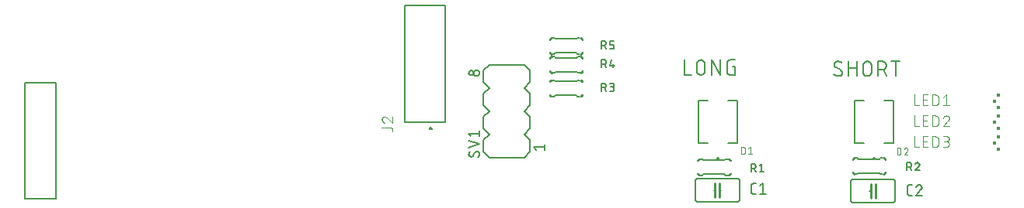
<source format=gbr>
G04 EAGLE Gerber RS-274X export*
G75*
%MOMM*%
%FSLAX34Y34*%
%LPD*%
%INSilkscreen Top*%
%IPPOS*%
%AMOC8*
5,1,8,0,0,1.08239X$1,22.5*%
G01*
%ADD10C,0.152400*%
%ADD11C,0.127000*%
%ADD12C,0.200000*%
%ADD13C,0.076200*%
%ADD14C,0.254000*%
%ADD15C,0.015238*%
%ADD16R,0.425000X0.325000*%
%ADD17R,0.350000X0.350000*%
%ADD18C,0.101600*%


D10*
X507831Y258572D02*
X507949Y258574D01*
X508067Y258580D01*
X508185Y258589D01*
X508302Y258603D01*
X508419Y258620D01*
X508536Y258641D01*
X508651Y258666D01*
X508766Y258695D01*
X508880Y258728D01*
X508992Y258764D01*
X509103Y258804D01*
X509213Y258847D01*
X509322Y258894D01*
X509429Y258944D01*
X509534Y258999D01*
X509637Y259056D01*
X509738Y259117D01*
X509838Y259181D01*
X509935Y259248D01*
X510030Y259318D01*
X510122Y259392D01*
X510213Y259468D01*
X510300Y259548D01*
X510385Y259630D01*
X510467Y259715D01*
X510547Y259802D01*
X510623Y259893D01*
X510697Y259985D01*
X510767Y260080D01*
X510834Y260177D01*
X510898Y260277D01*
X510959Y260378D01*
X511016Y260481D01*
X511071Y260586D01*
X511121Y260693D01*
X511168Y260802D01*
X511211Y260912D01*
X511251Y261023D01*
X511287Y261135D01*
X511320Y261249D01*
X511349Y261364D01*
X511374Y261479D01*
X511395Y261596D01*
X511412Y261713D01*
X511426Y261830D01*
X511435Y261948D01*
X511441Y262066D01*
X511443Y262184D01*
X507831Y258572D02*
X507648Y258574D01*
X507466Y258581D01*
X507284Y258592D01*
X507102Y258607D01*
X506920Y258627D01*
X506739Y258650D01*
X506559Y258679D01*
X506379Y258711D01*
X506200Y258748D01*
X506023Y258789D01*
X505846Y258835D01*
X505670Y258884D01*
X505496Y258938D01*
X505322Y258996D01*
X505151Y259058D01*
X504981Y259124D01*
X504812Y259195D01*
X504645Y259269D01*
X504480Y259347D01*
X504317Y259429D01*
X504156Y259515D01*
X503997Y259605D01*
X503840Y259699D01*
X503686Y259796D01*
X503534Y259897D01*
X503384Y260002D01*
X503237Y260110D01*
X503093Y260221D01*
X502951Y260336D01*
X502812Y260455D01*
X502676Y260577D01*
X502543Y260702D01*
X502413Y260830D01*
X502864Y271216D02*
X502866Y271334D01*
X502872Y271452D01*
X502881Y271570D01*
X502895Y271687D01*
X502912Y271804D01*
X502933Y271921D01*
X502958Y272036D01*
X502987Y272151D01*
X503020Y272265D01*
X503056Y272377D01*
X503096Y272488D01*
X503139Y272598D01*
X503186Y272707D01*
X503236Y272814D01*
X503291Y272919D01*
X503348Y273022D01*
X503409Y273123D01*
X503473Y273223D01*
X503540Y273320D01*
X503610Y273415D01*
X503684Y273507D01*
X503760Y273598D01*
X503840Y273685D01*
X503922Y273770D01*
X504007Y273852D01*
X504094Y273932D01*
X504185Y274008D01*
X504277Y274082D01*
X504372Y274152D01*
X504469Y274219D01*
X504569Y274283D01*
X504670Y274344D01*
X504773Y274402D01*
X504878Y274456D01*
X504985Y274506D01*
X505094Y274553D01*
X505204Y274597D01*
X505315Y274636D01*
X505428Y274672D01*
X505541Y274705D01*
X505656Y274734D01*
X505771Y274759D01*
X505888Y274780D01*
X506005Y274797D01*
X506122Y274811D01*
X506240Y274820D01*
X506358Y274826D01*
X506476Y274828D01*
X506637Y274826D01*
X506799Y274820D01*
X506960Y274811D01*
X507121Y274797D01*
X507281Y274780D01*
X507441Y274759D01*
X507601Y274734D01*
X507760Y274705D01*
X507918Y274673D01*
X508075Y274637D01*
X508231Y274597D01*
X508387Y274553D01*
X508541Y274505D01*
X508694Y274454D01*
X508846Y274400D01*
X508997Y274341D01*
X509146Y274280D01*
X509293Y274214D01*
X509439Y274145D01*
X509584Y274073D01*
X509726Y273997D01*
X509867Y273918D01*
X510006Y273836D01*
X510142Y273750D01*
X510277Y273661D01*
X510410Y273569D01*
X510540Y273473D01*
X504669Y268055D02*
X504568Y268117D01*
X504468Y268182D01*
X504371Y268251D01*
X504276Y268323D01*
X504183Y268397D01*
X504093Y268475D01*
X504005Y268556D01*
X503920Y268639D01*
X503838Y268725D01*
X503759Y268814D01*
X503682Y268905D01*
X503609Y268999D01*
X503538Y269095D01*
X503471Y269193D01*
X503407Y269293D01*
X503346Y269396D01*
X503289Y269500D01*
X503235Y269606D01*
X503185Y269714D01*
X503138Y269823D01*
X503094Y269934D01*
X503054Y270046D01*
X503018Y270160D01*
X502986Y270274D01*
X502957Y270390D01*
X502932Y270506D01*
X502911Y270623D01*
X502894Y270741D01*
X502880Y270859D01*
X502871Y270978D01*
X502865Y271097D01*
X502863Y271216D01*
X509637Y265345D02*
X509738Y265283D01*
X509838Y265218D01*
X509935Y265149D01*
X510030Y265077D01*
X510123Y265003D01*
X510213Y264925D01*
X510301Y264844D01*
X510386Y264761D01*
X510468Y264675D01*
X510547Y264586D01*
X510624Y264495D01*
X510697Y264401D01*
X510768Y264305D01*
X510835Y264207D01*
X510899Y264107D01*
X510960Y264004D01*
X511017Y263900D01*
X511071Y263794D01*
X511121Y263686D01*
X511168Y263577D01*
X511212Y263466D01*
X511252Y263354D01*
X511288Y263240D01*
X511320Y263126D01*
X511349Y263010D01*
X511374Y262894D01*
X511395Y262777D01*
X511412Y262659D01*
X511426Y262541D01*
X511435Y262422D01*
X511441Y262303D01*
X511443Y262184D01*
X509637Y265345D02*
X504670Y268055D01*
X518043Y274828D02*
X518043Y258572D01*
X518043Y267603D02*
X527074Y267603D01*
X527074Y274828D02*
X527074Y258572D01*
X534196Y263088D02*
X534196Y270312D01*
X534195Y270312D02*
X534197Y270445D01*
X534203Y270577D01*
X534213Y270709D01*
X534226Y270841D01*
X534244Y270973D01*
X534265Y271103D01*
X534290Y271234D01*
X534319Y271363D01*
X534352Y271491D01*
X534388Y271619D01*
X534428Y271745D01*
X534472Y271870D01*
X534520Y271994D01*
X534571Y272116D01*
X534626Y272237D01*
X534684Y272356D01*
X534746Y272474D01*
X534811Y272589D01*
X534880Y272703D01*
X534951Y272814D01*
X535027Y272923D01*
X535105Y273030D01*
X535186Y273135D01*
X535271Y273237D01*
X535358Y273337D01*
X535448Y273434D01*
X535541Y273529D01*
X535637Y273620D01*
X535735Y273709D01*
X535836Y273795D01*
X535940Y273878D01*
X536046Y273958D01*
X536154Y274034D01*
X536264Y274108D01*
X536377Y274178D01*
X536491Y274245D01*
X536608Y274308D01*
X536726Y274368D01*
X536846Y274425D01*
X536968Y274478D01*
X537091Y274527D01*
X537215Y274573D01*
X537341Y274615D01*
X537468Y274653D01*
X537596Y274688D01*
X537725Y274719D01*
X537854Y274746D01*
X537985Y274769D01*
X538116Y274789D01*
X538248Y274804D01*
X538380Y274816D01*
X538512Y274824D01*
X538645Y274828D01*
X538777Y274828D01*
X538910Y274824D01*
X539042Y274816D01*
X539174Y274804D01*
X539306Y274789D01*
X539437Y274769D01*
X539568Y274746D01*
X539697Y274719D01*
X539826Y274688D01*
X539954Y274653D01*
X540081Y274615D01*
X540207Y274573D01*
X540331Y274527D01*
X540454Y274478D01*
X540576Y274425D01*
X540696Y274368D01*
X540814Y274308D01*
X540931Y274245D01*
X541045Y274178D01*
X541158Y274108D01*
X541268Y274034D01*
X541376Y273958D01*
X541482Y273878D01*
X541586Y273795D01*
X541687Y273709D01*
X541785Y273620D01*
X541881Y273529D01*
X541974Y273434D01*
X542064Y273337D01*
X542151Y273237D01*
X542236Y273135D01*
X542317Y273030D01*
X542395Y272923D01*
X542471Y272814D01*
X542542Y272703D01*
X542611Y272589D01*
X542676Y272474D01*
X542738Y272356D01*
X542796Y272237D01*
X542851Y272116D01*
X542902Y271994D01*
X542950Y271870D01*
X542994Y271745D01*
X543034Y271619D01*
X543070Y271491D01*
X543103Y271363D01*
X543132Y271234D01*
X543157Y271103D01*
X543178Y270973D01*
X543196Y270841D01*
X543209Y270709D01*
X543219Y270577D01*
X543225Y270445D01*
X543227Y270312D01*
X543227Y263088D01*
X543225Y262955D01*
X543219Y262823D01*
X543209Y262691D01*
X543196Y262559D01*
X543178Y262427D01*
X543157Y262297D01*
X543132Y262166D01*
X543103Y262037D01*
X543070Y261909D01*
X543034Y261781D01*
X542994Y261655D01*
X542950Y261530D01*
X542902Y261406D01*
X542851Y261284D01*
X542796Y261163D01*
X542738Y261044D01*
X542676Y260926D01*
X542611Y260811D01*
X542542Y260697D01*
X542471Y260586D01*
X542395Y260477D01*
X542317Y260370D01*
X542236Y260265D01*
X542151Y260163D01*
X542064Y260063D01*
X541974Y259966D01*
X541881Y259871D01*
X541785Y259780D01*
X541687Y259691D01*
X541586Y259605D01*
X541482Y259522D01*
X541376Y259442D01*
X541268Y259366D01*
X541158Y259292D01*
X541045Y259222D01*
X540931Y259155D01*
X540814Y259092D01*
X540696Y259032D01*
X540576Y258975D01*
X540454Y258922D01*
X540331Y258873D01*
X540207Y258827D01*
X540081Y258785D01*
X539954Y258747D01*
X539826Y258712D01*
X539697Y258681D01*
X539568Y258654D01*
X539437Y258631D01*
X539306Y258611D01*
X539174Y258596D01*
X539042Y258584D01*
X538910Y258576D01*
X538777Y258572D01*
X538645Y258572D01*
X538512Y258576D01*
X538380Y258584D01*
X538248Y258596D01*
X538116Y258611D01*
X537985Y258631D01*
X537854Y258654D01*
X537725Y258681D01*
X537596Y258712D01*
X537468Y258747D01*
X537341Y258785D01*
X537215Y258827D01*
X537091Y258873D01*
X536968Y258922D01*
X536846Y258975D01*
X536726Y259032D01*
X536608Y259092D01*
X536491Y259155D01*
X536377Y259222D01*
X536264Y259292D01*
X536154Y259366D01*
X536046Y259442D01*
X535940Y259522D01*
X535836Y259605D01*
X535735Y259691D01*
X535637Y259780D01*
X535541Y259871D01*
X535448Y259966D01*
X535358Y260063D01*
X535271Y260163D01*
X535186Y260265D01*
X535105Y260370D01*
X535027Y260477D01*
X534951Y260586D01*
X534880Y260697D01*
X534811Y260811D01*
X534746Y260926D01*
X534684Y261044D01*
X534626Y261163D01*
X534571Y261284D01*
X534520Y261406D01*
X534472Y261530D01*
X534428Y261655D01*
X534388Y261781D01*
X534352Y261909D01*
X534319Y262037D01*
X534290Y262166D01*
X534265Y262297D01*
X534244Y262427D01*
X534226Y262559D01*
X534213Y262691D01*
X534203Y262823D01*
X534197Y262955D01*
X534195Y263088D01*
X550439Y258572D02*
X550439Y274828D01*
X554955Y274828D01*
X555088Y274826D01*
X555220Y274820D01*
X555352Y274810D01*
X555484Y274797D01*
X555616Y274779D01*
X555746Y274758D01*
X555877Y274733D01*
X556006Y274704D01*
X556134Y274671D01*
X556262Y274635D01*
X556388Y274595D01*
X556513Y274551D01*
X556637Y274503D01*
X556759Y274452D01*
X556880Y274397D01*
X556999Y274339D01*
X557117Y274277D01*
X557232Y274212D01*
X557346Y274143D01*
X557457Y274072D01*
X557566Y273996D01*
X557673Y273918D01*
X557778Y273837D01*
X557880Y273752D01*
X557980Y273665D01*
X558077Y273575D01*
X558172Y273482D01*
X558263Y273386D01*
X558352Y273288D01*
X558438Y273187D01*
X558521Y273083D01*
X558601Y272977D01*
X558677Y272869D01*
X558751Y272759D01*
X558821Y272646D01*
X558888Y272532D01*
X558951Y272415D01*
X559011Y272297D01*
X559068Y272177D01*
X559121Y272055D01*
X559170Y271932D01*
X559216Y271808D01*
X559258Y271682D01*
X559296Y271555D01*
X559331Y271427D01*
X559362Y271298D01*
X559389Y271169D01*
X559412Y271038D01*
X559432Y270907D01*
X559447Y270775D01*
X559459Y270643D01*
X559467Y270511D01*
X559471Y270378D01*
X559471Y270246D01*
X559467Y270113D01*
X559459Y269981D01*
X559447Y269849D01*
X559432Y269717D01*
X559412Y269586D01*
X559389Y269455D01*
X559362Y269326D01*
X559331Y269197D01*
X559296Y269069D01*
X559258Y268942D01*
X559216Y268816D01*
X559170Y268692D01*
X559121Y268569D01*
X559068Y268447D01*
X559011Y268327D01*
X558951Y268209D01*
X558888Y268092D01*
X558821Y267978D01*
X558751Y267865D01*
X558677Y267755D01*
X558601Y267647D01*
X558521Y267541D01*
X558438Y267437D01*
X558352Y267336D01*
X558263Y267238D01*
X558172Y267142D01*
X558077Y267049D01*
X557980Y266959D01*
X557880Y266872D01*
X557778Y266787D01*
X557673Y266706D01*
X557566Y266628D01*
X557457Y266552D01*
X557346Y266481D01*
X557232Y266412D01*
X557117Y266347D01*
X556999Y266285D01*
X556880Y266227D01*
X556759Y266172D01*
X556637Y266121D01*
X556513Y266073D01*
X556388Y266029D01*
X556262Y265989D01*
X556134Y265953D01*
X556006Y265920D01*
X555877Y265891D01*
X555746Y265866D01*
X555616Y265845D01*
X555484Y265827D01*
X555352Y265814D01*
X555220Y265804D01*
X555088Y265798D01*
X554955Y265796D01*
X554955Y265797D02*
X550439Y265797D01*
X555858Y265797D02*
X559470Y258572D01*
X569453Y258572D02*
X569453Y274828D01*
X573968Y274828D02*
X564937Y274828D01*
X339852Y276352D02*
X339852Y260096D01*
X347077Y260096D01*
X352848Y264612D02*
X352848Y271836D01*
X352850Y271969D01*
X352856Y272101D01*
X352866Y272233D01*
X352879Y272365D01*
X352897Y272497D01*
X352918Y272627D01*
X352943Y272758D01*
X352972Y272887D01*
X353005Y273015D01*
X353041Y273143D01*
X353081Y273269D01*
X353125Y273394D01*
X353173Y273518D01*
X353224Y273640D01*
X353279Y273761D01*
X353337Y273880D01*
X353399Y273998D01*
X353464Y274113D01*
X353533Y274227D01*
X353604Y274338D01*
X353680Y274447D01*
X353758Y274554D01*
X353839Y274659D01*
X353924Y274761D01*
X354011Y274861D01*
X354101Y274958D01*
X354194Y275053D01*
X354290Y275144D01*
X354388Y275233D01*
X354489Y275319D01*
X354593Y275402D01*
X354699Y275482D01*
X354807Y275558D01*
X354917Y275632D01*
X355030Y275702D01*
X355144Y275769D01*
X355261Y275832D01*
X355379Y275892D01*
X355499Y275949D01*
X355621Y276002D01*
X355744Y276051D01*
X355868Y276097D01*
X355994Y276139D01*
X356121Y276177D01*
X356249Y276212D01*
X356378Y276243D01*
X356507Y276270D01*
X356638Y276293D01*
X356769Y276313D01*
X356901Y276328D01*
X357033Y276340D01*
X357165Y276348D01*
X357298Y276352D01*
X357430Y276352D01*
X357563Y276348D01*
X357695Y276340D01*
X357827Y276328D01*
X357959Y276313D01*
X358090Y276293D01*
X358221Y276270D01*
X358350Y276243D01*
X358479Y276212D01*
X358607Y276177D01*
X358734Y276139D01*
X358860Y276097D01*
X358984Y276051D01*
X359107Y276002D01*
X359229Y275949D01*
X359349Y275892D01*
X359467Y275832D01*
X359584Y275769D01*
X359698Y275702D01*
X359811Y275632D01*
X359921Y275558D01*
X360029Y275482D01*
X360135Y275402D01*
X360239Y275319D01*
X360340Y275233D01*
X360438Y275144D01*
X360534Y275053D01*
X360627Y274958D01*
X360717Y274861D01*
X360804Y274761D01*
X360889Y274659D01*
X360970Y274554D01*
X361048Y274447D01*
X361124Y274338D01*
X361195Y274227D01*
X361264Y274113D01*
X361329Y273998D01*
X361391Y273880D01*
X361449Y273761D01*
X361504Y273640D01*
X361555Y273518D01*
X361603Y273394D01*
X361647Y273269D01*
X361687Y273143D01*
X361723Y273015D01*
X361756Y272887D01*
X361785Y272758D01*
X361810Y272627D01*
X361831Y272497D01*
X361849Y272365D01*
X361862Y272233D01*
X361872Y272101D01*
X361878Y271969D01*
X361880Y271836D01*
X361879Y271836D02*
X361879Y264612D01*
X361880Y264612D02*
X361878Y264479D01*
X361872Y264347D01*
X361862Y264215D01*
X361849Y264083D01*
X361831Y263951D01*
X361810Y263821D01*
X361785Y263690D01*
X361756Y263561D01*
X361723Y263433D01*
X361687Y263305D01*
X361647Y263179D01*
X361603Y263054D01*
X361555Y262930D01*
X361504Y262808D01*
X361449Y262687D01*
X361391Y262568D01*
X361329Y262450D01*
X361264Y262335D01*
X361195Y262221D01*
X361124Y262110D01*
X361048Y262001D01*
X360970Y261894D01*
X360889Y261789D01*
X360804Y261687D01*
X360717Y261587D01*
X360627Y261490D01*
X360534Y261395D01*
X360438Y261304D01*
X360340Y261215D01*
X360239Y261129D01*
X360135Y261046D01*
X360029Y260966D01*
X359921Y260890D01*
X359811Y260816D01*
X359698Y260746D01*
X359584Y260679D01*
X359467Y260616D01*
X359349Y260556D01*
X359229Y260499D01*
X359107Y260446D01*
X358984Y260397D01*
X358860Y260351D01*
X358734Y260309D01*
X358607Y260271D01*
X358479Y260236D01*
X358350Y260205D01*
X358221Y260178D01*
X358090Y260155D01*
X357959Y260135D01*
X357827Y260120D01*
X357695Y260108D01*
X357563Y260100D01*
X357430Y260096D01*
X357298Y260096D01*
X357165Y260100D01*
X357033Y260108D01*
X356901Y260120D01*
X356769Y260135D01*
X356638Y260155D01*
X356507Y260178D01*
X356378Y260205D01*
X356249Y260236D01*
X356121Y260271D01*
X355994Y260309D01*
X355868Y260351D01*
X355744Y260397D01*
X355621Y260446D01*
X355499Y260499D01*
X355379Y260556D01*
X355261Y260616D01*
X355144Y260679D01*
X355030Y260746D01*
X354917Y260816D01*
X354807Y260890D01*
X354699Y260966D01*
X354593Y261046D01*
X354489Y261129D01*
X354388Y261215D01*
X354290Y261304D01*
X354194Y261395D01*
X354101Y261490D01*
X354011Y261587D01*
X353924Y261687D01*
X353839Y261789D01*
X353758Y261894D01*
X353680Y262001D01*
X353604Y262110D01*
X353533Y262221D01*
X353464Y262335D01*
X353399Y262450D01*
X353337Y262568D01*
X353279Y262687D01*
X353224Y262808D01*
X353173Y262930D01*
X353125Y263054D01*
X353081Y263179D01*
X353041Y263305D01*
X353005Y263433D01*
X352972Y263561D01*
X352943Y263690D01*
X352918Y263821D01*
X352897Y263951D01*
X352879Y264083D01*
X352866Y264215D01*
X352856Y264347D01*
X352850Y264479D01*
X352848Y264612D01*
X369001Y260096D02*
X369001Y276352D01*
X378032Y260096D01*
X378032Y276352D01*
X391996Y269127D02*
X394705Y269127D01*
X394705Y260096D01*
X389286Y260096D01*
X389168Y260098D01*
X389050Y260104D01*
X388932Y260113D01*
X388815Y260127D01*
X388698Y260144D01*
X388581Y260165D01*
X388466Y260190D01*
X388351Y260219D01*
X388237Y260252D01*
X388125Y260288D01*
X388014Y260328D01*
X387904Y260371D01*
X387795Y260418D01*
X387688Y260468D01*
X387583Y260523D01*
X387480Y260580D01*
X387379Y260641D01*
X387279Y260705D01*
X387182Y260772D01*
X387087Y260842D01*
X386995Y260916D01*
X386904Y260992D01*
X386817Y261072D01*
X386732Y261154D01*
X386650Y261239D01*
X386570Y261326D01*
X386494Y261417D01*
X386420Y261509D01*
X386350Y261604D01*
X386283Y261701D01*
X386219Y261801D01*
X386158Y261902D01*
X386101Y262005D01*
X386046Y262110D01*
X385996Y262217D01*
X385949Y262326D01*
X385906Y262436D01*
X385866Y262547D01*
X385830Y262659D01*
X385797Y262773D01*
X385768Y262888D01*
X385743Y263003D01*
X385722Y263120D01*
X385705Y263237D01*
X385691Y263354D01*
X385682Y263472D01*
X385676Y263590D01*
X385674Y263708D01*
X385674Y272740D01*
X385676Y272858D01*
X385682Y272976D01*
X385691Y273094D01*
X385705Y273211D01*
X385722Y273328D01*
X385743Y273445D01*
X385768Y273560D01*
X385797Y273675D01*
X385830Y273789D01*
X385866Y273901D01*
X385906Y274012D01*
X385949Y274122D01*
X385996Y274231D01*
X386046Y274338D01*
X386100Y274443D01*
X386158Y274546D01*
X386219Y274647D01*
X386283Y274747D01*
X386350Y274844D01*
X386420Y274939D01*
X386494Y275031D01*
X386570Y275122D01*
X386650Y275209D01*
X386732Y275294D01*
X386817Y275376D01*
X386904Y275456D01*
X386995Y275532D01*
X387087Y275606D01*
X387182Y275676D01*
X387279Y275743D01*
X387379Y275807D01*
X387480Y275868D01*
X387583Y275925D01*
X387688Y275979D01*
X387795Y276030D01*
X387904Y276077D01*
X388014Y276120D01*
X388125Y276160D01*
X388237Y276196D01*
X388351Y276229D01*
X388466Y276258D01*
X388581Y276283D01*
X388698Y276304D01*
X388815Y276321D01*
X388932Y276335D01*
X389050Y276344D01*
X389168Y276350D01*
X389286Y276352D01*
X394705Y276352D01*
D11*
X354420Y231530D02*
X354420Y185030D01*
X365220Y185030D01*
X397420Y185030D02*
X397420Y231530D01*
X365220Y231530D02*
X354420Y231530D01*
X386620Y185030D02*
X397420Y185030D01*
X397420Y231530D02*
X386620Y231530D01*
D12*
X374920Y168280D02*
X374922Y168343D01*
X374928Y168405D01*
X374938Y168467D01*
X374951Y168529D01*
X374969Y168589D01*
X374990Y168648D01*
X375015Y168706D01*
X375044Y168762D01*
X375076Y168816D01*
X375111Y168868D01*
X375149Y168917D01*
X375191Y168965D01*
X375235Y169009D01*
X375283Y169051D01*
X375332Y169089D01*
X375384Y169124D01*
X375438Y169156D01*
X375494Y169185D01*
X375552Y169210D01*
X375611Y169231D01*
X375671Y169249D01*
X375733Y169262D01*
X375795Y169272D01*
X375857Y169278D01*
X375920Y169280D01*
X375983Y169278D01*
X376045Y169272D01*
X376107Y169262D01*
X376169Y169249D01*
X376229Y169231D01*
X376288Y169210D01*
X376346Y169185D01*
X376402Y169156D01*
X376456Y169124D01*
X376508Y169089D01*
X376557Y169051D01*
X376605Y169009D01*
X376649Y168965D01*
X376691Y168917D01*
X376729Y168868D01*
X376764Y168816D01*
X376796Y168762D01*
X376825Y168706D01*
X376850Y168648D01*
X376871Y168589D01*
X376889Y168529D01*
X376902Y168467D01*
X376912Y168405D01*
X376918Y168343D01*
X376920Y168280D01*
X376918Y168217D01*
X376912Y168155D01*
X376902Y168093D01*
X376889Y168031D01*
X376871Y167971D01*
X376850Y167912D01*
X376825Y167854D01*
X376796Y167798D01*
X376764Y167744D01*
X376729Y167692D01*
X376691Y167643D01*
X376649Y167595D01*
X376605Y167551D01*
X376557Y167509D01*
X376508Y167471D01*
X376456Y167436D01*
X376402Y167404D01*
X376346Y167375D01*
X376288Y167350D01*
X376229Y167329D01*
X376169Y167311D01*
X376107Y167298D01*
X376045Y167288D01*
X375983Y167282D01*
X375920Y167280D01*
X375857Y167282D01*
X375795Y167288D01*
X375733Y167298D01*
X375671Y167311D01*
X375611Y167329D01*
X375552Y167350D01*
X375494Y167375D01*
X375438Y167404D01*
X375384Y167436D01*
X375332Y167471D01*
X375283Y167509D01*
X375235Y167551D01*
X375191Y167595D01*
X375149Y167643D01*
X375111Y167692D01*
X375076Y167744D01*
X375044Y167798D01*
X375015Y167854D01*
X374990Y167912D01*
X374969Y167971D01*
X374951Y168031D01*
X374938Y168093D01*
X374928Y168155D01*
X374922Y168217D01*
X374920Y168280D01*
D13*
X401447Y173355D02*
X401447Y180721D01*
X403493Y180721D01*
X403582Y180719D01*
X403671Y180713D01*
X403760Y180703D01*
X403848Y180690D01*
X403936Y180673D01*
X404023Y180651D01*
X404108Y180626D01*
X404193Y180598D01*
X404276Y180565D01*
X404358Y180529D01*
X404438Y180490D01*
X404516Y180447D01*
X404592Y180401D01*
X404667Y180351D01*
X404739Y180298D01*
X404808Y180242D01*
X404875Y180183D01*
X404940Y180122D01*
X405001Y180057D01*
X405060Y179990D01*
X405116Y179921D01*
X405169Y179849D01*
X405219Y179774D01*
X405265Y179698D01*
X405308Y179620D01*
X405347Y179540D01*
X405383Y179458D01*
X405416Y179375D01*
X405444Y179290D01*
X405469Y179205D01*
X405491Y179118D01*
X405508Y179030D01*
X405521Y178942D01*
X405531Y178853D01*
X405537Y178764D01*
X405539Y178675D01*
X405539Y175401D01*
X405537Y175312D01*
X405531Y175223D01*
X405521Y175134D01*
X405508Y175046D01*
X405491Y174958D01*
X405469Y174871D01*
X405444Y174786D01*
X405416Y174701D01*
X405383Y174618D01*
X405347Y174536D01*
X405308Y174456D01*
X405265Y174378D01*
X405219Y174302D01*
X405169Y174227D01*
X405116Y174155D01*
X405060Y174086D01*
X405001Y174019D01*
X404940Y173954D01*
X404875Y173893D01*
X404808Y173834D01*
X404739Y173778D01*
X404667Y173725D01*
X404592Y173675D01*
X404516Y173629D01*
X404438Y173586D01*
X404358Y173547D01*
X404276Y173511D01*
X404193Y173478D01*
X404108Y173450D01*
X404023Y173425D01*
X403936Y173403D01*
X403848Y173386D01*
X403760Y173373D01*
X403671Y173363D01*
X403582Y173357D01*
X403493Y173355D01*
X401447Y173355D01*
X409006Y179084D02*
X411052Y180721D01*
X411052Y173355D01*
X409006Y173355D02*
X413098Y173355D01*
D11*
X524600Y185030D02*
X524600Y231530D01*
X524600Y185030D02*
X535400Y185030D01*
X567600Y185030D02*
X567600Y231530D01*
X535400Y231530D02*
X524600Y231530D01*
X556800Y185030D02*
X567600Y185030D01*
X567600Y231530D02*
X556800Y231530D01*
D12*
X545100Y168280D02*
X545102Y168343D01*
X545108Y168405D01*
X545118Y168467D01*
X545131Y168529D01*
X545149Y168589D01*
X545170Y168648D01*
X545195Y168706D01*
X545224Y168762D01*
X545256Y168816D01*
X545291Y168868D01*
X545329Y168917D01*
X545371Y168965D01*
X545415Y169009D01*
X545463Y169051D01*
X545512Y169089D01*
X545564Y169124D01*
X545618Y169156D01*
X545674Y169185D01*
X545732Y169210D01*
X545791Y169231D01*
X545851Y169249D01*
X545913Y169262D01*
X545975Y169272D01*
X546037Y169278D01*
X546100Y169280D01*
X546163Y169278D01*
X546225Y169272D01*
X546287Y169262D01*
X546349Y169249D01*
X546409Y169231D01*
X546468Y169210D01*
X546526Y169185D01*
X546582Y169156D01*
X546636Y169124D01*
X546688Y169089D01*
X546737Y169051D01*
X546785Y169009D01*
X546829Y168965D01*
X546871Y168917D01*
X546909Y168868D01*
X546944Y168816D01*
X546976Y168762D01*
X547005Y168706D01*
X547030Y168648D01*
X547051Y168589D01*
X547069Y168529D01*
X547082Y168467D01*
X547092Y168405D01*
X547098Y168343D01*
X547100Y168280D01*
X547098Y168217D01*
X547092Y168155D01*
X547082Y168093D01*
X547069Y168031D01*
X547051Y167971D01*
X547030Y167912D01*
X547005Y167854D01*
X546976Y167798D01*
X546944Y167744D01*
X546909Y167692D01*
X546871Y167643D01*
X546829Y167595D01*
X546785Y167551D01*
X546737Y167509D01*
X546688Y167471D01*
X546636Y167436D01*
X546582Y167404D01*
X546526Y167375D01*
X546468Y167350D01*
X546409Y167329D01*
X546349Y167311D01*
X546287Y167298D01*
X546225Y167288D01*
X546163Y167282D01*
X546100Y167280D01*
X546037Y167282D01*
X545975Y167288D01*
X545913Y167298D01*
X545851Y167311D01*
X545791Y167329D01*
X545732Y167350D01*
X545674Y167375D01*
X545618Y167404D01*
X545564Y167436D01*
X545512Y167471D01*
X545463Y167509D01*
X545415Y167551D01*
X545371Y167595D01*
X545329Y167643D01*
X545291Y167692D01*
X545256Y167744D01*
X545224Y167798D01*
X545195Y167854D01*
X545170Y167912D01*
X545149Y167971D01*
X545131Y168031D01*
X545118Y168093D01*
X545108Y168155D01*
X545102Y168217D01*
X545100Y168280D01*
D13*
X571119Y172847D02*
X571119Y180213D01*
X573165Y180213D01*
X573254Y180211D01*
X573343Y180205D01*
X573432Y180195D01*
X573520Y180182D01*
X573608Y180165D01*
X573695Y180143D01*
X573780Y180118D01*
X573865Y180090D01*
X573948Y180057D01*
X574030Y180021D01*
X574110Y179982D01*
X574188Y179939D01*
X574264Y179893D01*
X574339Y179843D01*
X574411Y179790D01*
X574480Y179734D01*
X574547Y179675D01*
X574612Y179614D01*
X574673Y179549D01*
X574732Y179482D01*
X574788Y179413D01*
X574841Y179341D01*
X574891Y179266D01*
X574937Y179190D01*
X574980Y179112D01*
X575019Y179032D01*
X575055Y178950D01*
X575088Y178867D01*
X575116Y178782D01*
X575141Y178697D01*
X575163Y178610D01*
X575180Y178522D01*
X575193Y178434D01*
X575203Y178345D01*
X575209Y178256D01*
X575211Y178167D01*
X575211Y174893D01*
X575209Y174804D01*
X575203Y174715D01*
X575193Y174626D01*
X575180Y174538D01*
X575163Y174450D01*
X575141Y174363D01*
X575116Y174278D01*
X575088Y174193D01*
X575055Y174110D01*
X575019Y174028D01*
X574980Y173948D01*
X574937Y173870D01*
X574891Y173794D01*
X574841Y173719D01*
X574788Y173647D01*
X574732Y173578D01*
X574673Y173511D01*
X574612Y173446D01*
X574547Y173385D01*
X574480Y173326D01*
X574411Y173270D01*
X574339Y173217D01*
X574264Y173167D01*
X574188Y173121D01*
X574110Y173078D01*
X574030Y173039D01*
X573948Y173003D01*
X573865Y172970D01*
X573780Y172942D01*
X573695Y172917D01*
X573608Y172895D01*
X573520Y172878D01*
X573432Y172865D01*
X573343Y172855D01*
X573254Y172849D01*
X573165Y172847D01*
X571119Y172847D01*
X580929Y180214D02*
X581014Y180212D01*
X581099Y180206D01*
X581183Y180196D01*
X581267Y180183D01*
X581351Y180165D01*
X581433Y180144D01*
X581514Y180119D01*
X581594Y180090D01*
X581673Y180057D01*
X581750Y180021D01*
X581825Y179981D01*
X581899Y179938D01*
X581970Y179892D01*
X582039Y179842D01*
X582106Y179789D01*
X582170Y179733D01*
X582231Y179674D01*
X582290Y179613D01*
X582346Y179549D01*
X582399Y179482D01*
X582449Y179413D01*
X582495Y179342D01*
X582538Y179268D01*
X582578Y179193D01*
X582614Y179116D01*
X582647Y179037D01*
X582676Y178957D01*
X582701Y178876D01*
X582722Y178794D01*
X582740Y178710D01*
X582753Y178626D01*
X582763Y178542D01*
X582769Y178457D01*
X582771Y178372D01*
X580929Y180213D02*
X580833Y180211D01*
X580737Y180205D01*
X580642Y180195D01*
X580547Y180182D01*
X580452Y180164D01*
X580359Y180143D01*
X580266Y180118D01*
X580175Y180089D01*
X580084Y180057D01*
X579995Y180021D01*
X579908Y179981D01*
X579822Y179938D01*
X579738Y179892D01*
X579656Y179842D01*
X579576Y179788D01*
X579499Y179732D01*
X579424Y179672D01*
X579351Y179610D01*
X579281Y179544D01*
X579213Y179476D01*
X579148Y179405D01*
X579087Y179332D01*
X579028Y179256D01*
X578972Y179177D01*
X578920Y179097D01*
X578871Y179014D01*
X578825Y178930D01*
X578783Y178844D01*
X578745Y178756D01*
X578710Y178667D01*
X578678Y178576D01*
X582156Y176940D02*
X582216Y176999D01*
X582273Y177061D01*
X582328Y177125D01*
X582379Y177192D01*
X582428Y177261D01*
X582474Y177331D01*
X582517Y177404D01*
X582557Y177478D01*
X582593Y177554D01*
X582626Y177632D01*
X582656Y177711D01*
X582683Y177791D01*
X582706Y177872D01*
X582725Y177954D01*
X582741Y178036D01*
X582754Y178120D01*
X582763Y178204D01*
X582768Y178288D01*
X582770Y178372D01*
X582156Y176939D02*
X578678Y172847D01*
X582770Y172847D01*
D10*
X397002Y146558D02*
X353822Y146558D01*
X353822Y121158D02*
X397002Y121158D01*
X399542Y123698D02*
X399542Y144018D01*
X351282Y144018D02*
X351282Y123698D01*
X397002Y146558D02*
X397102Y146556D01*
X397201Y146550D01*
X397301Y146540D01*
X397399Y146527D01*
X397498Y146509D01*
X397595Y146488D01*
X397691Y146463D01*
X397787Y146434D01*
X397881Y146401D01*
X397974Y146365D01*
X398065Y146325D01*
X398155Y146281D01*
X398243Y146234D01*
X398329Y146184D01*
X398413Y146130D01*
X398495Y146073D01*
X398574Y146013D01*
X398652Y145949D01*
X398726Y145883D01*
X398798Y145814D01*
X398867Y145742D01*
X398933Y145668D01*
X398997Y145590D01*
X399057Y145511D01*
X399114Y145429D01*
X399168Y145345D01*
X399218Y145259D01*
X399265Y145171D01*
X399309Y145081D01*
X399349Y144990D01*
X399385Y144897D01*
X399418Y144803D01*
X399447Y144707D01*
X399472Y144611D01*
X399493Y144514D01*
X399511Y144415D01*
X399524Y144317D01*
X399534Y144217D01*
X399540Y144118D01*
X399542Y144018D01*
X353822Y146558D02*
X353722Y146556D01*
X353623Y146550D01*
X353523Y146540D01*
X353425Y146527D01*
X353326Y146509D01*
X353229Y146488D01*
X353133Y146463D01*
X353037Y146434D01*
X352943Y146401D01*
X352850Y146365D01*
X352759Y146325D01*
X352669Y146281D01*
X352581Y146234D01*
X352495Y146184D01*
X352411Y146130D01*
X352329Y146073D01*
X352250Y146013D01*
X352172Y145949D01*
X352098Y145883D01*
X352026Y145814D01*
X351957Y145742D01*
X351891Y145668D01*
X351827Y145590D01*
X351767Y145511D01*
X351710Y145429D01*
X351656Y145345D01*
X351606Y145259D01*
X351559Y145171D01*
X351515Y145081D01*
X351475Y144990D01*
X351439Y144897D01*
X351406Y144803D01*
X351377Y144707D01*
X351352Y144611D01*
X351331Y144514D01*
X351313Y144415D01*
X351300Y144317D01*
X351290Y144217D01*
X351284Y144118D01*
X351282Y144018D01*
X397002Y121158D02*
X397102Y121160D01*
X397201Y121166D01*
X397301Y121176D01*
X397399Y121189D01*
X397498Y121207D01*
X397595Y121228D01*
X397691Y121253D01*
X397787Y121282D01*
X397881Y121315D01*
X397974Y121351D01*
X398065Y121391D01*
X398155Y121435D01*
X398243Y121482D01*
X398329Y121532D01*
X398413Y121586D01*
X398495Y121643D01*
X398574Y121703D01*
X398652Y121767D01*
X398726Y121833D01*
X398798Y121902D01*
X398867Y121974D01*
X398933Y122048D01*
X398997Y122126D01*
X399057Y122205D01*
X399114Y122287D01*
X399168Y122371D01*
X399218Y122457D01*
X399265Y122545D01*
X399309Y122635D01*
X399349Y122726D01*
X399385Y122819D01*
X399418Y122913D01*
X399447Y123009D01*
X399472Y123105D01*
X399493Y123202D01*
X399511Y123301D01*
X399524Y123399D01*
X399534Y123499D01*
X399540Y123598D01*
X399542Y123698D01*
X353822Y121158D02*
X353722Y121160D01*
X353623Y121166D01*
X353523Y121176D01*
X353425Y121189D01*
X353326Y121207D01*
X353229Y121228D01*
X353133Y121253D01*
X353037Y121282D01*
X352943Y121315D01*
X352850Y121351D01*
X352759Y121391D01*
X352669Y121435D01*
X352581Y121482D01*
X352495Y121532D01*
X352411Y121586D01*
X352329Y121643D01*
X352250Y121703D01*
X352172Y121767D01*
X352098Y121833D01*
X352026Y121902D01*
X351957Y121974D01*
X351891Y122048D01*
X351827Y122126D01*
X351767Y122205D01*
X351710Y122287D01*
X351656Y122371D01*
X351606Y122457D01*
X351559Y122545D01*
X351515Y122635D01*
X351475Y122726D01*
X351439Y122819D01*
X351406Y122913D01*
X351377Y123009D01*
X351352Y123105D01*
X351331Y123202D01*
X351313Y123301D01*
X351300Y123399D01*
X351290Y123499D01*
X351284Y123598D01*
X351282Y123698D01*
X377952Y133858D02*
X379222Y133858D01*
D14*
X377952Y133858D02*
X377952Y141478D01*
X377952Y133858D02*
X377952Y126238D01*
X372872Y133858D02*
X372872Y141478D01*
X372872Y133858D02*
X372872Y126238D01*
D10*
X372872Y133858D02*
X371602Y133858D01*
D11*
X414655Y129667D02*
X417195Y129667D01*
X414655Y129667D02*
X414555Y129669D01*
X414456Y129675D01*
X414356Y129685D01*
X414258Y129698D01*
X414159Y129716D01*
X414062Y129737D01*
X413966Y129762D01*
X413870Y129791D01*
X413776Y129824D01*
X413683Y129860D01*
X413592Y129900D01*
X413502Y129944D01*
X413414Y129991D01*
X413328Y130041D01*
X413244Y130095D01*
X413162Y130152D01*
X413083Y130212D01*
X413005Y130276D01*
X412931Y130342D01*
X412859Y130411D01*
X412790Y130483D01*
X412724Y130557D01*
X412660Y130635D01*
X412600Y130714D01*
X412543Y130796D01*
X412489Y130880D01*
X412439Y130966D01*
X412392Y131054D01*
X412348Y131144D01*
X412308Y131235D01*
X412272Y131328D01*
X412239Y131422D01*
X412210Y131518D01*
X412185Y131614D01*
X412164Y131711D01*
X412146Y131810D01*
X412133Y131908D01*
X412123Y132008D01*
X412117Y132107D01*
X412115Y132207D01*
X412115Y138557D01*
X412117Y138657D01*
X412123Y138756D01*
X412133Y138856D01*
X412146Y138954D01*
X412164Y139053D01*
X412185Y139150D01*
X412210Y139246D01*
X412239Y139342D01*
X412272Y139436D01*
X412308Y139529D01*
X412348Y139620D01*
X412392Y139710D01*
X412439Y139798D01*
X412489Y139884D01*
X412543Y139968D01*
X412600Y140050D01*
X412660Y140129D01*
X412724Y140207D01*
X412790Y140281D01*
X412859Y140353D01*
X412931Y140422D01*
X413005Y140488D01*
X413083Y140552D01*
X413162Y140612D01*
X413244Y140669D01*
X413328Y140723D01*
X413414Y140773D01*
X413502Y140820D01*
X413592Y140864D01*
X413683Y140904D01*
X413776Y140940D01*
X413870Y140973D01*
X413966Y141002D01*
X414062Y141027D01*
X414159Y141048D01*
X414258Y141066D01*
X414356Y141079D01*
X414456Y141089D01*
X414555Y141095D01*
X414655Y141097D01*
X417195Y141097D01*
X421677Y138557D02*
X424852Y141097D01*
X424852Y129667D01*
X421677Y129667D02*
X428027Y129667D01*
D10*
X523240Y145796D02*
X566420Y145796D01*
X566420Y120396D02*
X523240Y120396D01*
X568960Y122936D02*
X568960Y143256D01*
X520700Y143256D02*
X520700Y122936D01*
X566420Y145796D02*
X566520Y145794D01*
X566619Y145788D01*
X566719Y145778D01*
X566817Y145765D01*
X566916Y145747D01*
X567013Y145726D01*
X567109Y145701D01*
X567205Y145672D01*
X567299Y145639D01*
X567392Y145603D01*
X567483Y145563D01*
X567573Y145519D01*
X567661Y145472D01*
X567747Y145422D01*
X567831Y145368D01*
X567913Y145311D01*
X567992Y145251D01*
X568070Y145187D01*
X568144Y145121D01*
X568216Y145052D01*
X568285Y144980D01*
X568351Y144906D01*
X568415Y144828D01*
X568475Y144749D01*
X568532Y144667D01*
X568586Y144583D01*
X568636Y144497D01*
X568683Y144409D01*
X568727Y144319D01*
X568767Y144228D01*
X568803Y144135D01*
X568836Y144041D01*
X568865Y143945D01*
X568890Y143849D01*
X568911Y143752D01*
X568929Y143653D01*
X568942Y143555D01*
X568952Y143455D01*
X568958Y143356D01*
X568960Y143256D01*
X523240Y145796D02*
X523140Y145794D01*
X523041Y145788D01*
X522941Y145778D01*
X522843Y145765D01*
X522744Y145747D01*
X522647Y145726D01*
X522551Y145701D01*
X522455Y145672D01*
X522361Y145639D01*
X522268Y145603D01*
X522177Y145563D01*
X522087Y145519D01*
X521999Y145472D01*
X521913Y145422D01*
X521829Y145368D01*
X521747Y145311D01*
X521668Y145251D01*
X521590Y145187D01*
X521516Y145121D01*
X521444Y145052D01*
X521375Y144980D01*
X521309Y144906D01*
X521245Y144828D01*
X521185Y144749D01*
X521128Y144667D01*
X521074Y144583D01*
X521024Y144497D01*
X520977Y144409D01*
X520933Y144319D01*
X520893Y144228D01*
X520857Y144135D01*
X520824Y144041D01*
X520795Y143945D01*
X520770Y143849D01*
X520749Y143752D01*
X520731Y143653D01*
X520718Y143555D01*
X520708Y143455D01*
X520702Y143356D01*
X520700Y143256D01*
X566420Y120396D02*
X566520Y120398D01*
X566619Y120404D01*
X566719Y120414D01*
X566817Y120427D01*
X566916Y120445D01*
X567013Y120466D01*
X567109Y120491D01*
X567205Y120520D01*
X567299Y120553D01*
X567392Y120589D01*
X567483Y120629D01*
X567573Y120673D01*
X567661Y120720D01*
X567747Y120770D01*
X567831Y120824D01*
X567913Y120881D01*
X567992Y120941D01*
X568070Y121005D01*
X568144Y121071D01*
X568216Y121140D01*
X568285Y121212D01*
X568351Y121286D01*
X568415Y121364D01*
X568475Y121443D01*
X568532Y121525D01*
X568586Y121609D01*
X568636Y121695D01*
X568683Y121783D01*
X568727Y121873D01*
X568767Y121964D01*
X568803Y122057D01*
X568836Y122151D01*
X568865Y122247D01*
X568890Y122343D01*
X568911Y122440D01*
X568929Y122539D01*
X568942Y122637D01*
X568952Y122737D01*
X568958Y122836D01*
X568960Y122936D01*
X523240Y120396D02*
X523140Y120398D01*
X523041Y120404D01*
X522941Y120414D01*
X522843Y120427D01*
X522744Y120445D01*
X522647Y120466D01*
X522551Y120491D01*
X522455Y120520D01*
X522361Y120553D01*
X522268Y120589D01*
X522177Y120629D01*
X522087Y120673D01*
X521999Y120720D01*
X521913Y120770D01*
X521829Y120824D01*
X521747Y120881D01*
X521668Y120941D01*
X521590Y121005D01*
X521516Y121071D01*
X521444Y121140D01*
X521375Y121212D01*
X521309Y121286D01*
X521245Y121364D01*
X521185Y121443D01*
X521128Y121525D01*
X521074Y121609D01*
X521024Y121695D01*
X520977Y121783D01*
X520933Y121873D01*
X520893Y121964D01*
X520857Y122057D01*
X520824Y122151D01*
X520795Y122247D01*
X520770Y122343D01*
X520749Y122440D01*
X520731Y122539D01*
X520718Y122637D01*
X520708Y122737D01*
X520702Y122836D01*
X520700Y122936D01*
X547370Y133096D02*
X548640Y133096D01*
D14*
X547370Y133096D02*
X547370Y140716D01*
X547370Y133096D02*
X547370Y125476D01*
X542290Y133096D02*
X542290Y140716D01*
X542290Y133096D02*
X542290Y125476D01*
D10*
X542290Y133096D02*
X541020Y133096D01*
D11*
X584835Y128143D02*
X587375Y128143D01*
X584835Y128143D02*
X584735Y128145D01*
X584636Y128151D01*
X584536Y128161D01*
X584438Y128174D01*
X584339Y128192D01*
X584242Y128213D01*
X584146Y128238D01*
X584050Y128267D01*
X583956Y128300D01*
X583863Y128336D01*
X583772Y128376D01*
X583682Y128420D01*
X583594Y128467D01*
X583508Y128517D01*
X583424Y128571D01*
X583342Y128628D01*
X583263Y128688D01*
X583185Y128752D01*
X583111Y128818D01*
X583039Y128887D01*
X582970Y128959D01*
X582904Y129033D01*
X582840Y129111D01*
X582780Y129190D01*
X582723Y129272D01*
X582669Y129356D01*
X582619Y129442D01*
X582572Y129530D01*
X582528Y129620D01*
X582488Y129711D01*
X582452Y129804D01*
X582419Y129898D01*
X582390Y129994D01*
X582365Y130090D01*
X582344Y130187D01*
X582326Y130286D01*
X582313Y130384D01*
X582303Y130484D01*
X582297Y130583D01*
X582295Y130683D01*
X582295Y137033D01*
X582297Y137133D01*
X582303Y137232D01*
X582313Y137332D01*
X582326Y137430D01*
X582344Y137529D01*
X582365Y137626D01*
X582390Y137722D01*
X582419Y137818D01*
X582452Y137912D01*
X582488Y138005D01*
X582528Y138096D01*
X582572Y138186D01*
X582619Y138274D01*
X582669Y138360D01*
X582723Y138444D01*
X582780Y138526D01*
X582840Y138605D01*
X582904Y138683D01*
X582970Y138757D01*
X583039Y138829D01*
X583111Y138898D01*
X583185Y138964D01*
X583263Y139028D01*
X583342Y139088D01*
X583424Y139145D01*
X583508Y139199D01*
X583594Y139249D01*
X583682Y139296D01*
X583772Y139340D01*
X583863Y139380D01*
X583956Y139416D01*
X584050Y139449D01*
X584146Y139478D01*
X584242Y139503D01*
X584339Y139524D01*
X584438Y139542D01*
X584536Y139555D01*
X584636Y139565D01*
X584735Y139571D01*
X584835Y139573D01*
X587375Y139573D01*
X595350Y139574D02*
X595454Y139572D01*
X595559Y139566D01*
X595663Y139557D01*
X595766Y139544D01*
X595869Y139526D01*
X595971Y139506D01*
X596073Y139481D01*
X596173Y139453D01*
X596273Y139421D01*
X596371Y139385D01*
X596468Y139346D01*
X596563Y139304D01*
X596657Y139258D01*
X596749Y139208D01*
X596839Y139156D01*
X596927Y139100D01*
X597013Y139040D01*
X597097Y138978D01*
X597178Y138913D01*
X597257Y138845D01*
X597334Y138773D01*
X597407Y138700D01*
X597479Y138623D01*
X597547Y138544D01*
X597612Y138463D01*
X597674Y138379D01*
X597734Y138293D01*
X597790Y138205D01*
X597842Y138115D01*
X597892Y138023D01*
X597938Y137929D01*
X597980Y137834D01*
X598019Y137737D01*
X598055Y137639D01*
X598087Y137539D01*
X598115Y137439D01*
X598140Y137337D01*
X598160Y137235D01*
X598178Y137132D01*
X598191Y137029D01*
X598200Y136925D01*
X598206Y136820D01*
X598208Y136716D01*
X595350Y139573D02*
X595232Y139571D01*
X595113Y139565D01*
X594995Y139556D01*
X594878Y139543D01*
X594761Y139525D01*
X594644Y139505D01*
X594528Y139480D01*
X594413Y139452D01*
X594300Y139419D01*
X594187Y139384D01*
X594075Y139344D01*
X593965Y139302D01*
X593856Y139255D01*
X593748Y139205D01*
X593643Y139152D01*
X593539Y139095D01*
X593437Y139035D01*
X593337Y138972D01*
X593239Y138905D01*
X593143Y138836D01*
X593050Y138763D01*
X592959Y138687D01*
X592870Y138609D01*
X592784Y138527D01*
X592701Y138443D01*
X592620Y138357D01*
X592543Y138267D01*
X592468Y138176D01*
X592396Y138082D01*
X592327Y137985D01*
X592262Y137887D01*
X592199Y137786D01*
X592140Y137683D01*
X592084Y137579D01*
X592032Y137473D01*
X591983Y137365D01*
X591938Y137256D01*
X591896Y137145D01*
X591858Y137033D01*
X597255Y134494D02*
X597331Y134569D01*
X597406Y134648D01*
X597477Y134729D01*
X597546Y134813D01*
X597611Y134899D01*
X597673Y134987D01*
X597733Y135077D01*
X597789Y135169D01*
X597842Y135264D01*
X597891Y135360D01*
X597937Y135458D01*
X597980Y135557D01*
X598019Y135658D01*
X598054Y135760D01*
X598086Y135863D01*
X598114Y135967D01*
X598139Y136072D01*
X598160Y136179D01*
X598177Y136285D01*
X598190Y136392D01*
X598199Y136500D01*
X598205Y136608D01*
X598207Y136716D01*
X597255Y134493D02*
X591857Y128143D01*
X598207Y128143D01*
D15*
X386917Y149429D02*
X386917Y150802D01*
X386918Y150802D02*
X387001Y150807D01*
X387085Y150816D01*
X387167Y150829D01*
X387249Y150845D01*
X387330Y150865D01*
X387411Y150889D01*
X387490Y150917D01*
X387567Y150948D01*
X387643Y150982D01*
X387718Y151020D01*
X387791Y151061D01*
X387862Y151106D01*
X387931Y151153D01*
X387997Y151204D01*
X388061Y151257D01*
X388123Y151314D01*
X388182Y151373D01*
X388239Y151435D01*
X388292Y151499D01*
X388343Y151565D01*
X388390Y151634D01*
X388435Y151705D01*
X388476Y151778D01*
X388514Y151853D01*
X388548Y151929D01*
X388579Y152006D01*
X388607Y152085D01*
X388631Y152166D01*
X388651Y152247D01*
X388667Y152329D01*
X388680Y152411D01*
X388689Y152495D01*
X388694Y152578D01*
X390067Y152579D01*
X390067Y152578D01*
X390063Y152466D01*
X390054Y152355D01*
X390042Y152244D01*
X390026Y152133D01*
X390006Y152024D01*
X389982Y151914D01*
X389955Y151806D01*
X389923Y151699D01*
X389888Y151593D01*
X389850Y151488D01*
X389808Y151384D01*
X389762Y151283D01*
X389713Y151182D01*
X389660Y151084D01*
X389604Y150987D01*
X389545Y150892D01*
X389482Y150800D01*
X389416Y150710D01*
X389347Y150622D01*
X389276Y150536D01*
X389201Y150453D01*
X389123Y150373D01*
X389043Y150295D01*
X388960Y150220D01*
X388874Y150149D01*
X388786Y150080D01*
X388696Y150014D01*
X388604Y149951D01*
X388509Y149892D01*
X388412Y149836D01*
X388314Y149783D01*
X388213Y149734D01*
X388112Y149688D01*
X388008Y149646D01*
X387903Y149608D01*
X387797Y149573D01*
X387690Y149541D01*
X387582Y149514D01*
X387472Y149490D01*
X387363Y149470D01*
X387252Y149454D01*
X387141Y149442D01*
X387030Y149433D01*
X386918Y149429D01*
X386918Y149572D01*
X387027Y149577D01*
X387136Y149585D01*
X387244Y149597D01*
X387352Y149613D01*
X387459Y149633D01*
X387566Y149657D01*
X387671Y149685D01*
X387776Y149716D01*
X387879Y149751D01*
X387981Y149789D01*
X388082Y149831D01*
X388181Y149877D01*
X388278Y149926D01*
X388374Y149979D01*
X388468Y150034D01*
X388559Y150094D01*
X388649Y150156D01*
X388736Y150221D01*
X388821Y150290D01*
X388903Y150361D01*
X388983Y150436D01*
X389060Y150513D01*
X389135Y150593D01*
X389206Y150675D01*
X389275Y150760D01*
X389340Y150847D01*
X389402Y150937D01*
X389462Y151028D01*
X389517Y151122D01*
X389570Y151218D01*
X389619Y151315D01*
X389665Y151414D01*
X389707Y151515D01*
X389745Y151617D01*
X389780Y151720D01*
X389811Y151825D01*
X389839Y151930D01*
X389863Y152037D01*
X389883Y152144D01*
X389899Y152252D01*
X389911Y152360D01*
X389919Y152469D01*
X389924Y152578D01*
X389781Y152578D01*
X389776Y152472D01*
X389768Y152366D01*
X389756Y152260D01*
X389739Y152155D01*
X389719Y152051D01*
X389696Y151947D01*
X389668Y151844D01*
X389637Y151743D01*
X389602Y151642D01*
X389564Y151543D01*
X389522Y151445D01*
X389477Y151349D01*
X389428Y151255D01*
X389375Y151162D01*
X389320Y151071D01*
X389261Y150983D01*
X389199Y150897D01*
X389134Y150812D01*
X389066Y150731D01*
X388995Y150652D01*
X388921Y150575D01*
X388844Y150501D01*
X388765Y150430D01*
X388684Y150362D01*
X388599Y150297D01*
X388513Y150235D01*
X388425Y150176D01*
X388334Y150121D01*
X388241Y150068D01*
X388147Y150019D01*
X388051Y149974D01*
X387953Y149932D01*
X387854Y149894D01*
X387753Y149859D01*
X387652Y149828D01*
X387549Y149800D01*
X387445Y149777D01*
X387341Y149757D01*
X387236Y149740D01*
X387130Y149728D01*
X387024Y149720D01*
X386918Y149715D01*
X386918Y149858D01*
X387021Y149863D01*
X387124Y149871D01*
X387227Y149884D01*
X387329Y149900D01*
X387431Y149920D01*
X387532Y149943D01*
X387631Y149971D01*
X387730Y150002D01*
X387827Y150036D01*
X387924Y150075D01*
X388018Y150116D01*
X388111Y150162D01*
X388203Y150210D01*
X388292Y150262D01*
X388379Y150317D01*
X388465Y150376D01*
X388548Y150437D01*
X388629Y150502D01*
X388707Y150570D01*
X388783Y150640D01*
X388856Y150713D01*
X388926Y150789D01*
X388994Y150867D01*
X389059Y150948D01*
X389120Y151031D01*
X389179Y151117D01*
X389234Y151204D01*
X389286Y151293D01*
X389334Y151385D01*
X389380Y151478D01*
X389421Y151572D01*
X389460Y151669D01*
X389494Y151766D01*
X389525Y151865D01*
X389553Y151964D01*
X389576Y152065D01*
X389596Y152167D01*
X389612Y152269D01*
X389625Y152372D01*
X389633Y152475D01*
X389638Y152578D01*
X389495Y152578D01*
X389490Y152478D01*
X389482Y152378D01*
X389469Y152278D01*
X389453Y152179D01*
X389433Y152080D01*
X389410Y151983D01*
X389383Y151886D01*
X389352Y151791D01*
X389317Y151696D01*
X389279Y151603D01*
X389238Y151512D01*
X389193Y151422D01*
X389144Y151334D01*
X389093Y151248D01*
X389038Y151164D01*
X388980Y151082D01*
X388919Y151002D01*
X388855Y150925D01*
X388788Y150850D01*
X388719Y150777D01*
X388646Y150708D01*
X388571Y150641D01*
X388494Y150577D01*
X388414Y150516D01*
X388332Y150458D01*
X388248Y150403D01*
X388162Y150352D01*
X388074Y150303D01*
X387984Y150258D01*
X387893Y150217D01*
X387800Y150179D01*
X387705Y150144D01*
X387610Y150113D01*
X387513Y150086D01*
X387416Y150063D01*
X387317Y150043D01*
X387218Y150027D01*
X387118Y150014D01*
X387018Y150006D01*
X386918Y150001D01*
X386918Y150144D01*
X387018Y150149D01*
X387117Y150158D01*
X387216Y150171D01*
X387314Y150188D01*
X387412Y150209D01*
X387509Y150233D01*
X387604Y150262D01*
X387699Y150294D01*
X387792Y150330D01*
X387884Y150369D01*
X387973Y150412D01*
X388062Y150459D01*
X388148Y150509D01*
X388232Y150563D01*
X388314Y150620D01*
X388394Y150680D01*
X388471Y150743D01*
X388546Y150809D01*
X388618Y150878D01*
X388687Y150950D01*
X388753Y151025D01*
X388816Y151102D01*
X388876Y151182D01*
X388933Y151264D01*
X388987Y151348D01*
X389037Y151434D01*
X389084Y151523D01*
X389127Y151612D01*
X389166Y151704D01*
X389202Y151797D01*
X389234Y151892D01*
X389263Y151987D01*
X389287Y152084D01*
X389308Y152182D01*
X389325Y152280D01*
X389338Y152379D01*
X389347Y152478D01*
X389352Y152578D01*
X389209Y152578D01*
X389204Y152482D01*
X389195Y152386D01*
X389182Y152290D01*
X389165Y152195D01*
X389145Y152101D01*
X389120Y152008D01*
X389092Y151916D01*
X389060Y151825D01*
X389024Y151735D01*
X388985Y151647D01*
X388942Y151560D01*
X388896Y151476D01*
X388846Y151393D01*
X388793Y151313D01*
X388737Y151234D01*
X388678Y151158D01*
X388616Y151085D01*
X388550Y151014D01*
X388482Y150946D01*
X388411Y150880D01*
X388338Y150818D01*
X388262Y150759D01*
X388183Y150703D01*
X388103Y150650D01*
X388020Y150600D01*
X387936Y150554D01*
X387849Y150511D01*
X387761Y150472D01*
X387671Y150436D01*
X387580Y150404D01*
X387488Y150376D01*
X387395Y150351D01*
X387301Y150331D01*
X387206Y150314D01*
X387110Y150301D01*
X387014Y150292D01*
X386918Y150287D01*
X386918Y150430D01*
X387011Y150435D01*
X387103Y150444D01*
X387195Y150457D01*
X387286Y150474D01*
X387377Y150494D01*
X387467Y150518D01*
X387555Y150546D01*
X387643Y150578D01*
X387728Y150613D01*
X387813Y150652D01*
X387896Y150694D01*
X387976Y150740D01*
X388055Y150789D01*
X388132Y150841D01*
X388207Y150897D01*
X388279Y150955D01*
X388348Y151016D01*
X388415Y151081D01*
X388480Y151148D01*
X388541Y151217D01*
X388599Y151289D01*
X388655Y151364D01*
X388707Y151441D01*
X388756Y151520D01*
X388802Y151600D01*
X388844Y151683D01*
X388883Y151768D01*
X388918Y151853D01*
X388950Y151941D01*
X388978Y152029D01*
X389002Y152119D01*
X389022Y152210D01*
X389039Y152301D01*
X389052Y152393D01*
X389061Y152485D01*
X389066Y152578D01*
X388923Y152578D01*
X388917Y152489D01*
X388909Y152400D01*
X388896Y152312D01*
X388879Y152225D01*
X388859Y152138D01*
X388835Y152052D01*
X388808Y151967D01*
X388776Y151884D01*
X388742Y151802D01*
X388703Y151721D01*
X388662Y151643D01*
X388617Y151566D01*
X388569Y151491D01*
X388517Y151418D01*
X388463Y151347D01*
X388406Y151279D01*
X388345Y151214D01*
X388282Y151151D01*
X388217Y151090D01*
X388149Y151033D01*
X388078Y150979D01*
X388005Y150927D01*
X387930Y150879D01*
X387853Y150834D01*
X387775Y150793D01*
X387694Y150754D01*
X387612Y150720D01*
X387529Y150688D01*
X387444Y150661D01*
X387358Y150637D01*
X387271Y150617D01*
X387184Y150600D01*
X387096Y150587D01*
X387007Y150579D01*
X386918Y150573D01*
X386918Y150716D01*
X387003Y150722D01*
X387088Y150731D01*
X387172Y150743D01*
X387255Y150760D01*
X387338Y150780D01*
X387420Y150803D01*
X387500Y150830D01*
X387580Y150861D01*
X387658Y150895D01*
X387734Y150932D01*
X387809Y150973D01*
X387882Y151017D01*
X387953Y151065D01*
X388021Y151115D01*
X388088Y151168D01*
X388152Y151224D01*
X388213Y151283D01*
X388272Y151344D01*
X388328Y151408D01*
X388381Y151475D01*
X388431Y151543D01*
X388479Y151614D01*
X388523Y151687D01*
X388564Y151762D01*
X388601Y151838D01*
X388635Y151916D01*
X388666Y151996D01*
X388693Y152076D01*
X388716Y152158D01*
X388736Y152241D01*
X388753Y152324D01*
X388765Y152408D01*
X388774Y152493D01*
X388780Y152578D01*
X390067Y165429D02*
X388694Y165429D01*
X388694Y165430D02*
X388689Y165513D01*
X388680Y165597D01*
X388667Y165679D01*
X388651Y165761D01*
X388631Y165842D01*
X388607Y165923D01*
X388579Y166002D01*
X388548Y166079D01*
X388514Y166155D01*
X388476Y166230D01*
X388435Y166303D01*
X388390Y166374D01*
X388343Y166443D01*
X388292Y166509D01*
X388239Y166573D01*
X388182Y166635D01*
X388123Y166694D01*
X388061Y166751D01*
X387997Y166804D01*
X387931Y166855D01*
X387862Y166902D01*
X387791Y166947D01*
X387718Y166988D01*
X387643Y167026D01*
X387567Y167060D01*
X387490Y167091D01*
X387411Y167119D01*
X387330Y167143D01*
X387249Y167163D01*
X387167Y167179D01*
X387085Y167192D01*
X387001Y167201D01*
X386918Y167206D01*
X386917Y168579D01*
X386918Y168579D01*
X387030Y168575D01*
X387141Y168566D01*
X387252Y168554D01*
X387363Y168538D01*
X387472Y168518D01*
X387582Y168494D01*
X387690Y168467D01*
X387797Y168435D01*
X387903Y168400D01*
X388008Y168362D01*
X388112Y168320D01*
X388213Y168274D01*
X388314Y168225D01*
X388412Y168172D01*
X388509Y168116D01*
X388604Y168057D01*
X388696Y167994D01*
X388786Y167928D01*
X388874Y167859D01*
X388960Y167788D01*
X389043Y167713D01*
X389123Y167635D01*
X389201Y167555D01*
X389276Y167472D01*
X389347Y167386D01*
X389416Y167298D01*
X389482Y167208D01*
X389545Y167116D01*
X389604Y167021D01*
X389660Y166924D01*
X389713Y166826D01*
X389762Y166725D01*
X389808Y166624D01*
X389850Y166520D01*
X389888Y166415D01*
X389923Y166309D01*
X389955Y166202D01*
X389982Y166094D01*
X390006Y165984D01*
X390026Y165875D01*
X390042Y165764D01*
X390054Y165653D01*
X390063Y165542D01*
X390067Y165430D01*
X389924Y165430D01*
X389919Y165539D01*
X389911Y165648D01*
X389899Y165756D01*
X389883Y165864D01*
X389863Y165971D01*
X389839Y166078D01*
X389811Y166183D01*
X389780Y166288D01*
X389745Y166391D01*
X389707Y166493D01*
X389665Y166594D01*
X389619Y166693D01*
X389570Y166790D01*
X389517Y166886D01*
X389462Y166980D01*
X389402Y167071D01*
X389340Y167161D01*
X389275Y167248D01*
X389206Y167333D01*
X389135Y167415D01*
X389060Y167495D01*
X388983Y167572D01*
X388903Y167647D01*
X388821Y167718D01*
X388736Y167787D01*
X388649Y167852D01*
X388559Y167914D01*
X388468Y167974D01*
X388374Y168029D01*
X388278Y168082D01*
X388181Y168131D01*
X388082Y168177D01*
X387981Y168219D01*
X387879Y168257D01*
X387776Y168292D01*
X387671Y168323D01*
X387566Y168351D01*
X387459Y168375D01*
X387352Y168395D01*
X387244Y168411D01*
X387136Y168423D01*
X387027Y168431D01*
X386918Y168436D01*
X386918Y168293D01*
X387024Y168288D01*
X387130Y168280D01*
X387236Y168268D01*
X387341Y168251D01*
X387445Y168231D01*
X387549Y168208D01*
X387652Y168180D01*
X387753Y168149D01*
X387854Y168114D01*
X387953Y168076D01*
X388051Y168034D01*
X388147Y167989D01*
X388241Y167940D01*
X388334Y167887D01*
X388425Y167832D01*
X388513Y167773D01*
X388599Y167711D01*
X388684Y167646D01*
X388765Y167578D01*
X388844Y167507D01*
X388921Y167433D01*
X388995Y167356D01*
X389066Y167277D01*
X389134Y167196D01*
X389199Y167111D01*
X389261Y167025D01*
X389320Y166937D01*
X389375Y166846D01*
X389428Y166753D01*
X389477Y166659D01*
X389522Y166563D01*
X389564Y166465D01*
X389602Y166366D01*
X389637Y166265D01*
X389668Y166164D01*
X389696Y166061D01*
X389719Y165957D01*
X389739Y165853D01*
X389756Y165748D01*
X389768Y165642D01*
X389776Y165536D01*
X389781Y165430D01*
X389638Y165430D01*
X389633Y165533D01*
X389625Y165636D01*
X389612Y165739D01*
X389596Y165841D01*
X389576Y165943D01*
X389553Y166044D01*
X389525Y166143D01*
X389494Y166242D01*
X389460Y166339D01*
X389421Y166436D01*
X389380Y166530D01*
X389334Y166623D01*
X389286Y166715D01*
X389234Y166804D01*
X389179Y166891D01*
X389120Y166977D01*
X389059Y167060D01*
X388994Y167141D01*
X388926Y167219D01*
X388856Y167295D01*
X388783Y167368D01*
X388707Y167438D01*
X388629Y167506D01*
X388548Y167571D01*
X388465Y167632D01*
X388379Y167691D01*
X388292Y167746D01*
X388203Y167798D01*
X388111Y167846D01*
X388018Y167892D01*
X387924Y167933D01*
X387827Y167972D01*
X387730Y168006D01*
X387631Y168037D01*
X387532Y168065D01*
X387431Y168088D01*
X387329Y168108D01*
X387227Y168124D01*
X387124Y168137D01*
X387021Y168145D01*
X386918Y168150D01*
X386918Y168007D01*
X387018Y168002D01*
X387118Y167994D01*
X387218Y167981D01*
X387317Y167965D01*
X387416Y167945D01*
X387513Y167922D01*
X387610Y167895D01*
X387705Y167864D01*
X387800Y167829D01*
X387893Y167791D01*
X387984Y167750D01*
X388074Y167705D01*
X388162Y167656D01*
X388248Y167605D01*
X388332Y167550D01*
X388414Y167492D01*
X388494Y167431D01*
X388571Y167367D01*
X388646Y167300D01*
X388719Y167231D01*
X388788Y167158D01*
X388855Y167083D01*
X388919Y167006D01*
X388980Y166926D01*
X389038Y166844D01*
X389093Y166760D01*
X389144Y166674D01*
X389193Y166586D01*
X389238Y166496D01*
X389279Y166405D01*
X389317Y166312D01*
X389352Y166217D01*
X389383Y166122D01*
X389410Y166025D01*
X389433Y165928D01*
X389453Y165829D01*
X389469Y165730D01*
X389482Y165630D01*
X389490Y165530D01*
X389495Y165430D01*
X389352Y165430D01*
X389347Y165530D01*
X389338Y165629D01*
X389325Y165728D01*
X389308Y165826D01*
X389287Y165924D01*
X389263Y166021D01*
X389234Y166116D01*
X389202Y166211D01*
X389166Y166304D01*
X389127Y166396D01*
X389084Y166485D01*
X389037Y166574D01*
X388987Y166660D01*
X388933Y166744D01*
X388876Y166826D01*
X388816Y166906D01*
X388753Y166983D01*
X388687Y167058D01*
X388618Y167130D01*
X388546Y167199D01*
X388471Y167265D01*
X388394Y167328D01*
X388314Y167388D01*
X388232Y167445D01*
X388148Y167499D01*
X388062Y167549D01*
X387973Y167596D01*
X387884Y167639D01*
X387792Y167678D01*
X387699Y167714D01*
X387604Y167746D01*
X387509Y167775D01*
X387412Y167799D01*
X387314Y167820D01*
X387216Y167837D01*
X387117Y167850D01*
X387018Y167859D01*
X386918Y167864D01*
X386918Y167721D01*
X387014Y167716D01*
X387110Y167707D01*
X387206Y167694D01*
X387301Y167677D01*
X387395Y167657D01*
X387488Y167632D01*
X387580Y167604D01*
X387671Y167572D01*
X387761Y167536D01*
X387849Y167497D01*
X387936Y167454D01*
X388020Y167408D01*
X388103Y167358D01*
X388183Y167305D01*
X388262Y167249D01*
X388338Y167190D01*
X388411Y167128D01*
X388482Y167062D01*
X388550Y166994D01*
X388616Y166923D01*
X388678Y166850D01*
X388737Y166774D01*
X388793Y166695D01*
X388846Y166615D01*
X388896Y166532D01*
X388942Y166448D01*
X388985Y166361D01*
X389024Y166273D01*
X389060Y166183D01*
X389092Y166092D01*
X389120Y166000D01*
X389145Y165907D01*
X389165Y165813D01*
X389182Y165718D01*
X389195Y165622D01*
X389204Y165526D01*
X389209Y165430D01*
X389066Y165430D01*
X389061Y165523D01*
X389052Y165615D01*
X389039Y165707D01*
X389022Y165798D01*
X389002Y165889D01*
X388978Y165979D01*
X388950Y166067D01*
X388918Y166155D01*
X388883Y166240D01*
X388844Y166325D01*
X388802Y166408D01*
X388756Y166488D01*
X388707Y166567D01*
X388655Y166644D01*
X388599Y166719D01*
X388541Y166791D01*
X388480Y166860D01*
X388415Y166927D01*
X388348Y166992D01*
X388279Y167053D01*
X388207Y167111D01*
X388132Y167167D01*
X388055Y167219D01*
X387976Y167268D01*
X387896Y167314D01*
X387813Y167356D01*
X387728Y167395D01*
X387643Y167430D01*
X387555Y167462D01*
X387467Y167490D01*
X387377Y167514D01*
X387286Y167534D01*
X387195Y167551D01*
X387103Y167564D01*
X387011Y167573D01*
X386918Y167578D01*
X386918Y167435D01*
X387007Y167429D01*
X387096Y167421D01*
X387184Y167408D01*
X387271Y167391D01*
X387358Y167371D01*
X387444Y167347D01*
X387529Y167320D01*
X387612Y167288D01*
X387694Y167254D01*
X387775Y167215D01*
X387853Y167174D01*
X387930Y167129D01*
X388005Y167081D01*
X388078Y167029D01*
X388149Y166975D01*
X388217Y166918D01*
X388282Y166857D01*
X388345Y166794D01*
X388406Y166729D01*
X388463Y166661D01*
X388517Y166590D01*
X388569Y166517D01*
X388617Y166442D01*
X388662Y166365D01*
X388703Y166287D01*
X388742Y166206D01*
X388776Y166124D01*
X388808Y166041D01*
X388835Y165956D01*
X388859Y165870D01*
X388879Y165783D01*
X388896Y165696D01*
X388909Y165608D01*
X388917Y165519D01*
X388923Y165430D01*
X388780Y165430D01*
X388774Y165515D01*
X388765Y165600D01*
X388753Y165684D01*
X388736Y165767D01*
X388716Y165850D01*
X388693Y165932D01*
X388666Y166012D01*
X388635Y166092D01*
X388601Y166170D01*
X388564Y166246D01*
X388523Y166321D01*
X388479Y166394D01*
X388431Y166465D01*
X388381Y166533D01*
X388328Y166600D01*
X388272Y166664D01*
X388213Y166725D01*
X388152Y166784D01*
X388088Y166840D01*
X388021Y166893D01*
X387953Y166943D01*
X387882Y166991D01*
X387809Y167035D01*
X387734Y167076D01*
X387658Y167113D01*
X387580Y167147D01*
X387500Y167178D01*
X387420Y167205D01*
X387338Y167228D01*
X387255Y167248D01*
X387172Y167265D01*
X387088Y167277D01*
X387003Y167286D01*
X386918Y167292D01*
X356287Y168579D02*
X356287Y167206D01*
X356286Y167206D02*
X356203Y167201D01*
X356119Y167192D01*
X356037Y167179D01*
X355955Y167163D01*
X355874Y167143D01*
X355793Y167119D01*
X355714Y167091D01*
X355637Y167060D01*
X355561Y167026D01*
X355486Y166988D01*
X355413Y166947D01*
X355342Y166902D01*
X355273Y166855D01*
X355207Y166804D01*
X355143Y166751D01*
X355081Y166694D01*
X355022Y166635D01*
X354965Y166573D01*
X354912Y166509D01*
X354861Y166443D01*
X354814Y166374D01*
X354769Y166303D01*
X354728Y166230D01*
X354690Y166155D01*
X354656Y166079D01*
X354625Y166002D01*
X354597Y165923D01*
X354573Y165842D01*
X354553Y165761D01*
X354537Y165679D01*
X354524Y165597D01*
X354515Y165513D01*
X354510Y165430D01*
X353137Y165429D01*
X353137Y165430D01*
X353141Y165542D01*
X353150Y165653D01*
X353162Y165764D01*
X353178Y165875D01*
X353198Y165984D01*
X353222Y166094D01*
X353249Y166202D01*
X353281Y166309D01*
X353316Y166415D01*
X353354Y166520D01*
X353396Y166624D01*
X353442Y166725D01*
X353491Y166826D01*
X353544Y166924D01*
X353600Y167021D01*
X353659Y167116D01*
X353722Y167208D01*
X353788Y167298D01*
X353857Y167386D01*
X353928Y167472D01*
X354003Y167555D01*
X354081Y167635D01*
X354161Y167713D01*
X354244Y167788D01*
X354330Y167859D01*
X354418Y167928D01*
X354508Y167994D01*
X354600Y168057D01*
X354695Y168116D01*
X354792Y168172D01*
X354890Y168225D01*
X354991Y168274D01*
X355092Y168320D01*
X355196Y168362D01*
X355301Y168400D01*
X355407Y168435D01*
X355514Y168467D01*
X355622Y168494D01*
X355732Y168518D01*
X355841Y168538D01*
X355952Y168554D01*
X356063Y168566D01*
X356174Y168575D01*
X356286Y168579D01*
X356286Y168436D01*
X356177Y168431D01*
X356068Y168423D01*
X355960Y168411D01*
X355852Y168395D01*
X355745Y168375D01*
X355638Y168351D01*
X355533Y168323D01*
X355428Y168292D01*
X355325Y168257D01*
X355223Y168219D01*
X355122Y168177D01*
X355023Y168131D01*
X354926Y168082D01*
X354830Y168029D01*
X354736Y167974D01*
X354645Y167914D01*
X354555Y167852D01*
X354468Y167787D01*
X354383Y167718D01*
X354301Y167647D01*
X354221Y167572D01*
X354144Y167495D01*
X354069Y167415D01*
X353998Y167333D01*
X353929Y167248D01*
X353864Y167161D01*
X353802Y167071D01*
X353742Y166980D01*
X353687Y166886D01*
X353634Y166790D01*
X353585Y166693D01*
X353539Y166594D01*
X353497Y166493D01*
X353459Y166391D01*
X353424Y166288D01*
X353393Y166183D01*
X353365Y166078D01*
X353341Y165971D01*
X353321Y165864D01*
X353305Y165756D01*
X353293Y165648D01*
X353285Y165539D01*
X353280Y165430D01*
X353423Y165430D01*
X353428Y165536D01*
X353436Y165642D01*
X353448Y165748D01*
X353465Y165853D01*
X353485Y165957D01*
X353508Y166061D01*
X353536Y166164D01*
X353567Y166265D01*
X353602Y166366D01*
X353640Y166465D01*
X353682Y166563D01*
X353727Y166659D01*
X353776Y166753D01*
X353829Y166846D01*
X353884Y166937D01*
X353943Y167025D01*
X354005Y167111D01*
X354070Y167196D01*
X354138Y167277D01*
X354209Y167356D01*
X354283Y167433D01*
X354360Y167507D01*
X354439Y167578D01*
X354520Y167646D01*
X354605Y167711D01*
X354691Y167773D01*
X354779Y167832D01*
X354870Y167887D01*
X354963Y167940D01*
X355057Y167989D01*
X355153Y168034D01*
X355251Y168076D01*
X355350Y168114D01*
X355451Y168149D01*
X355552Y168180D01*
X355655Y168208D01*
X355759Y168231D01*
X355863Y168251D01*
X355968Y168268D01*
X356074Y168280D01*
X356180Y168288D01*
X356286Y168293D01*
X356286Y168150D01*
X356183Y168145D01*
X356080Y168137D01*
X355977Y168124D01*
X355875Y168108D01*
X355773Y168088D01*
X355672Y168065D01*
X355573Y168037D01*
X355474Y168006D01*
X355377Y167972D01*
X355280Y167933D01*
X355186Y167892D01*
X355093Y167846D01*
X355001Y167798D01*
X354912Y167746D01*
X354825Y167691D01*
X354739Y167632D01*
X354656Y167571D01*
X354575Y167506D01*
X354497Y167438D01*
X354421Y167368D01*
X354348Y167295D01*
X354278Y167219D01*
X354210Y167141D01*
X354145Y167060D01*
X354084Y166977D01*
X354025Y166891D01*
X353970Y166804D01*
X353918Y166715D01*
X353870Y166623D01*
X353824Y166530D01*
X353783Y166436D01*
X353744Y166339D01*
X353710Y166242D01*
X353679Y166143D01*
X353651Y166044D01*
X353628Y165943D01*
X353608Y165841D01*
X353592Y165739D01*
X353579Y165636D01*
X353571Y165533D01*
X353566Y165430D01*
X353709Y165430D01*
X353714Y165530D01*
X353722Y165630D01*
X353735Y165730D01*
X353751Y165829D01*
X353771Y165928D01*
X353794Y166025D01*
X353821Y166122D01*
X353852Y166217D01*
X353887Y166312D01*
X353925Y166405D01*
X353966Y166496D01*
X354011Y166586D01*
X354060Y166674D01*
X354111Y166760D01*
X354166Y166844D01*
X354224Y166926D01*
X354285Y167006D01*
X354349Y167083D01*
X354416Y167158D01*
X354485Y167231D01*
X354558Y167300D01*
X354633Y167367D01*
X354710Y167431D01*
X354790Y167492D01*
X354872Y167550D01*
X354956Y167605D01*
X355042Y167656D01*
X355130Y167705D01*
X355220Y167750D01*
X355311Y167791D01*
X355404Y167829D01*
X355499Y167864D01*
X355594Y167895D01*
X355691Y167922D01*
X355788Y167945D01*
X355887Y167965D01*
X355986Y167981D01*
X356086Y167994D01*
X356186Y168002D01*
X356286Y168007D01*
X356286Y167864D01*
X356186Y167859D01*
X356087Y167850D01*
X355988Y167837D01*
X355890Y167820D01*
X355792Y167799D01*
X355695Y167775D01*
X355600Y167746D01*
X355505Y167714D01*
X355412Y167678D01*
X355320Y167639D01*
X355231Y167596D01*
X355142Y167549D01*
X355056Y167499D01*
X354972Y167445D01*
X354890Y167388D01*
X354810Y167328D01*
X354733Y167265D01*
X354658Y167199D01*
X354586Y167130D01*
X354517Y167058D01*
X354451Y166983D01*
X354388Y166906D01*
X354328Y166826D01*
X354271Y166744D01*
X354217Y166660D01*
X354167Y166574D01*
X354120Y166485D01*
X354077Y166396D01*
X354038Y166304D01*
X354002Y166211D01*
X353970Y166116D01*
X353941Y166021D01*
X353917Y165924D01*
X353896Y165826D01*
X353879Y165728D01*
X353866Y165629D01*
X353857Y165530D01*
X353852Y165430D01*
X353995Y165430D01*
X354000Y165526D01*
X354009Y165622D01*
X354022Y165718D01*
X354039Y165813D01*
X354059Y165907D01*
X354084Y166000D01*
X354112Y166092D01*
X354144Y166183D01*
X354180Y166273D01*
X354219Y166361D01*
X354262Y166448D01*
X354308Y166532D01*
X354358Y166615D01*
X354411Y166695D01*
X354467Y166774D01*
X354526Y166850D01*
X354588Y166923D01*
X354654Y166994D01*
X354722Y167062D01*
X354793Y167128D01*
X354866Y167190D01*
X354942Y167249D01*
X355021Y167305D01*
X355101Y167358D01*
X355184Y167408D01*
X355268Y167454D01*
X355355Y167497D01*
X355443Y167536D01*
X355533Y167572D01*
X355624Y167604D01*
X355716Y167632D01*
X355809Y167657D01*
X355903Y167677D01*
X355998Y167694D01*
X356094Y167707D01*
X356190Y167716D01*
X356286Y167721D01*
X356286Y167578D01*
X356193Y167573D01*
X356101Y167564D01*
X356009Y167551D01*
X355918Y167534D01*
X355827Y167514D01*
X355737Y167490D01*
X355649Y167462D01*
X355561Y167430D01*
X355476Y167395D01*
X355391Y167356D01*
X355308Y167314D01*
X355228Y167268D01*
X355149Y167219D01*
X355072Y167167D01*
X354997Y167111D01*
X354925Y167053D01*
X354856Y166992D01*
X354789Y166927D01*
X354724Y166860D01*
X354663Y166791D01*
X354605Y166719D01*
X354549Y166644D01*
X354497Y166567D01*
X354448Y166488D01*
X354402Y166408D01*
X354360Y166325D01*
X354321Y166240D01*
X354286Y166155D01*
X354254Y166067D01*
X354226Y165979D01*
X354202Y165889D01*
X354182Y165798D01*
X354165Y165707D01*
X354152Y165615D01*
X354143Y165523D01*
X354138Y165430D01*
X354281Y165430D01*
X354287Y165519D01*
X354295Y165608D01*
X354308Y165696D01*
X354325Y165783D01*
X354345Y165870D01*
X354369Y165956D01*
X354396Y166041D01*
X354428Y166124D01*
X354462Y166206D01*
X354501Y166287D01*
X354542Y166365D01*
X354587Y166442D01*
X354635Y166517D01*
X354687Y166590D01*
X354741Y166661D01*
X354798Y166729D01*
X354859Y166794D01*
X354922Y166857D01*
X354987Y166918D01*
X355055Y166975D01*
X355126Y167029D01*
X355199Y167081D01*
X355274Y167129D01*
X355351Y167174D01*
X355429Y167215D01*
X355510Y167254D01*
X355592Y167288D01*
X355675Y167320D01*
X355760Y167347D01*
X355846Y167371D01*
X355933Y167391D01*
X356020Y167408D01*
X356108Y167421D01*
X356197Y167429D01*
X356286Y167435D01*
X356286Y167292D01*
X356201Y167286D01*
X356116Y167277D01*
X356032Y167265D01*
X355949Y167248D01*
X355866Y167228D01*
X355784Y167205D01*
X355704Y167178D01*
X355624Y167147D01*
X355546Y167113D01*
X355470Y167076D01*
X355395Y167035D01*
X355322Y166991D01*
X355251Y166943D01*
X355183Y166893D01*
X355116Y166840D01*
X355052Y166784D01*
X354991Y166725D01*
X354932Y166664D01*
X354876Y166600D01*
X354823Y166533D01*
X354773Y166465D01*
X354725Y166394D01*
X354681Y166321D01*
X354640Y166246D01*
X354603Y166170D01*
X354569Y166092D01*
X354538Y166012D01*
X354511Y165932D01*
X354488Y165850D01*
X354468Y165767D01*
X354451Y165684D01*
X354439Y165600D01*
X354430Y165515D01*
X354424Y165430D01*
X353137Y152579D02*
X354510Y152579D01*
X354510Y152578D02*
X354515Y152495D01*
X354524Y152411D01*
X354537Y152329D01*
X354553Y152247D01*
X354573Y152166D01*
X354597Y152085D01*
X354625Y152006D01*
X354656Y151929D01*
X354690Y151853D01*
X354728Y151778D01*
X354769Y151705D01*
X354814Y151634D01*
X354861Y151565D01*
X354912Y151499D01*
X354965Y151435D01*
X355022Y151373D01*
X355081Y151314D01*
X355143Y151257D01*
X355207Y151204D01*
X355273Y151153D01*
X355342Y151106D01*
X355413Y151061D01*
X355486Y151020D01*
X355561Y150982D01*
X355637Y150948D01*
X355714Y150917D01*
X355793Y150889D01*
X355874Y150865D01*
X355955Y150845D01*
X356037Y150829D01*
X356119Y150816D01*
X356203Y150807D01*
X356286Y150802D01*
X356287Y149429D01*
X356286Y149429D01*
X356174Y149433D01*
X356063Y149442D01*
X355952Y149454D01*
X355841Y149470D01*
X355732Y149490D01*
X355622Y149514D01*
X355514Y149541D01*
X355407Y149573D01*
X355301Y149608D01*
X355196Y149646D01*
X355092Y149688D01*
X354991Y149734D01*
X354890Y149783D01*
X354792Y149836D01*
X354695Y149892D01*
X354600Y149951D01*
X354508Y150014D01*
X354418Y150080D01*
X354330Y150149D01*
X354244Y150220D01*
X354161Y150295D01*
X354081Y150373D01*
X354003Y150453D01*
X353928Y150536D01*
X353857Y150622D01*
X353788Y150710D01*
X353722Y150800D01*
X353659Y150892D01*
X353600Y150987D01*
X353544Y151084D01*
X353491Y151182D01*
X353442Y151283D01*
X353396Y151384D01*
X353354Y151488D01*
X353316Y151593D01*
X353281Y151699D01*
X353249Y151806D01*
X353222Y151914D01*
X353198Y152024D01*
X353178Y152133D01*
X353162Y152244D01*
X353150Y152355D01*
X353141Y152466D01*
X353137Y152578D01*
X353280Y152578D01*
X353285Y152469D01*
X353293Y152360D01*
X353305Y152252D01*
X353321Y152144D01*
X353341Y152037D01*
X353365Y151930D01*
X353393Y151825D01*
X353424Y151720D01*
X353459Y151617D01*
X353497Y151515D01*
X353539Y151414D01*
X353585Y151315D01*
X353634Y151218D01*
X353687Y151122D01*
X353742Y151028D01*
X353802Y150937D01*
X353864Y150847D01*
X353929Y150760D01*
X353998Y150675D01*
X354069Y150593D01*
X354144Y150513D01*
X354221Y150436D01*
X354301Y150361D01*
X354383Y150290D01*
X354468Y150221D01*
X354555Y150156D01*
X354645Y150094D01*
X354736Y150034D01*
X354830Y149979D01*
X354926Y149926D01*
X355023Y149877D01*
X355122Y149831D01*
X355223Y149789D01*
X355325Y149751D01*
X355428Y149716D01*
X355533Y149685D01*
X355638Y149657D01*
X355745Y149633D01*
X355852Y149613D01*
X355960Y149597D01*
X356068Y149585D01*
X356177Y149577D01*
X356286Y149572D01*
X356286Y149715D01*
X356180Y149720D01*
X356074Y149728D01*
X355968Y149740D01*
X355863Y149757D01*
X355759Y149777D01*
X355655Y149800D01*
X355552Y149828D01*
X355451Y149859D01*
X355350Y149894D01*
X355251Y149932D01*
X355153Y149974D01*
X355057Y150019D01*
X354963Y150068D01*
X354870Y150121D01*
X354779Y150176D01*
X354691Y150235D01*
X354605Y150297D01*
X354520Y150362D01*
X354439Y150430D01*
X354360Y150501D01*
X354283Y150575D01*
X354209Y150652D01*
X354138Y150731D01*
X354070Y150812D01*
X354005Y150897D01*
X353943Y150983D01*
X353884Y151071D01*
X353829Y151162D01*
X353776Y151255D01*
X353727Y151349D01*
X353682Y151445D01*
X353640Y151543D01*
X353602Y151642D01*
X353567Y151743D01*
X353536Y151844D01*
X353508Y151947D01*
X353485Y152051D01*
X353465Y152155D01*
X353448Y152260D01*
X353436Y152366D01*
X353428Y152472D01*
X353423Y152578D01*
X353566Y152578D01*
X353571Y152475D01*
X353579Y152372D01*
X353592Y152269D01*
X353608Y152167D01*
X353628Y152065D01*
X353651Y151964D01*
X353679Y151865D01*
X353710Y151766D01*
X353744Y151669D01*
X353783Y151572D01*
X353824Y151478D01*
X353870Y151385D01*
X353918Y151293D01*
X353970Y151204D01*
X354025Y151117D01*
X354084Y151031D01*
X354145Y150948D01*
X354210Y150867D01*
X354278Y150789D01*
X354348Y150713D01*
X354421Y150640D01*
X354497Y150570D01*
X354575Y150502D01*
X354656Y150437D01*
X354739Y150376D01*
X354825Y150317D01*
X354912Y150262D01*
X355001Y150210D01*
X355093Y150162D01*
X355186Y150116D01*
X355280Y150075D01*
X355377Y150036D01*
X355474Y150002D01*
X355573Y149971D01*
X355672Y149943D01*
X355773Y149920D01*
X355875Y149900D01*
X355977Y149884D01*
X356080Y149871D01*
X356183Y149863D01*
X356286Y149858D01*
X356286Y150001D01*
X356186Y150006D01*
X356086Y150014D01*
X355986Y150027D01*
X355887Y150043D01*
X355788Y150063D01*
X355691Y150086D01*
X355594Y150113D01*
X355499Y150144D01*
X355404Y150179D01*
X355311Y150217D01*
X355220Y150258D01*
X355130Y150303D01*
X355042Y150352D01*
X354956Y150403D01*
X354872Y150458D01*
X354790Y150516D01*
X354710Y150577D01*
X354633Y150641D01*
X354558Y150708D01*
X354485Y150777D01*
X354416Y150850D01*
X354349Y150925D01*
X354285Y151002D01*
X354224Y151082D01*
X354166Y151164D01*
X354111Y151248D01*
X354060Y151334D01*
X354011Y151422D01*
X353966Y151512D01*
X353925Y151603D01*
X353887Y151696D01*
X353852Y151791D01*
X353821Y151886D01*
X353794Y151983D01*
X353771Y152080D01*
X353751Y152179D01*
X353735Y152278D01*
X353722Y152378D01*
X353714Y152478D01*
X353709Y152578D01*
X353852Y152578D01*
X353857Y152478D01*
X353866Y152379D01*
X353879Y152280D01*
X353896Y152182D01*
X353917Y152084D01*
X353941Y151987D01*
X353970Y151892D01*
X354002Y151797D01*
X354038Y151704D01*
X354077Y151612D01*
X354120Y151523D01*
X354167Y151434D01*
X354217Y151348D01*
X354271Y151264D01*
X354328Y151182D01*
X354388Y151102D01*
X354451Y151025D01*
X354517Y150950D01*
X354586Y150878D01*
X354658Y150809D01*
X354733Y150743D01*
X354810Y150680D01*
X354890Y150620D01*
X354972Y150563D01*
X355056Y150509D01*
X355142Y150459D01*
X355231Y150412D01*
X355320Y150369D01*
X355412Y150330D01*
X355505Y150294D01*
X355600Y150262D01*
X355695Y150233D01*
X355792Y150209D01*
X355890Y150188D01*
X355988Y150171D01*
X356087Y150158D01*
X356186Y150149D01*
X356286Y150144D01*
X356286Y150287D01*
X356190Y150292D01*
X356094Y150301D01*
X355998Y150314D01*
X355903Y150331D01*
X355809Y150351D01*
X355716Y150376D01*
X355624Y150404D01*
X355533Y150436D01*
X355443Y150472D01*
X355355Y150511D01*
X355268Y150554D01*
X355184Y150600D01*
X355101Y150650D01*
X355021Y150703D01*
X354942Y150759D01*
X354866Y150818D01*
X354793Y150880D01*
X354722Y150946D01*
X354654Y151014D01*
X354588Y151085D01*
X354526Y151158D01*
X354467Y151234D01*
X354411Y151313D01*
X354358Y151393D01*
X354308Y151476D01*
X354262Y151560D01*
X354219Y151647D01*
X354180Y151735D01*
X354144Y151825D01*
X354112Y151916D01*
X354084Y152008D01*
X354059Y152101D01*
X354039Y152195D01*
X354022Y152290D01*
X354009Y152386D01*
X354000Y152482D01*
X353995Y152578D01*
X354138Y152578D01*
X354143Y152485D01*
X354152Y152393D01*
X354165Y152301D01*
X354182Y152210D01*
X354202Y152119D01*
X354226Y152029D01*
X354254Y151941D01*
X354286Y151853D01*
X354321Y151768D01*
X354360Y151683D01*
X354402Y151600D01*
X354448Y151520D01*
X354497Y151441D01*
X354549Y151364D01*
X354605Y151289D01*
X354663Y151217D01*
X354724Y151148D01*
X354789Y151081D01*
X354856Y151016D01*
X354925Y150955D01*
X354997Y150897D01*
X355072Y150841D01*
X355149Y150789D01*
X355228Y150740D01*
X355308Y150694D01*
X355391Y150652D01*
X355476Y150613D01*
X355561Y150578D01*
X355649Y150546D01*
X355737Y150518D01*
X355827Y150494D01*
X355918Y150474D01*
X356009Y150457D01*
X356101Y150444D01*
X356193Y150435D01*
X356286Y150430D01*
X356286Y150573D01*
X356197Y150579D01*
X356108Y150587D01*
X356020Y150600D01*
X355933Y150617D01*
X355846Y150637D01*
X355760Y150661D01*
X355675Y150688D01*
X355592Y150720D01*
X355510Y150754D01*
X355429Y150793D01*
X355351Y150834D01*
X355274Y150879D01*
X355199Y150927D01*
X355126Y150979D01*
X355055Y151033D01*
X354987Y151090D01*
X354922Y151151D01*
X354859Y151214D01*
X354798Y151279D01*
X354741Y151347D01*
X354687Y151418D01*
X354635Y151491D01*
X354587Y151566D01*
X354542Y151643D01*
X354501Y151721D01*
X354462Y151802D01*
X354428Y151884D01*
X354396Y151967D01*
X354369Y152052D01*
X354345Y152138D01*
X354325Y152225D01*
X354308Y152312D01*
X354295Y152400D01*
X354287Y152489D01*
X354281Y152578D01*
X354424Y152578D01*
X354430Y152493D01*
X354439Y152408D01*
X354451Y152324D01*
X354468Y152241D01*
X354488Y152158D01*
X354511Y152076D01*
X354538Y151996D01*
X354569Y151916D01*
X354603Y151838D01*
X354640Y151762D01*
X354681Y151687D01*
X354725Y151614D01*
X354773Y151543D01*
X354823Y151475D01*
X354876Y151408D01*
X354932Y151344D01*
X354991Y151283D01*
X355052Y151224D01*
X355116Y151168D01*
X355183Y151115D01*
X355251Y151065D01*
X355322Y151017D01*
X355395Y150973D01*
X355470Y150932D01*
X355546Y150895D01*
X355624Y150861D01*
X355704Y150830D01*
X355784Y150803D01*
X355866Y150780D01*
X355949Y150760D01*
X356032Y150743D01*
X356116Y150731D01*
X356201Y150722D01*
X356286Y150716D01*
D10*
X384302Y150114D02*
X386842Y150114D01*
X384302Y150114D02*
X383032Y151384D01*
X384302Y167894D02*
X386842Y167894D01*
X384302Y167894D02*
X383032Y166624D01*
X360172Y151384D02*
X358902Y150114D01*
X360172Y151384D02*
X383032Y151384D01*
X360172Y166624D02*
X358902Y167894D01*
X360172Y166624D02*
X383032Y166624D01*
X358902Y150114D02*
X356362Y150114D01*
X356362Y167894D02*
X358902Y167894D01*
D11*
X412369Y162433D02*
X412369Y153797D01*
X412369Y162433D02*
X414768Y162433D01*
X414865Y162431D01*
X414961Y162425D01*
X415057Y162416D01*
X415153Y162402D01*
X415248Y162385D01*
X415342Y162363D01*
X415435Y162338D01*
X415528Y162310D01*
X415619Y162277D01*
X415708Y162241D01*
X415796Y162201D01*
X415883Y162158D01*
X415968Y162112D01*
X416050Y162062D01*
X416131Y162008D01*
X416209Y161952D01*
X416285Y161892D01*
X416359Y161830D01*
X416430Y161764D01*
X416498Y161696D01*
X416564Y161625D01*
X416626Y161551D01*
X416686Y161475D01*
X416742Y161397D01*
X416796Y161316D01*
X416846Y161233D01*
X416892Y161149D01*
X416935Y161062D01*
X416975Y160974D01*
X417011Y160885D01*
X417044Y160794D01*
X417072Y160701D01*
X417097Y160608D01*
X417119Y160514D01*
X417136Y160419D01*
X417150Y160323D01*
X417159Y160227D01*
X417165Y160131D01*
X417167Y160034D01*
X417165Y159937D01*
X417159Y159841D01*
X417150Y159745D01*
X417136Y159649D01*
X417119Y159554D01*
X417097Y159460D01*
X417072Y159367D01*
X417044Y159274D01*
X417011Y159183D01*
X416975Y159094D01*
X416935Y159006D01*
X416892Y158919D01*
X416846Y158835D01*
X416796Y158752D01*
X416742Y158671D01*
X416686Y158593D01*
X416626Y158517D01*
X416564Y158443D01*
X416498Y158372D01*
X416430Y158304D01*
X416359Y158238D01*
X416285Y158176D01*
X416209Y158116D01*
X416131Y158060D01*
X416050Y158006D01*
X415968Y157956D01*
X415883Y157910D01*
X415796Y157867D01*
X415708Y157827D01*
X415619Y157791D01*
X415528Y157758D01*
X415435Y157730D01*
X415342Y157705D01*
X415248Y157683D01*
X415153Y157666D01*
X415057Y157652D01*
X414961Y157643D01*
X414865Y157637D01*
X414768Y157635D01*
X412369Y157635D01*
X415248Y157635D02*
X417167Y153797D01*
X421210Y160514D02*
X423609Y162433D01*
X423609Y153797D01*
X426007Y153797D02*
X421210Y153797D01*
D15*
X555827Y150699D02*
X555827Y152072D01*
X555828Y152072D02*
X555911Y152077D01*
X555995Y152086D01*
X556077Y152099D01*
X556159Y152115D01*
X556240Y152135D01*
X556321Y152159D01*
X556400Y152187D01*
X556477Y152218D01*
X556553Y152252D01*
X556628Y152290D01*
X556701Y152331D01*
X556772Y152376D01*
X556841Y152423D01*
X556907Y152474D01*
X556971Y152527D01*
X557033Y152584D01*
X557092Y152643D01*
X557149Y152705D01*
X557202Y152769D01*
X557253Y152835D01*
X557300Y152904D01*
X557345Y152975D01*
X557386Y153048D01*
X557424Y153123D01*
X557458Y153199D01*
X557489Y153276D01*
X557517Y153355D01*
X557541Y153436D01*
X557561Y153517D01*
X557577Y153599D01*
X557590Y153681D01*
X557599Y153765D01*
X557604Y153848D01*
X558977Y153849D01*
X558977Y153848D01*
X558973Y153736D01*
X558964Y153625D01*
X558952Y153514D01*
X558936Y153403D01*
X558916Y153294D01*
X558892Y153184D01*
X558865Y153076D01*
X558833Y152969D01*
X558798Y152863D01*
X558760Y152758D01*
X558718Y152654D01*
X558672Y152553D01*
X558623Y152452D01*
X558570Y152354D01*
X558514Y152257D01*
X558455Y152162D01*
X558392Y152070D01*
X558326Y151980D01*
X558257Y151892D01*
X558186Y151806D01*
X558111Y151723D01*
X558033Y151643D01*
X557953Y151565D01*
X557870Y151490D01*
X557784Y151419D01*
X557696Y151350D01*
X557606Y151284D01*
X557514Y151221D01*
X557419Y151162D01*
X557322Y151106D01*
X557224Y151053D01*
X557123Y151004D01*
X557022Y150958D01*
X556918Y150916D01*
X556813Y150878D01*
X556707Y150843D01*
X556600Y150811D01*
X556492Y150784D01*
X556382Y150760D01*
X556273Y150740D01*
X556162Y150724D01*
X556051Y150712D01*
X555940Y150703D01*
X555828Y150699D01*
X555828Y150842D01*
X555937Y150847D01*
X556046Y150855D01*
X556154Y150867D01*
X556262Y150883D01*
X556369Y150903D01*
X556476Y150927D01*
X556581Y150955D01*
X556686Y150986D01*
X556789Y151021D01*
X556891Y151059D01*
X556992Y151101D01*
X557091Y151147D01*
X557188Y151196D01*
X557284Y151249D01*
X557378Y151304D01*
X557469Y151364D01*
X557559Y151426D01*
X557646Y151491D01*
X557731Y151560D01*
X557813Y151631D01*
X557893Y151706D01*
X557970Y151783D01*
X558045Y151863D01*
X558116Y151945D01*
X558185Y152030D01*
X558250Y152117D01*
X558312Y152207D01*
X558372Y152298D01*
X558427Y152392D01*
X558480Y152488D01*
X558529Y152585D01*
X558575Y152684D01*
X558617Y152785D01*
X558655Y152887D01*
X558690Y152990D01*
X558721Y153095D01*
X558749Y153200D01*
X558773Y153307D01*
X558793Y153414D01*
X558809Y153522D01*
X558821Y153630D01*
X558829Y153739D01*
X558834Y153848D01*
X558691Y153848D01*
X558686Y153742D01*
X558678Y153636D01*
X558666Y153530D01*
X558649Y153425D01*
X558629Y153321D01*
X558606Y153217D01*
X558578Y153114D01*
X558547Y153013D01*
X558512Y152912D01*
X558474Y152813D01*
X558432Y152715D01*
X558387Y152619D01*
X558338Y152525D01*
X558285Y152432D01*
X558230Y152341D01*
X558171Y152253D01*
X558109Y152167D01*
X558044Y152082D01*
X557976Y152001D01*
X557905Y151922D01*
X557831Y151845D01*
X557754Y151771D01*
X557675Y151700D01*
X557594Y151632D01*
X557509Y151567D01*
X557423Y151505D01*
X557335Y151446D01*
X557244Y151391D01*
X557151Y151338D01*
X557057Y151289D01*
X556961Y151244D01*
X556863Y151202D01*
X556764Y151164D01*
X556663Y151129D01*
X556562Y151098D01*
X556459Y151070D01*
X556355Y151047D01*
X556251Y151027D01*
X556146Y151010D01*
X556040Y150998D01*
X555934Y150990D01*
X555828Y150985D01*
X555828Y151128D01*
X555931Y151133D01*
X556034Y151141D01*
X556137Y151154D01*
X556239Y151170D01*
X556341Y151190D01*
X556442Y151213D01*
X556541Y151241D01*
X556640Y151272D01*
X556737Y151306D01*
X556834Y151345D01*
X556928Y151386D01*
X557021Y151432D01*
X557113Y151480D01*
X557202Y151532D01*
X557289Y151587D01*
X557375Y151646D01*
X557458Y151707D01*
X557539Y151772D01*
X557617Y151840D01*
X557693Y151910D01*
X557766Y151983D01*
X557836Y152059D01*
X557904Y152137D01*
X557969Y152218D01*
X558030Y152301D01*
X558089Y152387D01*
X558144Y152474D01*
X558196Y152563D01*
X558244Y152655D01*
X558290Y152748D01*
X558331Y152842D01*
X558370Y152939D01*
X558404Y153036D01*
X558435Y153135D01*
X558463Y153234D01*
X558486Y153335D01*
X558506Y153437D01*
X558522Y153539D01*
X558535Y153642D01*
X558543Y153745D01*
X558548Y153848D01*
X558405Y153848D01*
X558400Y153748D01*
X558392Y153648D01*
X558379Y153548D01*
X558363Y153449D01*
X558343Y153350D01*
X558320Y153253D01*
X558293Y153156D01*
X558262Y153061D01*
X558227Y152966D01*
X558189Y152873D01*
X558148Y152782D01*
X558103Y152692D01*
X558054Y152604D01*
X558003Y152518D01*
X557948Y152434D01*
X557890Y152352D01*
X557829Y152272D01*
X557765Y152195D01*
X557698Y152120D01*
X557629Y152047D01*
X557556Y151978D01*
X557481Y151911D01*
X557404Y151847D01*
X557324Y151786D01*
X557242Y151728D01*
X557158Y151673D01*
X557072Y151622D01*
X556984Y151573D01*
X556894Y151528D01*
X556803Y151487D01*
X556710Y151449D01*
X556615Y151414D01*
X556520Y151383D01*
X556423Y151356D01*
X556326Y151333D01*
X556227Y151313D01*
X556128Y151297D01*
X556028Y151284D01*
X555928Y151276D01*
X555828Y151271D01*
X555828Y151414D01*
X555928Y151419D01*
X556027Y151428D01*
X556126Y151441D01*
X556224Y151458D01*
X556322Y151479D01*
X556419Y151503D01*
X556514Y151532D01*
X556609Y151564D01*
X556702Y151600D01*
X556794Y151639D01*
X556883Y151682D01*
X556972Y151729D01*
X557058Y151779D01*
X557142Y151833D01*
X557224Y151890D01*
X557304Y151950D01*
X557381Y152013D01*
X557456Y152079D01*
X557528Y152148D01*
X557597Y152220D01*
X557663Y152295D01*
X557726Y152372D01*
X557786Y152452D01*
X557843Y152534D01*
X557897Y152618D01*
X557947Y152704D01*
X557994Y152793D01*
X558037Y152882D01*
X558076Y152974D01*
X558112Y153067D01*
X558144Y153162D01*
X558173Y153257D01*
X558197Y153354D01*
X558218Y153452D01*
X558235Y153550D01*
X558248Y153649D01*
X558257Y153748D01*
X558262Y153848D01*
X558119Y153848D01*
X558114Y153752D01*
X558105Y153656D01*
X558092Y153560D01*
X558075Y153465D01*
X558055Y153371D01*
X558030Y153278D01*
X558002Y153186D01*
X557970Y153095D01*
X557934Y153005D01*
X557895Y152917D01*
X557852Y152830D01*
X557806Y152746D01*
X557756Y152663D01*
X557703Y152583D01*
X557647Y152504D01*
X557588Y152428D01*
X557526Y152355D01*
X557460Y152284D01*
X557392Y152216D01*
X557321Y152150D01*
X557248Y152088D01*
X557172Y152029D01*
X557093Y151973D01*
X557013Y151920D01*
X556930Y151870D01*
X556846Y151824D01*
X556759Y151781D01*
X556671Y151742D01*
X556581Y151706D01*
X556490Y151674D01*
X556398Y151646D01*
X556305Y151621D01*
X556211Y151601D01*
X556116Y151584D01*
X556020Y151571D01*
X555924Y151562D01*
X555828Y151557D01*
X555828Y151700D01*
X555921Y151705D01*
X556013Y151714D01*
X556105Y151727D01*
X556196Y151744D01*
X556287Y151764D01*
X556377Y151788D01*
X556465Y151816D01*
X556553Y151848D01*
X556638Y151883D01*
X556723Y151922D01*
X556806Y151964D01*
X556886Y152010D01*
X556965Y152059D01*
X557042Y152111D01*
X557117Y152167D01*
X557189Y152225D01*
X557258Y152286D01*
X557325Y152351D01*
X557390Y152418D01*
X557451Y152487D01*
X557509Y152559D01*
X557565Y152634D01*
X557617Y152711D01*
X557666Y152790D01*
X557712Y152870D01*
X557754Y152953D01*
X557793Y153038D01*
X557828Y153123D01*
X557860Y153211D01*
X557888Y153299D01*
X557912Y153389D01*
X557932Y153480D01*
X557949Y153571D01*
X557962Y153663D01*
X557971Y153755D01*
X557976Y153848D01*
X557833Y153848D01*
X557827Y153759D01*
X557819Y153670D01*
X557806Y153582D01*
X557789Y153495D01*
X557769Y153408D01*
X557745Y153322D01*
X557718Y153237D01*
X557686Y153154D01*
X557652Y153072D01*
X557613Y152991D01*
X557572Y152913D01*
X557527Y152836D01*
X557479Y152761D01*
X557427Y152688D01*
X557373Y152617D01*
X557316Y152549D01*
X557255Y152484D01*
X557192Y152421D01*
X557127Y152360D01*
X557059Y152303D01*
X556988Y152249D01*
X556915Y152197D01*
X556840Y152149D01*
X556763Y152104D01*
X556685Y152063D01*
X556604Y152024D01*
X556522Y151990D01*
X556439Y151958D01*
X556354Y151931D01*
X556268Y151907D01*
X556181Y151887D01*
X556094Y151870D01*
X556006Y151857D01*
X555917Y151849D01*
X555828Y151843D01*
X555828Y151986D01*
X555913Y151992D01*
X555998Y152001D01*
X556082Y152013D01*
X556165Y152030D01*
X556248Y152050D01*
X556330Y152073D01*
X556410Y152100D01*
X556490Y152131D01*
X556568Y152165D01*
X556644Y152202D01*
X556719Y152243D01*
X556792Y152287D01*
X556863Y152335D01*
X556931Y152385D01*
X556998Y152438D01*
X557062Y152494D01*
X557123Y152553D01*
X557182Y152614D01*
X557238Y152678D01*
X557291Y152745D01*
X557341Y152813D01*
X557389Y152884D01*
X557433Y152957D01*
X557474Y153032D01*
X557511Y153108D01*
X557545Y153186D01*
X557576Y153266D01*
X557603Y153346D01*
X557626Y153428D01*
X557646Y153511D01*
X557663Y153594D01*
X557675Y153678D01*
X557684Y153763D01*
X557690Y153848D01*
X558977Y166699D02*
X557604Y166699D01*
X557604Y166700D02*
X557599Y166783D01*
X557590Y166867D01*
X557577Y166949D01*
X557561Y167031D01*
X557541Y167112D01*
X557517Y167193D01*
X557489Y167272D01*
X557458Y167349D01*
X557424Y167425D01*
X557386Y167500D01*
X557345Y167573D01*
X557300Y167644D01*
X557253Y167713D01*
X557202Y167779D01*
X557149Y167843D01*
X557092Y167905D01*
X557033Y167964D01*
X556971Y168021D01*
X556907Y168074D01*
X556841Y168125D01*
X556772Y168172D01*
X556701Y168217D01*
X556628Y168258D01*
X556553Y168296D01*
X556477Y168330D01*
X556400Y168361D01*
X556321Y168389D01*
X556240Y168413D01*
X556159Y168433D01*
X556077Y168449D01*
X555995Y168462D01*
X555911Y168471D01*
X555828Y168476D01*
X555827Y169849D01*
X555828Y169849D01*
X555940Y169845D01*
X556051Y169836D01*
X556162Y169824D01*
X556273Y169808D01*
X556382Y169788D01*
X556492Y169764D01*
X556600Y169737D01*
X556707Y169705D01*
X556813Y169670D01*
X556918Y169632D01*
X557022Y169590D01*
X557123Y169544D01*
X557224Y169495D01*
X557322Y169442D01*
X557419Y169386D01*
X557514Y169327D01*
X557606Y169264D01*
X557696Y169198D01*
X557784Y169129D01*
X557870Y169058D01*
X557953Y168983D01*
X558033Y168905D01*
X558111Y168825D01*
X558186Y168742D01*
X558257Y168656D01*
X558326Y168568D01*
X558392Y168478D01*
X558455Y168386D01*
X558514Y168291D01*
X558570Y168194D01*
X558623Y168096D01*
X558672Y167995D01*
X558718Y167894D01*
X558760Y167790D01*
X558798Y167685D01*
X558833Y167579D01*
X558865Y167472D01*
X558892Y167364D01*
X558916Y167254D01*
X558936Y167145D01*
X558952Y167034D01*
X558964Y166923D01*
X558973Y166812D01*
X558977Y166700D01*
X558834Y166700D01*
X558829Y166809D01*
X558821Y166918D01*
X558809Y167026D01*
X558793Y167134D01*
X558773Y167241D01*
X558749Y167348D01*
X558721Y167453D01*
X558690Y167558D01*
X558655Y167661D01*
X558617Y167763D01*
X558575Y167864D01*
X558529Y167963D01*
X558480Y168060D01*
X558427Y168156D01*
X558372Y168250D01*
X558312Y168341D01*
X558250Y168431D01*
X558185Y168518D01*
X558116Y168603D01*
X558045Y168685D01*
X557970Y168765D01*
X557893Y168842D01*
X557813Y168917D01*
X557731Y168988D01*
X557646Y169057D01*
X557559Y169122D01*
X557469Y169184D01*
X557378Y169244D01*
X557284Y169299D01*
X557188Y169352D01*
X557091Y169401D01*
X556992Y169447D01*
X556891Y169489D01*
X556789Y169527D01*
X556686Y169562D01*
X556581Y169593D01*
X556476Y169621D01*
X556369Y169645D01*
X556262Y169665D01*
X556154Y169681D01*
X556046Y169693D01*
X555937Y169701D01*
X555828Y169706D01*
X555828Y169563D01*
X555934Y169558D01*
X556040Y169550D01*
X556146Y169538D01*
X556251Y169521D01*
X556355Y169501D01*
X556459Y169478D01*
X556562Y169450D01*
X556663Y169419D01*
X556764Y169384D01*
X556863Y169346D01*
X556961Y169304D01*
X557057Y169259D01*
X557151Y169210D01*
X557244Y169157D01*
X557335Y169102D01*
X557423Y169043D01*
X557509Y168981D01*
X557594Y168916D01*
X557675Y168848D01*
X557754Y168777D01*
X557831Y168703D01*
X557905Y168626D01*
X557976Y168547D01*
X558044Y168466D01*
X558109Y168381D01*
X558171Y168295D01*
X558230Y168207D01*
X558285Y168116D01*
X558338Y168023D01*
X558387Y167929D01*
X558432Y167833D01*
X558474Y167735D01*
X558512Y167636D01*
X558547Y167535D01*
X558578Y167434D01*
X558606Y167331D01*
X558629Y167227D01*
X558649Y167123D01*
X558666Y167018D01*
X558678Y166912D01*
X558686Y166806D01*
X558691Y166700D01*
X558548Y166700D01*
X558543Y166803D01*
X558535Y166906D01*
X558522Y167009D01*
X558506Y167111D01*
X558486Y167213D01*
X558463Y167314D01*
X558435Y167413D01*
X558404Y167512D01*
X558370Y167609D01*
X558331Y167706D01*
X558290Y167800D01*
X558244Y167893D01*
X558196Y167985D01*
X558144Y168074D01*
X558089Y168161D01*
X558030Y168247D01*
X557969Y168330D01*
X557904Y168411D01*
X557836Y168489D01*
X557766Y168565D01*
X557693Y168638D01*
X557617Y168708D01*
X557539Y168776D01*
X557458Y168841D01*
X557375Y168902D01*
X557289Y168961D01*
X557202Y169016D01*
X557113Y169068D01*
X557021Y169116D01*
X556928Y169162D01*
X556834Y169203D01*
X556737Y169242D01*
X556640Y169276D01*
X556541Y169307D01*
X556442Y169335D01*
X556341Y169358D01*
X556239Y169378D01*
X556137Y169394D01*
X556034Y169407D01*
X555931Y169415D01*
X555828Y169420D01*
X555828Y169277D01*
X555928Y169272D01*
X556028Y169264D01*
X556128Y169251D01*
X556227Y169235D01*
X556326Y169215D01*
X556423Y169192D01*
X556520Y169165D01*
X556615Y169134D01*
X556710Y169099D01*
X556803Y169061D01*
X556894Y169020D01*
X556984Y168975D01*
X557072Y168926D01*
X557158Y168875D01*
X557242Y168820D01*
X557324Y168762D01*
X557404Y168701D01*
X557481Y168637D01*
X557556Y168570D01*
X557629Y168501D01*
X557698Y168428D01*
X557765Y168353D01*
X557829Y168276D01*
X557890Y168196D01*
X557948Y168114D01*
X558003Y168030D01*
X558054Y167944D01*
X558103Y167856D01*
X558148Y167766D01*
X558189Y167675D01*
X558227Y167582D01*
X558262Y167487D01*
X558293Y167392D01*
X558320Y167295D01*
X558343Y167198D01*
X558363Y167099D01*
X558379Y167000D01*
X558392Y166900D01*
X558400Y166800D01*
X558405Y166700D01*
X558262Y166700D01*
X558257Y166800D01*
X558248Y166899D01*
X558235Y166998D01*
X558218Y167096D01*
X558197Y167194D01*
X558173Y167291D01*
X558144Y167386D01*
X558112Y167481D01*
X558076Y167574D01*
X558037Y167666D01*
X557994Y167755D01*
X557947Y167844D01*
X557897Y167930D01*
X557843Y168014D01*
X557786Y168096D01*
X557726Y168176D01*
X557663Y168253D01*
X557597Y168328D01*
X557528Y168400D01*
X557456Y168469D01*
X557381Y168535D01*
X557304Y168598D01*
X557224Y168658D01*
X557142Y168715D01*
X557058Y168769D01*
X556972Y168819D01*
X556883Y168866D01*
X556794Y168909D01*
X556702Y168948D01*
X556609Y168984D01*
X556514Y169016D01*
X556419Y169045D01*
X556322Y169069D01*
X556224Y169090D01*
X556126Y169107D01*
X556027Y169120D01*
X555928Y169129D01*
X555828Y169134D01*
X555828Y168991D01*
X555924Y168986D01*
X556020Y168977D01*
X556116Y168964D01*
X556211Y168947D01*
X556305Y168927D01*
X556398Y168902D01*
X556490Y168874D01*
X556581Y168842D01*
X556671Y168806D01*
X556759Y168767D01*
X556846Y168724D01*
X556930Y168678D01*
X557013Y168628D01*
X557093Y168575D01*
X557172Y168519D01*
X557248Y168460D01*
X557321Y168398D01*
X557392Y168332D01*
X557460Y168264D01*
X557526Y168193D01*
X557588Y168120D01*
X557647Y168044D01*
X557703Y167965D01*
X557756Y167885D01*
X557806Y167802D01*
X557852Y167718D01*
X557895Y167631D01*
X557934Y167543D01*
X557970Y167453D01*
X558002Y167362D01*
X558030Y167270D01*
X558055Y167177D01*
X558075Y167083D01*
X558092Y166988D01*
X558105Y166892D01*
X558114Y166796D01*
X558119Y166700D01*
X557976Y166700D01*
X557971Y166793D01*
X557962Y166885D01*
X557949Y166977D01*
X557932Y167068D01*
X557912Y167159D01*
X557888Y167249D01*
X557860Y167337D01*
X557828Y167425D01*
X557793Y167510D01*
X557754Y167595D01*
X557712Y167678D01*
X557666Y167758D01*
X557617Y167837D01*
X557565Y167914D01*
X557509Y167989D01*
X557451Y168061D01*
X557390Y168130D01*
X557325Y168197D01*
X557258Y168262D01*
X557189Y168323D01*
X557117Y168381D01*
X557042Y168437D01*
X556965Y168489D01*
X556886Y168538D01*
X556806Y168584D01*
X556723Y168626D01*
X556638Y168665D01*
X556553Y168700D01*
X556465Y168732D01*
X556377Y168760D01*
X556287Y168784D01*
X556196Y168804D01*
X556105Y168821D01*
X556013Y168834D01*
X555921Y168843D01*
X555828Y168848D01*
X555828Y168705D01*
X555917Y168699D01*
X556006Y168691D01*
X556094Y168678D01*
X556181Y168661D01*
X556268Y168641D01*
X556354Y168617D01*
X556439Y168590D01*
X556522Y168558D01*
X556604Y168524D01*
X556685Y168485D01*
X556763Y168444D01*
X556840Y168399D01*
X556915Y168351D01*
X556988Y168299D01*
X557059Y168245D01*
X557127Y168188D01*
X557192Y168127D01*
X557255Y168064D01*
X557316Y167999D01*
X557373Y167931D01*
X557427Y167860D01*
X557479Y167787D01*
X557527Y167712D01*
X557572Y167635D01*
X557613Y167557D01*
X557652Y167476D01*
X557686Y167394D01*
X557718Y167311D01*
X557745Y167226D01*
X557769Y167140D01*
X557789Y167053D01*
X557806Y166966D01*
X557819Y166878D01*
X557827Y166789D01*
X557833Y166700D01*
X557690Y166700D01*
X557684Y166785D01*
X557675Y166870D01*
X557663Y166954D01*
X557646Y167037D01*
X557626Y167120D01*
X557603Y167202D01*
X557576Y167282D01*
X557545Y167362D01*
X557511Y167440D01*
X557474Y167516D01*
X557433Y167591D01*
X557389Y167664D01*
X557341Y167735D01*
X557291Y167803D01*
X557238Y167870D01*
X557182Y167934D01*
X557123Y167995D01*
X557062Y168054D01*
X556998Y168110D01*
X556931Y168163D01*
X556863Y168213D01*
X556792Y168261D01*
X556719Y168305D01*
X556644Y168346D01*
X556568Y168383D01*
X556490Y168417D01*
X556410Y168448D01*
X556330Y168475D01*
X556248Y168498D01*
X556165Y168518D01*
X556082Y168535D01*
X555998Y168547D01*
X555913Y168556D01*
X555828Y168562D01*
X525197Y169849D02*
X525197Y168476D01*
X525196Y168476D02*
X525113Y168471D01*
X525029Y168462D01*
X524947Y168449D01*
X524865Y168433D01*
X524784Y168413D01*
X524703Y168389D01*
X524624Y168361D01*
X524547Y168330D01*
X524471Y168296D01*
X524396Y168258D01*
X524323Y168217D01*
X524252Y168172D01*
X524183Y168125D01*
X524117Y168074D01*
X524053Y168021D01*
X523991Y167964D01*
X523932Y167905D01*
X523875Y167843D01*
X523822Y167779D01*
X523771Y167713D01*
X523724Y167644D01*
X523679Y167573D01*
X523638Y167500D01*
X523600Y167425D01*
X523566Y167349D01*
X523535Y167272D01*
X523507Y167193D01*
X523483Y167112D01*
X523463Y167031D01*
X523447Y166949D01*
X523434Y166867D01*
X523425Y166783D01*
X523420Y166700D01*
X522047Y166699D01*
X522047Y166700D01*
X522051Y166812D01*
X522060Y166923D01*
X522072Y167034D01*
X522088Y167145D01*
X522108Y167254D01*
X522132Y167364D01*
X522159Y167472D01*
X522191Y167579D01*
X522226Y167685D01*
X522264Y167790D01*
X522306Y167894D01*
X522352Y167995D01*
X522401Y168096D01*
X522454Y168194D01*
X522510Y168291D01*
X522569Y168386D01*
X522632Y168478D01*
X522698Y168568D01*
X522767Y168656D01*
X522838Y168742D01*
X522913Y168825D01*
X522991Y168905D01*
X523071Y168983D01*
X523154Y169058D01*
X523240Y169129D01*
X523328Y169198D01*
X523418Y169264D01*
X523510Y169327D01*
X523605Y169386D01*
X523702Y169442D01*
X523800Y169495D01*
X523901Y169544D01*
X524002Y169590D01*
X524106Y169632D01*
X524211Y169670D01*
X524317Y169705D01*
X524424Y169737D01*
X524532Y169764D01*
X524642Y169788D01*
X524751Y169808D01*
X524862Y169824D01*
X524973Y169836D01*
X525084Y169845D01*
X525196Y169849D01*
X525196Y169706D01*
X525087Y169701D01*
X524978Y169693D01*
X524870Y169681D01*
X524762Y169665D01*
X524655Y169645D01*
X524548Y169621D01*
X524443Y169593D01*
X524338Y169562D01*
X524235Y169527D01*
X524133Y169489D01*
X524032Y169447D01*
X523933Y169401D01*
X523836Y169352D01*
X523740Y169299D01*
X523646Y169244D01*
X523555Y169184D01*
X523465Y169122D01*
X523378Y169057D01*
X523293Y168988D01*
X523211Y168917D01*
X523131Y168842D01*
X523054Y168765D01*
X522979Y168685D01*
X522908Y168603D01*
X522839Y168518D01*
X522774Y168431D01*
X522712Y168341D01*
X522652Y168250D01*
X522597Y168156D01*
X522544Y168060D01*
X522495Y167963D01*
X522449Y167864D01*
X522407Y167763D01*
X522369Y167661D01*
X522334Y167558D01*
X522303Y167453D01*
X522275Y167348D01*
X522251Y167241D01*
X522231Y167134D01*
X522215Y167026D01*
X522203Y166918D01*
X522195Y166809D01*
X522190Y166700D01*
X522333Y166700D01*
X522338Y166806D01*
X522346Y166912D01*
X522358Y167018D01*
X522375Y167123D01*
X522395Y167227D01*
X522418Y167331D01*
X522446Y167434D01*
X522477Y167535D01*
X522512Y167636D01*
X522550Y167735D01*
X522592Y167833D01*
X522637Y167929D01*
X522686Y168023D01*
X522739Y168116D01*
X522794Y168207D01*
X522853Y168295D01*
X522915Y168381D01*
X522980Y168466D01*
X523048Y168547D01*
X523119Y168626D01*
X523193Y168703D01*
X523270Y168777D01*
X523349Y168848D01*
X523430Y168916D01*
X523515Y168981D01*
X523601Y169043D01*
X523689Y169102D01*
X523780Y169157D01*
X523873Y169210D01*
X523967Y169259D01*
X524063Y169304D01*
X524161Y169346D01*
X524260Y169384D01*
X524361Y169419D01*
X524462Y169450D01*
X524565Y169478D01*
X524669Y169501D01*
X524773Y169521D01*
X524878Y169538D01*
X524984Y169550D01*
X525090Y169558D01*
X525196Y169563D01*
X525196Y169420D01*
X525093Y169415D01*
X524990Y169407D01*
X524887Y169394D01*
X524785Y169378D01*
X524683Y169358D01*
X524582Y169335D01*
X524483Y169307D01*
X524384Y169276D01*
X524287Y169242D01*
X524190Y169203D01*
X524096Y169162D01*
X524003Y169116D01*
X523911Y169068D01*
X523822Y169016D01*
X523735Y168961D01*
X523649Y168902D01*
X523566Y168841D01*
X523485Y168776D01*
X523407Y168708D01*
X523331Y168638D01*
X523258Y168565D01*
X523188Y168489D01*
X523120Y168411D01*
X523055Y168330D01*
X522994Y168247D01*
X522935Y168161D01*
X522880Y168074D01*
X522828Y167985D01*
X522780Y167893D01*
X522734Y167800D01*
X522693Y167706D01*
X522654Y167609D01*
X522620Y167512D01*
X522589Y167413D01*
X522561Y167314D01*
X522538Y167213D01*
X522518Y167111D01*
X522502Y167009D01*
X522489Y166906D01*
X522481Y166803D01*
X522476Y166700D01*
X522619Y166700D01*
X522624Y166800D01*
X522632Y166900D01*
X522645Y167000D01*
X522661Y167099D01*
X522681Y167198D01*
X522704Y167295D01*
X522731Y167392D01*
X522762Y167487D01*
X522797Y167582D01*
X522835Y167675D01*
X522876Y167766D01*
X522921Y167856D01*
X522970Y167944D01*
X523021Y168030D01*
X523076Y168114D01*
X523134Y168196D01*
X523195Y168276D01*
X523259Y168353D01*
X523326Y168428D01*
X523395Y168501D01*
X523468Y168570D01*
X523543Y168637D01*
X523620Y168701D01*
X523700Y168762D01*
X523782Y168820D01*
X523866Y168875D01*
X523952Y168926D01*
X524040Y168975D01*
X524130Y169020D01*
X524221Y169061D01*
X524314Y169099D01*
X524409Y169134D01*
X524504Y169165D01*
X524601Y169192D01*
X524698Y169215D01*
X524797Y169235D01*
X524896Y169251D01*
X524996Y169264D01*
X525096Y169272D01*
X525196Y169277D01*
X525196Y169134D01*
X525096Y169129D01*
X524997Y169120D01*
X524898Y169107D01*
X524800Y169090D01*
X524702Y169069D01*
X524605Y169045D01*
X524510Y169016D01*
X524415Y168984D01*
X524322Y168948D01*
X524230Y168909D01*
X524141Y168866D01*
X524052Y168819D01*
X523966Y168769D01*
X523882Y168715D01*
X523800Y168658D01*
X523720Y168598D01*
X523643Y168535D01*
X523568Y168469D01*
X523496Y168400D01*
X523427Y168328D01*
X523361Y168253D01*
X523298Y168176D01*
X523238Y168096D01*
X523181Y168014D01*
X523127Y167930D01*
X523077Y167844D01*
X523030Y167755D01*
X522987Y167666D01*
X522948Y167574D01*
X522912Y167481D01*
X522880Y167386D01*
X522851Y167291D01*
X522827Y167194D01*
X522806Y167096D01*
X522789Y166998D01*
X522776Y166899D01*
X522767Y166800D01*
X522762Y166700D01*
X522905Y166700D01*
X522910Y166796D01*
X522919Y166892D01*
X522932Y166988D01*
X522949Y167083D01*
X522969Y167177D01*
X522994Y167270D01*
X523022Y167362D01*
X523054Y167453D01*
X523090Y167543D01*
X523129Y167631D01*
X523172Y167718D01*
X523218Y167802D01*
X523268Y167885D01*
X523321Y167965D01*
X523377Y168044D01*
X523436Y168120D01*
X523498Y168193D01*
X523564Y168264D01*
X523632Y168332D01*
X523703Y168398D01*
X523776Y168460D01*
X523852Y168519D01*
X523931Y168575D01*
X524011Y168628D01*
X524094Y168678D01*
X524178Y168724D01*
X524265Y168767D01*
X524353Y168806D01*
X524443Y168842D01*
X524534Y168874D01*
X524626Y168902D01*
X524719Y168927D01*
X524813Y168947D01*
X524908Y168964D01*
X525004Y168977D01*
X525100Y168986D01*
X525196Y168991D01*
X525196Y168848D01*
X525103Y168843D01*
X525011Y168834D01*
X524919Y168821D01*
X524828Y168804D01*
X524737Y168784D01*
X524647Y168760D01*
X524559Y168732D01*
X524471Y168700D01*
X524386Y168665D01*
X524301Y168626D01*
X524218Y168584D01*
X524138Y168538D01*
X524059Y168489D01*
X523982Y168437D01*
X523907Y168381D01*
X523835Y168323D01*
X523766Y168262D01*
X523699Y168197D01*
X523634Y168130D01*
X523573Y168061D01*
X523515Y167989D01*
X523459Y167914D01*
X523407Y167837D01*
X523358Y167758D01*
X523312Y167678D01*
X523270Y167595D01*
X523231Y167510D01*
X523196Y167425D01*
X523164Y167337D01*
X523136Y167249D01*
X523112Y167159D01*
X523092Y167068D01*
X523075Y166977D01*
X523062Y166885D01*
X523053Y166793D01*
X523048Y166700D01*
X523191Y166700D01*
X523197Y166789D01*
X523205Y166878D01*
X523218Y166966D01*
X523235Y167053D01*
X523255Y167140D01*
X523279Y167226D01*
X523306Y167311D01*
X523338Y167394D01*
X523372Y167476D01*
X523411Y167557D01*
X523452Y167635D01*
X523497Y167712D01*
X523545Y167787D01*
X523597Y167860D01*
X523651Y167931D01*
X523708Y167999D01*
X523769Y168064D01*
X523832Y168127D01*
X523897Y168188D01*
X523965Y168245D01*
X524036Y168299D01*
X524109Y168351D01*
X524184Y168399D01*
X524261Y168444D01*
X524339Y168485D01*
X524420Y168524D01*
X524502Y168558D01*
X524585Y168590D01*
X524670Y168617D01*
X524756Y168641D01*
X524843Y168661D01*
X524930Y168678D01*
X525018Y168691D01*
X525107Y168699D01*
X525196Y168705D01*
X525196Y168562D01*
X525111Y168556D01*
X525026Y168547D01*
X524942Y168535D01*
X524859Y168518D01*
X524776Y168498D01*
X524694Y168475D01*
X524614Y168448D01*
X524534Y168417D01*
X524456Y168383D01*
X524380Y168346D01*
X524305Y168305D01*
X524232Y168261D01*
X524161Y168213D01*
X524093Y168163D01*
X524026Y168110D01*
X523962Y168054D01*
X523901Y167995D01*
X523842Y167934D01*
X523786Y167870D01*
X523733Y167803D01*
X523683Y167735D01*
X523635Y167664D01*
X523591Y167591D01*
X523550Y167516D01*
X523513Y167440D01*
X523479Y167362D01*
X523448Y167282D01*
X523421Y167202D01*
X523398Y167120D01*
X523378Y167037D01*
X523361Y166954D01*
X523349Y166870D01*
X523340Y166785D01*
X523334Y166700D01*
X522047Y153849D02*
X523420Y153849D01*
X523420Y153848D02*
X523425Y153765D01*
X523434Y153681D01*
X523447Y153599D01*
X523463Y153517D01*
X523483Y153436D01*
X523507Y153355D01*
X523535Y153276D01*
X523566Y153199D01*
X523600Y153123D01*
X523638Y153048D01*
X523679Y152975D01*
X523724Y152904D01*
X523771Y152835D01*
X523822Y152769D01*
X523875Y152705D01*
X523932Y152643D01*
X523991Y152584D01*
X524053Y152527D01*
X524117Y152474D01*
X524183Y152423D01*
X524252Y152376D01*
X524323Y152331D01*
X524396Y152290D01*
X524471Y152252D01*
X524547Y152218D01*
X524624Y152187D01*
X524703Y152159D01*
X524784Y152135D01*
X524865Y152115D01*
X524947Y152099D01*
X525029Y152086D01*
X525113Y152077D01*
X525196Y152072D01*
X525197Y150699D01*
X525196Y150699D01*
X525084Y150703D01*
X524973Y150712D01*
X524862Y150724D01*
X524751Y150740D01*
X524642Y150760D01*
X524532Y150784D01*
X524424Y150811D01*
X524317Y150843D01*
X524211Y150878D01*
X524106Y150916D01*
X524002Y150958D01*
X523901Y151004D01*
X523800Y151053D01*
X523702Y151106D01*
X523605Y151162D01*
X523510Y151221D01*
X523418Y151284D01*
X523328Y151350D01*
X523240Y151419D01*
X523154Y151490D01*
X523071Y151565D01*
X522991Y151643D01*
X522913Y151723D01*
X522838Y151806D01*
X522767Y151892D01*
X522698Y151980D01*
X522632Y152070D01*
X522569Y152162D01*
X522510Y152257D01*
X522454Y152354D01*
X522401Y152452D01*
X522352Y152553D01*
X522306Y152654D01*
X522264Y152758D01*
X522226Y152863D01*
X522191Y152969D01*
X522159Y153076D01*
X522132Y153184D01*
X522108Y153294D01*
X522088Y153403D01*
X522072Y153514D01*
X522060Y153625D01*
X522051Y153736D01*
X522047Y153848D01*
X522190Y153848D01*
X522195Y153739D01*
X522203Y153630D01*
X522215Y153522D01*
X522231Y153414D01*
X522251Y153307D01*
X522275Y153200D01*
X522303Y153095D01*
X522334Y152990D01*
X522369Y152887D01*
X522407Y152785D01*
X522449Y152684D01*
X522495Y152585D01*
X522544Y152488D01*
X522597Y152392D01*
X522652Y152298D01*
X522712Y152207D01*
X522774Y152117D01*
X522839Y152030D01*
X522908Y151945D01*
X522979Y151863D01*
X523054Y151783D01*
X523131Y151706D01*
X523211Y151631D01*
X523293Y151560D01*
X523378Y151491D01*
X523465Y151426D01*
X523555Y151364D01*
X523646Y151304D01*
X523740Y151249D01*
X523836Y151196D01*
X523933Y151147D01*
X524032Y151101D01*
X524133Y151059D01*
X524235Y151021D01*
X524338Y150986D01*
X524443Y150955D01*
X524548Y150927D01*
X524655Y150903D01*
X524762Y150883D01*
X524870Y150867D01*
X524978Y150855D01*
X525087Y150847D01*
X525196Y150842D01*
X525196Y150985D01*
X525090Y150990D01*
X524984Y150998D01*
X524878Y151010D01*
X524773Y151027D01*
X524669Y151047D01*
X524565Y151070D01*
X524462Y151098D01*
X524361Y151129D01*
X524260Y151164D01*
X524161Y151202D01*
X524063Y151244D01*
X523967Y151289D01*
X523873Y151338D01*
X523780Y151391D01*
X523689Y151446D01*
X523601Y151505D01*
X523515Y151567D01*
X523430Y151632D01*
X523349Y151700D01*
X523270Y151771D01*
X523193Y151845D01*
X523119Y151922D01*
X523048Y152001D01*
X522980Y152082D01*
X522915Y152167D01*
X522853Y152253D01*
X522794Y152341D01*
X522739Y152432D01*
X522686Y152525D01*
X522637Y152619D01*
X522592Y152715D01*
X522550Y152813D01*
X522512Y152912D01*
X522477Y153013D01*
X522446Y153114D01*
X522418Y153217D01*
X522395Y153321D01*
X522375Y153425D01*
X522358Y153530D01*
X522346Y153636D01*
X522338Y153742D01*
X522333Y153848D01*
X522476Y153848D01*
X522481Y153745D01*
X522489Y153642D01*
X522502Y153539D01*
X522518Y153437D01*
X522538Y153335D01*
X522561Y153234D01*
X522589Y153135D01*
X522620Y153036D01*
X522654Y152939D01*
X522693Y152842D01*
X522734Y152748D01*
X522780Y152655D01*
X522828Y152563D01*
X522880Y152474D01*
X522935Y152387D01*
X522994Y152301D01*
X523055Y152218D01*
X523120Y152137D01*
X523188Y152059D01*
X523258Y151983D01*
X523331Y151910D01*
X523407Y151840D01*
X523485Y151772D01*
X523566Y151707D01*
X523649Y151646D01*
X523735Y151587D01*
X523822Y151532D01*
X523911Y151480D01*
X524003Y151432D01*
X524096Y151386D01*
X524190Y151345D01*
X524287Y151306D01*
X524384Y151272D01*
X524483Y151241D01*
X524582Y151213D01*
X524683Y151190D01*
X524785Y151170D01*
X524887Y151154D01*
X524990Y151141D01*
X525093Y151133D01*
X525196Y151128D01*
X525196Y151271D01*
X525096Y151276D01*
X524996Y151284D01*
X524896Y151297D01*
X524797Y151313D01*
X524698Y151333D01*
X524601Y151356D01*
X524504Y151383D01*
X524409Y151414D01*
X524314Y151449D01*
X524221Y151487D01*
X524130Y151528D01*
X524040Y151573D01*
X523952Y151622D01*
X523866Y151673D01*
X523782Y151728D01*
X523700Y151786D01*
X523620Y151847D01*
X523543Y151911D01*
X523468Y151978D01*
X523395Y152047D01*
X523326Y152120D01*
X523259Y152195D01*
X523195Y152272D01*
X523134Y152352D01*
X523076Y152434D01*
X523021Y152518D01*
X522970Y152604D01*
X522921Y152692D01*
X522876Y152782D01*
X522835Y152873D01*
X522797Y152966D01*
X522762Y153061D01*
X522731Y153156D01*
X522704Y153253D01*
X522681Y153350D01*
X522661Y153449D01*
X522645Y153548D01*
X522632Y153648D01*
X522624Y153748D01*
X522619Y153848D01*
X522762Y153848D01*
X522767Y153748D01*
X522776Y153649D01*
X522789Y153550D01*
X522806Y153452D01*
X522827Y153354D01*
X522851Y153257D01*
X522880Y153162D01*
X522912Y153067D01*
X522948Y152974D01*
X522987Y152882D01*
X523030Y152793D01*
X523077Y152704D01*
X523127Y152618D01*
X523181Y152534D01*
X523238Y152452D01*
X523298Y152372D01*
X523361Y152295D01*
X523427Y152220D01*
X523496Y152148D01*
X523568Y152079D01*
X523643Y152013D01*
X523720Y151950D01*
X523800Y151890D01*
X523882Y151833D01*
X523966Y151779D01*
X524052Y151729D01*
X524141Y151682D01*
X524230Y151639D01*
X524322Y151600D01*
X524415Y151564D01*
X524510Y151532D01*
X524605Y151503D01*
X524702Y151479D01*
X524800Y151458D01*
X524898Y151441D01*
X524997Y151428D01*
X525096Y151419D01*
X525196Y151414D01*
X525196Y151557D01*
X525100Y151562D01*
X525004Y151571D01*
X524908Y151584D01*
X524813Y151601D01*
X524719Y151621D01*
X524626Y151646D01*
X524534Y151674D01*
X524443Y151706D01*
X524353Y151742D01*
X524265Y151781D01*
X524178Y151824D01*
X524094Y151870D01*
X524011Y151920D01*
X523931Y151973D01*
X523852Y152029D01*
X523776Y152088D01*
X523703Y152150D01*
X523632Y152216D01*
X523564Y152284D01*
X523498Y152355D01*
X523436Y152428D01*
X523377Y152504D01*
X523321Y152583D01*
X523268Y152663D01*
X523218Y152746D01*
X523172Y152830D01*
X523129Y152917D01*
X523090Y153005D01*
X523054Y153095D01*
X523022Y153186D01*
X522994Y153278D01*
X522969Y153371D01*
X522949Y153465D01*
X522932Y153560D01*
X522919Y153656D01*
X522910Y153752D01*
X522905Y153848D01*
X523048Y153848D01*
X523053Y153755D01*
X523062Y153663D01*
X523075Y153571D01*
X523092Y153480D01*
X523112Y153389D01*
X523136Y153299D01*
X523164Y153211D01*
X523196Y153123D01*
X523231Y153038D01*
X523270Y152953D01*
X523312Y152870D01*
X523358Y152790D01*
X523407Y152711D01*
X523459Y152634D01*
X523515Y152559D01*
X523573Y152487D01*
X523634Y152418D01*
X523699Y152351D01*
X523766Y152286D01*
X523835Y152225D01*
X523907Y152167D01*
X523982Y152111D01*
X524059Y152059D01*
X524138Y152010D01*
X524218Y151964D01*
X524301Y151922D01*
X524386Y151883D01*
X524471Y151848D01*
X524559Y151816D01*
X524647Y151788D01*
X524737Y151764D01*
X524828Y151744D01*
X524919Y151727D01*
X525011Y151714D01*
X525103Y151705D01*
X525196Y151700D01*
X525196Y151843D01*
X525107Y151849D01*
X525018Y151857D01*
X524930Y151870D01*
X524843Y151887D01*
X524756Y151907D01*
X524670Y151931D01*
X524585Y151958D01*
X524502Y151990D01*
X524420Y152024D01*
X524339Y152063D01*
X524261Y152104D01*
X524184Y152149D01*
X524109Y152197D01*
X524036Y152249D01*
X523965Y152303D01*
X523897Y152360D01*
X523832Y152421D01*
X523769Y152484D01*
X523708Y152549D01*
X523651Y152617D01*
X523597Y152688D01*
X523545Y152761D01*
X523497Y152836D01*
X523452Y152913D01*
X523411Y152991D01*
X523372Y153072D01*
X523338Y153154D01*
X523306Y153237D01*
X523279Y153322D01*
X523255Y153408D01*
X523235Y153495D01*
X523218Y153582D01*
X523205Y153670D01*
X523197Y153759D01*
X523191Y153848D01*
X523334Y153848D01*
X523340Y153763D01*
X523349Y153678D01*
X523361Y153594D01*
X523378Y153511D01*
X523398Y153428D01*
X523421Y153346D01*
X523448Y153266D01*
X523479Y153186D01*
X523513Y153108D01*
X523550Y153032D01*
X523591Y152957D01*
X523635Y152884D01*
X523683Y152813D01*
X523733Y152745D01*
X523786Y152678D01*
X523842Y152614D01*
X523901Y152553D01*
X523962Y152494D01*
X524026Y152438D01*
X524093Y152385D01*
X524161Y152335D01*
X524232Y152287D01*
X524305Y152243D01*
X524380Y152202D01*
X524456Y152165D01*
X524534Y152131D01*
X524614Y152100D01*
X524694Y152073D01*
X524776Y152050D01*
X524859Y152030D01*
X524942Y152013D01*
X525026Y152001D01*
X525111Y151992D01*
X525196Y151986D01*
D10*
X553212Y151384D02*
X555752Y151384D01*
X553212Y151384D02*
X551942Y152654D01*
X553212Y169164D02*
X555752Y169164D01*
X553212Y169164D02*
X551942Y167894D01*
X529082Y152654D02*
X527812Y151384D01*
X529082Y152654D02*
X551942Y152654D01*
X529082Y167894D02*
X527812Y169164D01*
X529082Y167894D02*
X551942Y167894D01*
X527812Y151384D02*
X525272Y151384D01*
X525272Y169164D02*
X527812Y169164D01*
D11*
X582041Y163957D02*
X582041Y155321D01*
X582041Y163957D02*
X584440Y163957D01*
X584537Y163955D01*
X584633Y163949D01*
X584729Y163940D01*
X584825Y163926D01*
X584920Y163909D01*
X585014Y163887D01*
X585107Y163862D01*
X585200Y163834D01*
X585291Y163801D01*
X585380Y163765D01*
X585468Y163725D01*
X585555Y163682D01*
X585640Y163636D01*
X585722Y163586D01*
X585803Y163532D01*
X585881Y163476D01*
X585957Y163416D01*
X586031Y163354D01*
X586102Y163288D01*
X586170Y163220D01*
X586236Y163149D01*
X586298Y163075D01*
X586358Y162999D01*
X586414Y162921D01*
X586468Y162840D01*
X586518Y162757D01*
X586564Y162673D01*
X586607Y162586D01*
X586647Y162498D01*
X586683Y162409D01*
X586716Y162318D01*
X586744Y162225D01*
X586769Y162132D01*
X586791Y162038D01*
X586808Y161943D01*
X586822Y161847D01*
X586831Y161751D01*
X586837Y161655D01*
X586839Y161558D01*
X586837Y161461D01*
X586831Y161365D01*
X586822Y161269D01*
X586808Y161173D01*
X586791Y161078D01*
X586769Y160984D01*
X586744Y160891D01*
X586716Y160798D01*
X586683Y160707D01*
X586647Y160618D01*
X586607Y160530D01*
X586564Y160443D01*
X586518Y160359D01*
X586468Y160276D01*
X586414Y160195D01*
X586358Y160117D01*
X586298Y160041D01*
X586236Y159967D01*
X586170Y159896D01*
X586102Y159828D01*
X586031Y159762D01*
X585957Y159700D01*
X585881Y159640D01*
X585803Y159584D01*
X585722Y159530D01*
X585640Y159480D01*
X585555Y159434D01*
X585468Y159391D01*
X585380Y159351D01*
X585291Y159315D01*
X585200Y159282D01*
X585107Y159254D01*
X585014Y159229D01*
X584920Y159207D01*
X584825Y159190D01*
X584729Y159176D01*
X584633Y159167D01*
X584537Y159161D01*
X584440Y159159D01*
X582041Y159159D01*
X584920Y159159D02*
X586839Y155321D01*
X593520Y163957D02*
X593612Y163955D01*
X593703Y163949D01*
X593794Y163940D01*
X593885Y163926D01*
X593975Y163909D01*
X594064Y163887D01*
X594152Y163862D01*
X594239Y163834D01*
X594325Y163801D01*
X594409Y163765D01*
X594492Y163726D01*
X594573Y163683D01*
X594652Y163636D01*
X594729Y163587D01*
X594804Y163534D01*
X594876Y163478D01*
X594946Y163419D01*
X595014Y163357D01*
X595079Y163292D01*
X595141Y163224D01*
X595200Y163154D01*
X595256Y163082D01*
X595309Y163007D01*
X595358Y162930D01*
X595405Y162851D01*
X595448Y162770D01*
X595487Y162687D01*
X595523Y162603D01*
X595556Y162517D01*
X595584Y162430D01*
X595609Y162342D01*
X595631Y162253D01*
X595648Y162163D01*
X595662Y162072D01*
X595671Y161981D01*
X595677Y161890D01*
X595679Y161798D01*
X593520Y163957D02*
X593417Y163955D01*
X593315Y163949D01*
X593213Y163940D01*
X593111Y163927D01*
X593010Y163910D01*
X592909Y163889D01*
X592810Y163865D01*
X592711Y163836D01*
X592614Y163805D01*
X592517Y163769D01*
X592422Y163731D01*
X592329Y163688D01*
X592237Y163642D01*
X592147Y163593D01*
X592059Y163541D01*
X591972Y163485D01*
X591888Y163426D01*
X591807Y163365D01*
X591727Y163300D01*
X591650Y163232D01*
X591575Y163161D01*
X591504Y163088D01*
X591435Y163012D01*
X591368Y162934D01*
X591305Y162853D01*
X591245Y162770D01*
X591188Y162685D01*
X591134Y162598D01*
X591083Y162508D01*
X591036Y162417D01*
X590992Y162325D01*
X590951Y162230D01*
X590914Y162135D01*
X590881Y162038D01*
X594959Y160119D02*
X595026Y160185D01*
X595090Y160254D01*
X595151Y160325D01*
X595209Y160399D01*
X595264Y160475D01*
X595316Y160553D01*
X595365Y160633D01*
X595411Y160715D01*
X595453Y160799D01*
X595492Y160885D01*
X595527Y160972D01*
X595558Y161060D01*
X595586Y161150D01*
X595611Y161240D01*
X595632Y161332D01*
X595649Y161424D01*
X595662Y161517D01*
X595671Y161610D01*
X595677Y161704D01*
X595679Y161798D01*
X594960Y160119D02*
X590882Y155321D01*
X595679Y155321D01*
D16*
X681265Y238015D03*
X681265Y224265D03*
D17*
X677390Y231140D03*
D18*
X589788Y226568D02*
X589788Y238252D01*
X589788Y226568D02*
X594981Y226568D01*
X599694Y226568D02*
X604887Y226568D01*
X599694Y226568D02*
X599694Y238252D01*
X604887Y238252D01*
X603589Y233059D02*
X599694Y233059D01*
X609577Y238252D02*
X609577Y226568D01*
X609577Y238252D02*
X612823Y238252D01*
X612936Y238250D01*
X613049Y238244D01*
X613162Y238234D01*
X613275Y238220D01*
X613387Y238203D01*
X613498Y238181D01*
X613608Y238156D01*
X613718Y238126D01*
X613826Y238093D01*
X613933Y238056D01*
X614039Y238016D01*
X614143Y237971D01*
X614246Y237923D01*
X614347Y237872D01*
X614446Y237817D01*
X614543Y237759D01*
X614638Y237697D01*
X614731Y237632D01*
X614821Y237564D01*
X614909Y237493D01*
X614995Y237418D01*
X615078Y237341D01*
X615158Y237261D01*
X615235Y237178D01*
X615310Y237092D01*
X615381Y237004D01*
X615449Y236914D01*
X615514Y236821D01*
X615576Y236726D01*
X615634Y236629D01*
X615689Y236530D01*
X615740Y236429D01*
X615788Y236326D01*
X615833Y236222D01*
X615873Y236116D01*
X615910Y236009D01*
X615943Y235901D01*
X615973Y235791D01*
X615998Y235681D01*
X616020Y235570D01*
X616037Y235458D01*
X616051Y235345D01*
X616061Y235232D01*
X616067Y235119D01*
X616069Y235006D01*
X616069Y229814D01*
X616067Y229701D01*
X616061Y229588D01*
X616051Y229475D01*
X616037Y229362D01*
X616020Y229250D01*
X615998Y229139D01*
X615973Y229029D01*
X615943Y228919D01*
X615910Y228811D01*
X615873Y228704D01*
X615833Y228598D01*
X615788Y228494D01*
X615740Y228391D01*
X615689Y228290D01*
X615634Y228191D01*
X615576Y228094D01*
X615514Y227999D01*
X615449Y227906D01*
X615381Y227816D01*
X615310Y227728D01*
X615235Y227642D01*
X615158Y227559D01*
X615078Y227479D01*
X614995Y227402D01*
X614909Y227327D01*
X614821Y227256D01*
X614731Y227188D01*
X614638Y227123D01*
X614543Y227061D01*
X614446Y227003D01*
X614347Y226948D01*
X614246Y226897D01*
X614143Y226849D01*
X614039Y226804D01*
X613933Y226764D01*
X613826Y226727D01*
X613718Y226694D01*
X613608Y226664D01*
X613498Y226639D01*
X613387Y226617D01*
X613275Y226600D01*
X613162Y226586D01*
X613049Y226576D01*
X612936Y226570D01*
X612823Y226568D01*
X609577Y226568D01*
X621388Y235656D02*
X624634Y238252D01*
X624634Y226568D01*
X627879Y226568D02*
X621388Y226568D01*
D16*
X681265Y215155D03*
X681265Y201405D03*
D17*
X677390Y208280D03*
D18*
X589788Y203708D02*
X589788Y215392D01*
X589788Y203708D02*
X594981Y203708D01*
X599694Y203708D02*
X604887Y203708D01*
X599694Y203708D02*
X599694Y215392D01*
X604887Y215392D01*
X603589Y210199D02*
X599694Y210199D01*
X609577Y215392D02*
X609577Y203708D01*
X609577Y215392D02*
X612823Y215392D01*
X612936Y215390D01*
X613049Y215384D01*
X613162Y215374D01*
X613275Y215360D01*
X613387Y215343D01*
X613498Y215321D01*
X613608Y215296D01*
X613718Y215266D01*
X613826Y215233D01*
X613933Y215196D01*
X614039Y215156D01*
X614143Y215111D01*
X614246Y215063D01*
X614347Y215012D01*
X614446Y214957D01*
X614543Y214899D01*
X614638Y214837D01*
X614731Y214772D01*
X614821Y214704D01*
X614909Y214633D01*
X614995Y214558D01*
X615078Y214481D01*
X615158Y214401D01*
X615235Y214318D01*
X615310Y214232D01*
X615381Y214144D01*
X615449Y214054D01*
X615514Y213961D01*
X615576Y213866D01*
X615634Y213769D01*
X615689Y213670D01*
X615740Y213569D01*
X615788Y213466D01*
X615833Y213362D01*
X615873Y213256D01*
X615910Y213149D01*
X615943Y213041D01*
X615973Y212931D01*
X615998Y212821D01*
X616020Y212710D01*
X616037Y212598D01*
X616051Y212485D01*
X616061Y212372D01*
X616067Y212259D01*
X616069Y212146D01*
X616069Y206954D01*
X616067Y206841D01*
X616061Y206728D01*
X616051Y206615D01*
X616037Y206502D01*
X616020Y206390D01*
X615998Y206279D01*
X615973Y206169D01*
X615943Y206059D01*
X615910Y205951D01*
X615873Y205844D01*
X615833Y205738D01*
X615788Y205634D01*
X615740Y205531D01*
X615689Y205430D01*
X615634Y205331D01*
X615576Y205234D01*
X615514Y205139D01*
X615449Y205046D01*
X615381Y204956D01*
X615310Y204868D01*
X615235Y204782D01*
X615158Y204699D01*
X615078Y204619D01*
X614995Y204542D01*
X614909Y204467D01*
X614821Y204396D01*
X614731Y204328D01*
X614638Y204263D01*
X614543Y204201D01*
X614446Y204143D01*
X614347Y204088D01*
X614246Y204037D01*
X614143Y203989D01*
X614039Y203944D01*
X613933Y203904D01*
X613826Y203867D01*
X613718Y203834D01*
X613608Y203804D01*
X613498Y203779D01*
X613387Y203757D01*
X613275Y203740D01*
X613162Y203726D01*
X613049Y203716D01*
X612936Y203710D01*
X612823Y203708D01*
X609577Y203708D01*
X624958Y215392D02*
X625065Y215390D01*
X625171Y215384D01*
X625277Y215374D01*
X625383Y215361D01*
X625489Y215343D01*
X625593Y215322D01*
X625697Y215297D01*
X625800Y215268D01*
X625901Y215236D01*
X626001Y215199D01*
X626100Y215159D01*
X626198Y215116D01*
X626294Y215069D01*
X626388Y215018D01*
X626480Y214964D01*
X626570Y214907D01*
X626658Y214847D01*
X626743Y214783D01*
X626826Y214716D01*
X626907Y214646D01*
X626985Y214574D01*
X627061Y214498D01*
X627133Y214420D01*
X627203Y214339D01*
X627270Y214256D01*
X627334Y214171D01*
X627394Y214083D01*
X627451Y213993D01*
X627505Y213901D01*
X627556Y213807D01*
X627603Y213711D01*
X627646Y213613D01*
X627686Y213514D01*
X627723Y213414D01*
X627755Y213313D01*
X627784Y213210D01*
X627809Y213106D01*
X627830Y213002D01*
X627848Y212896D01*
X627861Y212790D01*
X627871Y212684D01*
X627877Y212578D01*
X627879Y212471D01*
X624958Y215392D02*
X624837Y215390D01*
X624716Y215384D01*
X624596Y215374D01*
X624475Y215361D01*
X624356Y215343D01*
X624236Y215322D01*
X624118Y215297D01*
X624001Y215268D01*
X623884Y215235D01*
X623769Y215199D01*
X623655Y215158D01*
X623542Y215115D01*
X623430Y215067D01*
X623321Y215016D01*
X623213Y214961D01*
X623106Y214903D01*
X623002Y214842D01*
X622900Y214777D01*
X622800Y214709D01*
X622702Y214638D01*
X622606Y214564D01*
X622513Y214487D01*
X622423Y214406D01*
X622335Y214323D01*
X622250Y214237D01*
X622167Y214148D01*
X622088Y214057D01*
X622011Y213963D01*
X621938Y213867D01*
X621868Y213769D01*
X621801Y213668D01*
X621737Y213565D01*
X621677Y213460D01*
X621620Y213353D01*
X621566Y213245D01*
X621516Y213135D01*
X621470Y213023D01*
X621427Y212910D01*
X621388Y212795D01*
X626906Y210199D02*
X626985Y210276D01*
X627061Y210357D01*
X627134Y210440D01*
X627204Y210525D01*
X627271Y210613D01*
X627335Y210703D01*
X627395Y210795D01*
X627452Y210890D01*
X627506Y210986D01*
X627557Y211084D01*
X627604Y211184D01*
X627648Y211286D01*
X627688Y211389D01*
X627724Y211493D01*
X627756Y211599D01*
X627785Y211705D01*
X627810Y211813D01*
X627832Y211921D01*
X627849Y212031D01*
X627863Y212140D01*
X627872Y212250D01*
X627878Y212361D01*
X627880Y212471D01*
X626906Y210199D02*
X621388Y203708D01*
X627879Y203708D01*
D16*
X681265Y192295D03*
X681265Y178545D03*
D17*
X677390Y185420D03*
D18*
X589788Y180848D02*
X589788Y192532D01*
X589788Y180848D02*
X594981Y180848D01*
X599694Y180848D02*
X604887Y180848D01*
X599694Y180848D02*
X599694Y192532D01*
X604887Y192532D01*
X603589Y187339D02*
X599694Y187339D01*
X609577Y192532D02*
X609577Y180848D01*
X609577Y192532D02*
X612823Y192532D01*
X612936Y192530D01*
X613049Y192524D01*
X613162Y192514D01*
X613275Y192500D01*
X613387Y192483D01*
X613498Y192461D01*
X613608Y192436D01*
X613718Y192406D01*
X613826Y192373D01*
X613933Y192336D01*
X614039Y192296D01*
X614143Y192251D01*
X614246Y192203D01*
X614347Y192152D01*
X614446Y192097D01*
X614543Y192039D01*
X614638Y191977D01*
X614731Y191912D01*
X614821Y191844D01*
X614909Y191773D01*
X614995Y191698D01*
X615078Y191621D01*
X615158Y191541D01*
X615235Y191458D01*
X615310Y191372D01*
X615381Y191284D01*
X615449Y191194D01*
X615514Y191101D01*
X615576Y191006D01*
X615634Y190909D01*
X615689Y190810D01*
X615740Y190709D01*
X615788Y190606D01*
X615833Y190502D01*
X615873Y190396D01*
X615910Y190289D01*
X615943Y190181D01*
X615973Y190071D01*
X615998Y189961D01*
X616020Y189850D01*
X616037Y189738D01*
X616051Y189625D01*
X616061Y189512D01*
X616067Y189399D01*
X616069Y189286D01*
X616069Y184094D01*
X616067Y183981D01*
X616061Y183868D01*
X616051Y183755D01*
X616037Y183642D01*
X616020Y183530D01*
X615998Y183419D01*
X615973Y183309D01*
X615943Y183199D01*
X615910Y183091D01*
X615873Y182984D01*
X615833Y182878D01*
X615788Y182774D01*
X615740Y182671D01*
X615689Y182570D01*
X615634Y182471D01*
X615576Y182374D01*
X615514Y182279D01*
X615449Y182186D01*
X615381Y182096D01*
X615310Y182008D01*
X615235Y181922D01*
X615158Y181839D01*
X615078Y181759D01*
X614995Y181682D01*
X614909Y181607D01*
X614821Y181536D01*
X614731Y181468D01*
X614638Y181403D01*
X614543Y181341D01*
X614446Y181283D01*
X614347Y181228D01*
X614246Y181177D01*
X614143Y181129D01*
X614039Y181084D01*
X613933Y181044D01*
X613826Y181007D01*
X613718Y180974D01*
X613608Y180944D01*
X613498Y180919D01*
X613387Y180897D01*
X613275Y180880D01*
X613162Y180866D01*
X613049Y180856D01*
X612936Y180850D01*
X612823Y180848D01*
X609577Y180848D01*
X621388Y180848D02*
X624634Y180848D01*
X624747Y180850D01*
X624860Y180856D01*
X624973Y180866D01*
X625086Y180880D01*
X625198Y180897D01*
X625309Y180919D01*
X625419Y180944D01*
X625529Y180974D01*
X625637Y181007D01*
X625744Y181044D01*
X625850Y181084D01*
X625954Y181129D01*
X626057Y181177D01*
X626158Y181228D01*
X626257Y181283D01*
X626354Y181341D01*
X626449Y181403D01*
X626542Y181468D01*
X626632Y181536D01*
X626720Y181607D01*
X626806Y181682D01*
X626889Y181759D01*
X626969Y181839D01*
X627046Y181922D01*
X627121Y182008D01*
X627192Y182096D01*
X627260Y182186D01*
X627325Y182279D01*
X627387Y182374D01*
X627445Y182471D01*
X627500Y182570D01*
X627551Y182671D01*
X627599Y182774D01*
X627644Y182878D01*
X627684Y182984D01*
X627721Y183091D01*
X627754Y183199D01*
X627784Y183309D01*
X627809Y183419D01*
X627831Y183530D01*
X627848Y183642D01*
X627862Y183755D01*
X627872Y183868D01*
X627878Y183981D01*
X627880Y184094D01*
X627878Y184207D01*
X627872Y184320D01*
X627862Y184433D01*
X627848Y184546D01*
X627831Y184658D01*
X627809Y184769D01*
X627784Y184879D01*
X627754Y184989D01*
X627721Y185097D01*
X627684Y185204D01*
X627644Y185310D01*
X627599Y185414D01*
X627551Y185517D01*
X627500Y185618D01*
X627445Y185717D01*
X627387Y185814D01*
X627325Y185909D01*
X627260Y186002D01*
X627192Y186092D01*
X627121Y186180D01*
X627046Y186266D01*
X626969Y186349D01*
X626889Y186429D01*
X626806Y186506D01*
X626720Y186581D01*
X626632Y186652D01*
X626542Y186720D01*
X626449Y186785D01*
X626354Y186847D01*
X626257Y186905D01*
X626158Y186960D01*
X626057Y187011D01*
X625954Y187059D01*
X625850Y187104D01*
X625744Y187144D01*
X625637Y187181D01*
X625529Y187214D01*
X625419Y187244D01*
X625309Y187269D01*
X625198Y187291D01*
X625086Y187308D01*
X624973Y187322D01*
X624860Y187332D01*
X624747Y187338D01*
X624634Y187340D01*
X625283Y192532D02*
X621388Y192532D01*
X625283Y192532D02*
X625384Y192530D01*
X625484Y192524D01*
X625584Y192514D01*
X625684Y192501D01*
X625783Y192483D01*
X625882Y192462D01*
X625979Y192437D01*
X626076Y192408D01*
X626171Y192375D01*
X626265Y192339D01*
X626357Y192299D01*
X626448Y192256D01*
X626537Y192209D01*
X626624Y192159D01*
X626710Y192105D01*
X626793Y192048D01*
X626873Y191988D01*
X626952Y191925D01*
X627028Y191858D01*
X627101Y191789D01*
X627171Y191717D01*
X627239Y191643D01*
X627304Y191566D01*
X627365Y191486D01*
X627424Y191404D01*
X627479Y191320D01*
X627531Y191234D01*
X627580Y191146D01*
X627625Y191056D01*
X627667Y190964D01*
X627705Y190871D01*
X627739Y190776D01*
X627770Y190681D01*
X627797Y190584D01*
X627820Y190486D01*
X627840Y190387D01*
X627855Y190287D01*
X627867Y190187D01*
X627875Y190087D01*
X627879Y189986D01*
X627879Y189886D01*
X627875Y189785D01*
X627867Y189685D01*
X627855Y189585D01*
X627840Y189485D01*
X627820Y189386D01*
X627797Y189288D01*
X627770Y189191D01*
X627739Y189096D01*
X627705Y189001D01*
X627667Y188908D01*
X627625Y188816D01*
X627580Y188726D01*
X627531Y188638D01*
X627479Y188552D01*
X627424Y188468D01*
X627365Y188386D01*
X627304Y188306D01*
X627239Y188229D01*
X627171Y188155D01*
X627101Y188083D01*
X627028Y188014D01*
X626952Y187947D01*
X626873Y187884D01*
X626793Y187824D01*
X626710Y187767D01*
X626624Y187713D01*
X626537Y187663D01*
X626448Y187616D01*
X626357Y187573D01*
X626265Y187533D01*
X626171Y187497D01*
X626076Y187464D01*
X625979Y187435D01*
X625882Y187410D01*
X625783Y187389D01*
X625684Y187371D01*
X625584Y187358D01*
X625484Y187348D01*
X625384Y187342D01*
X625283Y187340D01*
X625283Y187339D02*
X622687Y187339D01*
D15*
X225627Y235840D02*
X225627Y237213D01*
X225628Y237213D02*
X225711Y237218D01*
X225795Y237227D01*
X225877Y237240D01*
X225959Y237256D01*
X226040Y237276D01*
X226121Y237300D01*
X226200Y237328D01*
X226277Y237359D01*
X226353Y237393D01*
X226428Y237431D01*
X226501Y237472D01*
X226572Y237517D01*
X226641Y237564D01*
X226707Y237615D01*
X226771Y237668D01*
X226833Y237725D01*
X226892Y237784D01*
X226949Y237846D01*
X227002Y237910D01*
X227053Y237976D01*
X227100Y238045D01*
X227145Y238116D01*
X227186Y238189D01*
X227224Y238264D01*
X227258Y238340D01*
X227289Y238417D01*
X227317Y238496D01*
X227341Y238577D01*
X227361Y238658D01*
X227377Y238740D01*
X227390Y238822D01*
X227399Y238906D01*
X227404Y238989D01*
X228777Y238990D01*
X228777Y238989D01*
X228773Y238877D01*
X228764Y238766D01*
X228752Y238655D01*
X228736Y238544D01*
X228716Y238435D01*
X228692Y238325D01*
X228665Y238217D01*
X228633Y238110D01*
X228598Y238004D01*
X228560Y237899D01*
X228518Y237795D01*
X228472Y237694D01*
X228423Y237593D01*
X228370Y237495D01*
X228314Y237398D01*
X228255Y237303D01*
X228192Y237211D01*
X228126Y237121D01*
X228057Y237033D01*
X227986Y236947D01*
X227911Y236864D01*
X227833Y236784D01*
X227753Y236706D01*
X227670Y236631D01*
X227584Y236560D01*
X227496Y236491D01*
X227406Y236425D01*
X227314Y236362D01*
X227219Y236303D01*
X227122Y236247D01*
X227024Y236194D01*
X226923Y236145D01*
X226822Y236099D01*
X226718Y236057D01*
X226613Y236019D01*
X226507Y235984D01*
X226400Y235952D01*
X226292Y235925D01*
X226182Y235901D01*
X226073Y235881D01*
X225962Y235865D01*
X225851Y235853D01*
X225740Y235844D01*
X225628Y235840D01*
X225628Y235983D01*
X225737Y235988D01*
X225846Y235996D01*
X225954Y236008D01*
X226062Y236024D01*
X226169Y236044D01*
X226276Y236068D01*
X226381Y236096D01*
X226486Y236127D01*
X226589Y236162D01*
X226691Y236200D01*
X226792Y236242D01*
X226891Y236288D01*
X226988Y236337D01*
X227084Y236390D01*
X227178Y236445D01*
X227269Y236505D01*
X227359Y236567D01*
X227446Y236632D01*
X227531Y236701D01*
X227613Y236772D01*
X227693Y236847D01*
X227770Y236924D01*
X227845Y237004D01*
X227916Y237086D01*
X227985Y237171D01*
X228050Y237258D01*
X228112Y237348D01*
X228172Y237439D01*
X228227Y237533D01*
X228280Y237629D01*
X228329Y237726D01*
X228375Y237825D01*
X228417Y237926D01*
X228455Y238028D01*
X228490Y238131D01*
X228521Y238236D01*
X228549Y238341D01*
X228573Y238448D01*
X228593Y238555D01*
X228609Y238663D01*
X228621Y238771D01*
X228629Y238880D01*
X228634Y238989D01*
X228491Y238989D01*
X228486Y238883D01*
X228478Y238777D01*
X228466Y238671D01*
X228449Y238566D01*
X228429Y238462D01*
X228406Y238358D01*
X228378Y238255D01*
X228347Y238154D01*
X228312Y238053D01*
X228274Y237954D01*
X228232Y237856D01*
X228187Y237760D01*
X228138Y237666D01*
X228085Y237573D01*
X228030Y237482D01*
X227971Y237394D01*
X227909Y237308D01*
X227844Y237223D01*
X227776Y237142D01*
X227705Y237063D01*
X227631Y236986D01*
X227554Y236912D01*
X227475Y236841D01*
X227394Y236773D01*
X227309Y236708D01*
X227223Y236646D01*
X227135Y236587D01*
X227044Y236532D01*
X226951Y236479D01*
X226857Y236430D01*
X226761Y236385D01*
X226663Y236343D01*
X226564Y236305D01*
X226463Y236270D01*
X226362Y236239D01*
X226259Y236211D01*
X226155Y236188D01*
X226051Y236168D01*
X225946Y236151D01*
X225840Y236139D01*
X225734Y236131D01*
X225628Y236126D01*
X225628Y236269D01*
X225731Y236274D01*
X225834Y236282D01*
X225937Y236295D01*
X226039Y236311D01*
X226141Y236331D01*
X226242Y236354D01*
X226341Y236382D01*
X226440Y236413D01*
X226537Y236447D01*
X226634Y236486D01*
X226728Y236527D01*
X226821Y236573D01*
X226913Y236621D01*
X227002Y236673D01*
X227089Y236728D01*
X227175Y236787D01*
X227258Y236848D01*
X227339Y236913D01*
X227417Y236981D01*
X227493Y237051D01*
X227566Y237124D01*
X227636Y237200D01*
X227704Y237278D01*
X227769Y237359D01*
X227830Y237442D01*
X227889Y237528D01*
X227944Y237615D01*
X227996Y237704D01*
X228044Y237796D01*
X228090Y237889D01*
X228131Y237983D01*
X228170Y238080D01*
X228204Y238177D01*
X228235Y238276D01*
X228263Y238375D01*
X228286Y238476D01*
X228306Y238578D01*
X228322Y238680D01*
X228335Y238783D01*
X228343Y238886D01*
X228348Y238989D01*
X228205Y238989D01*
X228200Y238889D01*
X228192Y238789D01*
X228179Y238689D01*
X228163Y238590D01*
X228143Y238491D01*
X228120Y238394D01*
X228093Y238297D01*
X228062Y238202D01*
X228027Y238107D01*
X227989Y238014D01*
X227948Y237923D01*
X227903Y237833D01*
X227854Y237745D01*
X227803Y237659D01*
X227748Y237575D01*
X227690Y237493D01*
X227629Y237413D01*
X227565Y237336D01*
X227498Y237261D01*
X227429Y237188D01*
X227356Y237119D01*
X227281Y237052D01*
X227204Y236988D01*
X227124Y236927D01*
X227042Y236869D01*
X226958Y236814D01*
X226872Y236763D01*
X226784Y236714D01*
X226694Y236669D01*
X226603Y236628D01*
X226510Y236590D01*
X226415Y236555D01*
X226320Y236524D01*
X226223Y236497D01*
X226126Y236474D01*
X226027Y236454D01*
X225928Y236438D01*
X225828Y236425D01*
X225728Y236417D01*
X225628Y236412D01*
X225628Y236555D01*
X225728Y236560D01*
X225827Y236569D01*
X225926Y236582D01*
X226024Y236599D01*
X226122Y236620D01*
X226219Y236644D01*
X226314Y236673D01*
X226409Y236705D01*
X226502Y236741D01*
X226594Y236780D01*
X226683Y236823D01*
X226772Y236870D01*
X226858Y236920D01*
X226942Y236974D01*
X227024Y237031D01*
X227104Y237091D01*
X227181Y237154D01*
X227256Y237220D01*
X227328Y237289D01*
X227397Y237361D01*
X227463Y237436D01*
X227526Y237513D01*
X227586Y237593D01*
X227643Y237675D01*
X227697Y237759D01*
X227747Y237845D01*
X227794Y237934D01*
X227837Y238023D01*
X227876Y238115D01*
X227912Y238208D01*
X227944Y238303D01*
X227973Y238398D01*
X227997Y238495D01*
X228018Y238593D01*
X228035Y238691D01*
X228048Y238790D01*
X228057Y238889D01*
X228062Y238989D01*
X227919Y238989D01*
X227914Y238893D01*
X227905Y238797D01*
X227892Y238701D01*
X227875Y238606D01*
X227855Y238512D01*
X227830Y238419D01*
X227802Y238327D01*
X227770Y238236D01*
X227734Y238146D01*
X227695Y238058D01*
X227652Y237971D01*
X227606Y237887D01*
X227556Y237804D01*
X227503Y237724D01*
X227447Y237645D01*
X227388Y237569D01*
X227326Y237496D01*
X227260Y237425D01*
X227192Y237357D01*
X227121Y237291D01*
X227048Y237229D01*
X226972Y237170D01*
X226893Y237114D01*
X226813Y237061D01*
X226730Y237011D01*
X226646Y236965D01*
X226559Y236922D01*
X226471Y236883D01*
X226381Y236847D01*
X226290Y236815D01*
X226198Y236787D01*
X226105Y236762D01*
X226011Y236742D01*
X225916Y236725D01*
X225820Y236712D01*
X225724Y236703D01*
X225628Y236698D01*
X225628Y236841D01*
X225721Y236846D01*
X225813Y236855D01*
X225905Y236868D01*
X225996Y236885D01*
X226087Y236905D01*
X226177Y236929D01*
X226265Y236957D01*
X226353Y236989D01*
X226438Y237024D01*
X226523Y237063D01*
X226606Y237105D01*
X226686Y237151D01*
X226765Y237200D01*
X226842Y237252D01*
X226917Y237308D01*
X226989Y237366D01*
X227058Y237427D01*
X227125Y237492D01*
X227190Y237559D01*
X227251Y237628D01*
X227309Y237700D01*
X227365Y237775D01*
X227417Y237852D01*
X227466Y237931D01*
X227512Y238011D01*
X227554Y238094D01*
X227593Y238179D01*
X227628Y238264D01*
X227660Y238352D01*
X227688Y238440D01*
X227712Y238530D01*
X227732Y238621D01*
X227749Y238712D01*
X227762Y238804D01*
X227771Y238896D01*
X227776Y238989D01*
X227633Y238989D01*
X227627Y238900D01*
X227619Y238811D01*
X227606Y238723D01*
X227589Y238636D01*
X227569Y238549D01*
X227545Y238463D01*
X227518Y238378D01*
X227486Y238295D01*
X227452Y238213D01*
X227413Y238132D01*
X227372Y238054D01*
X227327Y237977D01*
X227279Y237902D01*
X227227Y237829D01*
X227173Y237758D01*
X227116Y237690D01*
X227055Y237625D01*
X226992Y237562D01*
X226927Y237501D01*
X226859Y237444D01*
X226788Y237390D01*
X226715Y237338D01*
X226640Y237290D01*
X226563Y237245D01*
X226485Y237204D01*
X226404Y237165D01*
X226322Y237131D01*
X226239Y237099D01*
X226154Y237072D01*
X226068Y237048D01*
X225981Y237028D01*
X225894Y237011D01*
X225806Y236998D01*
X225717Y236990D01*
X225628Y236984D01*
X225628Y237127D01*
X225713Y237133D01*
X225798Y237142D01*
X225882Y237154D01*
X225965Y237171D01*
X226048Y237191D01*
X226130Y237214D01*
X226210Y237241D01*
X226290Y237272D01*
X226368Y237306D01*
X226444Y237343D01*
X226519Y237384D01*
X226592Y237428D01*
X226663Y237476D01*
X226731Y237526D01*
X226798Y237579D01*
X226862Y237635D01*
X226923Y237694D01*
X226982Y237755D01*
X227038Y237819D01*
X227091Y237886D01*
X227141Y237954D01*
X227189Y238025D01*
X227233Y238098D01*
X227274Y238173D01*
X227311Y238249D01*
X227345Y238327D01*
X227376Y238407D01*
X227403Y238487D01*
X227426Y238569D01*
X227446Y238652D01*
X227463Y238735D01*
X227475Y238819D01*
X227484Y238904D01*
X227490Y238989D01*
X228777Y251840D02*
X227404Y251840D01*
X227404Y251841D02*
X227399Y251924D01*
X227390Y252008D01*
X227377Y252090D01*
X227361Y252172D01*
X227341Y252253D01*
X227317Y252334D01*
X227289Y252413D01*
X227258Y252490D01*
X227224Y252566D01*
X227186Y252641D01*
X227145Y252714D01*
X227100Y252785D01*
X227053Y252854D01*
X227002Y252920D01*
X226949Y252984D01*
X226892Y253046D01*
X226833Y253105D01*
X226771Y253162D01*
X226707Y253215D01*
X226641Y253266D01*
X226572Y253313D01*
X226501Y253358D01*
X226428Y253399D01*
X226353Y253437D01*
X226277Y253471D01*
X226200Y253502D01*
X226121Y253530D01*
X226040Y253554D01*
X225959Y253574D01*
X225877Y253590D01*
X225795Y253603D01*
X225711Y253612D01*
X225628Y253617D01*
X225627Y254990D01*
X225628Y254990D01*
X225740Y254986D01*
X225851Y254977D01*
X225962Y254965D01*
X226073Y254949D01*
X226182Y254929D01*
X226292Y254905D01*
X226400Y254878D01*
X226507Y254846D01*
X226613Y254811D01*
X226718Y254773D01*
X226822Y254731D01*
X226923Y254685D01*
X227024Y254636D01*
X227122Y254583D01*
X227219Y254527D01*
X227314Y254468D01*
X227406Y254405D01*
X227496Y254339D01*
X227584Y254270D01*
X227670Y254199D01*
X227753Y254124D01*
X227833Y254046D01*
X227911Y253966D01*
X227986Y253883D01*
X228057Y253797D01*
X228126Y253709D01*
X228192Y253619D01*
X228255Y253527D01*
X228314Y253432D01*
X228370Y253335D01*
X228423Y253237D01*
X228472Y253136D01*
X228518Y253035D01*
X228560Y252931D01*
X228598Y252826D01*
X228633Y252720D01*
X228665Y252613D01*
X228692Y252505D01*
X228716Y252395D01*
X228736Y252286D01*
X228752Y252175D01*
X228764Y252064D01*
X228773Y251953D01*
X228777Y251841D01*
X228634Y251841D01*
X228629Y251950D01*
X228621Y252059D01*
X228609Y252167D01*
X228593Y252275D01*
X228573Y252382D01*
X228549Y252489D01*
X228521Y252594D01*
X228490Y252699D01*
X228455Y252802D01*
X228417Y252904D01*
X228375Y253005D01*
X228329Y253104D01*
X228280Y253201D01*
X228227Y253297D01*
X228172Y253391D01*
X228112Y253482D01*
X228050Y253572D01*
X227985Y253659D01*
X227916Y253744D01*
X227845Y253826D01*
X227770Y253906D01*
X227693Y253983D01*
X227613Y254058D01*
X227531Y254129D01*
X227446Y254198D01*
X227359Y254263D01*
X227269Y254325D01*
X227178Y254385D01*
X227084Y254440D01*
X226988Y254493D01*
X226891Y254542D01*
X226792Y254588D01*
X226691Y254630D01*
X226589Y254668D01*
X226486Y254703D01*
X226381Y254734D01*
X226276Y254762D01*
X226169Y254786D01*
X226062Y254806D01*
X225954Y254822D01*
X225846Y254834D01*
X225737Y254842D01*
X225628Y254847D01*
X225628Y254704D01*
X225734Y254699D01*
X225840Y254691D01*
X225946Y254679D01*
X226051Y254662D01*
X226155Y254642D01*
X226259Y254619D01*
X226362Y254591D01*
X226463Y254560D01*
X226564Y254525D01*
X226663Y254487D01*
X226761Y254445D01*
X226857Y254400D01*
X226951Y254351D01*
X227044Y254298D01*
X227135Y254243D01*
X227223Y254184D01*
X227309Y254122D01*
X227394Y254057D01*
X227475Y253989D01*
X227554Y253918D01*
X227631Y253844D01*
X227705Y253767D01*
X227776Y253688D01*
X227844Y253607D01*
X227909Y253522D01*
X227971Y253436D01*
X228030Y253348D01*
X228085Y253257D01*
X228138Y253164D01*
X228187Y253070D01*
X228232Y252974D01*
X228274Y252876D01*
X228312Y252777D01*
X228347Y252676D01*
X228378Y252575D01*
X228406Y252472D01*
X228429Y252368D01*
X228449Y252264D01*
X228466Y252159D01*
X228478Y252053D01*
X228486Y251947D01*
X228491Y251841D01*
X228348Y251841D01*
X228343Y251944D01*
X228335Y252047D01*
X228322Y252150D01*
X228306Y252252D01*
X228286Y252354D01*
X228263Y252455D01*
X228235Y252554D01*
X228204Y252653D01*
X228170Y252750D01*
X228131Y252847D01*
X228090Y252941D01*
X228044Y253034D01*
X227996Y253126D01*
X227944Y253215D01*
X227889Y253302D01*
X227830Y253388D01*
X227769Y253471D01*
X227704Y253552D01*
X227636Y253630D01*
X227566Y253706D01*
X227493Y253779D01*
X227417Y253849D01*
X227339Y253917D01*
X227258Y253982D01*
X227175Y254043D01*
X227089Y254102D01*
X227002Y254157D01*
X226913Y254209D01*
X226821Y254257D01*
X226728Y254303D01*
X226634Y254344D01*
X226537Y254383D01*
X226440Y254417D01*
X226341Y254448D01*
X226242Y254476D01*
X226141Y254499D01*
X226039Y254519D01*
X225937Y254535D01*
X225834Y254548D01*
X225731Y254556D01*
X225628Y254561D01*
X225628Y254418D01*
X225728Y254413D01*
X225828Y254405D01*
X225928Y254392D01*
X226027Y254376D01*
X226126Y254356D01*
X226223Y254333D01*
X226320Y254306D01*
X226415Y254275D01*
X226510Y254240D01*
X226603Y254202D01*
X226694Y254161D01*
X226784Y254116D01*
X226872Y254067D01*
X226958Y254016D01*
X227042Y253961D01*
X227124Y253903D01*
X227204Y253842D01*
X227281Y253778D01*
X227356Y253711D01*
X227429Y253642D01*
X227498Y253569D01*
X227565Y253494D01*
X227629Y253417D01*
X227690Y253337D01*
X227748Y253255D01*
X227803Y253171D01*
X227854Y253085D01*
X227903Y252997D01*
X227948Y252907D01*
X227989Y252816D01*
X228027Y252723D01*
X228062Y252628D01*
X228093Y252533D01*
X228120Y252436D01*
X228143Y252339D01*
X228163Y252240D01*
X228179Y252141D01*
X228192Y252041D01*
X228200Y251941D01*
X228205Y251841D01*
X228062Y251841D01*
X228057Y251941D01*
X228048Y252040D01*
X228035Y252139D01*
X228018Y252237D01*
X227997Y252335D01*
X227973Y252432D01*
X227944Y252527D01*
X227912Y252622D01*
X227876Y252715D01*
X227837Y252807D01*
X227794Y252896D01*
X227747Y252985D01*
X227697Y253071D01*
X227643Y253155D01*
X227586Y253237D01*
X227526Y253317D01*
X227463Y253394D01*
X227397Y253469D01*
X227328Y253541D01*
X227256Y253610D01*
X227181Y253676D01*
X227104Y253739D01*
X227024Y253799D01*
X226942Y253856D01*
X226858Y253910D01*
X226772Y253960D01*
X226683Y254007D01*
X226594Y254050D01*
X226502Y254089D01*
X226409Y254125D01*
X226314Y254157D01*
X226219Y254186D01*
X226122Y254210D01*
X226024Y254231D01*
X225926Y254248D01*
X225827Y254261D01*
X225728Y254270D01*
X225628Y254275D01*
X225628Y254132D01*
X225724Y254127D01*
X225820Y254118D01*
X225916Y254105D01*
X226011Y254088D01*
X226105Y254068D01*
X226198Y254043D01*
X226290Y254015D01*
X226381Y253983D01*
X226471Y253947D01*
X226559Y253908D01*
X226646Y253865D01*
X226730Y253819D01*
X226813Y253769D01*
X226893Y253716D01*
X226972Y253660D01*
X227048Y253601D01*
X227121Y253539D01*
X227192Y253473D01*
X227260Y253405D01*
X227326Y253334D01*
X227388Y253261D01*
X227447Y253185D01*
X227503Y253106D01*
X227556Y253026D01*
X227606Y252943D01*
X227652Y252859D01*
X227695Y252772D01*
X227734Y252684D01*
X227770Y252594D01*
X227802Y252503D01*
X227830Y252411D01*
X227855Y252318D01*
X227875Y252224D01*
X227892Y252129D01*
X227905Y252033D01*
X227914Y251937D01*
X227919Y251841D01*
X227776Y251841D01*
X227771Y251934D01*
X227762Y252026D01*
X227749Y252118D01*
X227732Y252209D01*
X227712Y252300D01*
X227688Y252390D01*
X227660Y252478D01*
X227628Y252566D01*
X227593Y252651D01*
X227554Y252736D01*
X227512Y252819D01*
X227466Y252899D01*
X227417Y252978D01*
X227365Y253055D01*
X227309Y253130D01*
X227251Y253202D01*
X227190Y253271D01*
X227125Y253338D01*
X227058Y253403D01*
X226989Y253464D01*
X226917Y253522D01*
X226842Y253578D01*
X226765Y253630D01*
X226686Y253679D01*
X226606Y253725D01*
X226523Y253767D01*
X226438Y253806D01*
X226353Y253841D01*
X226265Y253873D01*
X226177Y253901D01*
X226087Y253925D01*
X225996Y253945D01*
X225905Y253962D01*
X225813Y253975D01*
X225721Y253984D01*
X225628Y253989D01*
X225628Y253846D01*
X225717Y253840D01*
X225806Y253832D01*
X225894Y253819D01*
X225981Y253802D01*
X226068Y253782D01*
X226154Y253758D01*
X226239Y253731D01*
X226322Y253699D01*
X226404Y253665D01*
X226485Y253626D01*
X226563Y253585D01*
X226640Y253540D01*
X226715Y253492D01*
X226788Y253440D01*
X226859Y253386D01*
X226927Y253329D01*
X226992Y253268D01*
X227055Y253205D01*
X227116Y253140D01*
X227173Y253072D01*
X227227Y253001D01*
X227279Y252928D01*
X227327Y252853D01*
X227372Y252776D01*
X227413Y252698D01*
X227452Y252617D01*
X227486Y252535D01*
X227518Y252452D01*
X227545Y252367D01*
X227569Y252281D01*
X227589Y252194D01*
X227606Y252107D01*
X227619Y252019D01*
X227627Y251930D01*
X227633Y251841D01*
X227490Y251841D01*
X227484Y251926D01*
X227475Y252011D01*
X227463Y252095D01*
X227446Y252178D01*
X227426Y252261D01*
X227403Y252343D01*
X227376Y252423D01*
X227345Y252503D01*
X227311Y252581D01*
X227274Y252657D01*
X227233Y252732D01*
X227189Y252805D01*
X227141Y252876D01*
X227091Y252944D01*
X227038Y253011D01*
X226982Y253075D01*
X226923Y253136D01*
X226862Y253195D01*
X226798Y253251D01*
X226731Y253304D01*
X226663Y253354D01*
X226592Y253402D01*
X226519Y253446D01*
X226444Y253487D01*
X226368Y253524D01*
X226290Y253558D01*
X226210Y253589D01*
X226130Y253616D01*
X226048Y253639D01*
X225965Y253659D01*
X225882Y253676D01*
X225798Y253688D01*
X225713Y253697D01*
X225628Y253703D01*
X194997Y254990D02*
X194997Y253617D01*
X194996Y253617D02*
X194913Y253612D01*
X194829Y253603D01*
X194747Y253590D01*
X194665Y253574D01*
X194584Y253554D01*
X194503Y253530D01*
X194424Y253502D01*
X194347Y253471D01*
X194271Y253437D01*
X194196Y253399D01*
X194123Y253358D01*
X194052Y253313D01*
X193983Y253266D01*
X193917Y253215D01*
X193853Y253162D01*
X193791Y253105D01*
X193732Y253046D01*
X193675Y252984D01*
X193622Y252920D01*
X193571Y252854D01*
X193524Y252785D01*
X193479Y252714D01*
X193438Y252641D01*
X193400Y252566D01*
X193366Y252490D01*
X193335Y252413D01*
X193307Y252334D01*
X193283Y252253D01*
X193263Y252172D01*
X193247Y252090D01*
X193234Y252008D01*
X193225Y251924D01*
X193220Y251841D01*
X191847Y251840D01*
X191847Y251841D01*
X191851Y251953D01*
X191860Y252064D01*
X191872Y252175D01*
X191888Y252286D01*
X191908Y252395D01*
X191932Y252505D01*
X191959Y252613D01*
X191991Y252720D01*
X192026Y252826D01*
X192064Y252931D01*
X192106Y253035D01*
X192152Y253136D01*
X192201Y253237D01*
X192254Y253335D01*
X192310Y253432D01*
X192369Y253527D01*
X192432Y253619D01*
X192498Y253709D01*
X192567Y253797D01*
X192638Y253883D01*
X192713Y253966D01*
X192791Y254046D01*
X192871Y254124D01*
X192954Y254199D01*
X193040Y254270D01*
X193128Y254339D01*
X193218Y254405D01*
X193310Y254468D01*
X193405Y254527D01*
X193502Y254583D01*
X193600Y254636D01*
X193701Y254685D01*
X193802Y254731D01*
X193906Y254773D01*
X194011Y254811D01*
X194117Y254846D01*
X194224Y254878D01*
X194332Y254905D01*
X194442Y254929D01*
X194551Y254949D01*
X194662Y254965D01*
X194773Y254977D01*
X194884Y254986D01*
X194996Y254990D01*
X194996Y254847D01*
X194887Y254842D01*
X194778Y254834D01*
X194670Y254822D01*
X194562Y254806D01*
X194455Y254786D01*
X194348Y254762D01*
X194243Y254734D01*
X194138Y254703D01*
X194035Y254668D01*
X193933Y254630D01*
X193832Y254588D01*
X193733Y254542D01*
X193636Y254493D01*
X193540Y254440D01*
X193446Y254385D01*
X193355Y254325D01*
X193265Y254263D01*
X193178Y254198D01*
X193093Y254129D01*
X193011Y254058D01*
X192931Y253983D01*
X192854Y253906D01*
X192779Y253826D01*
X192708Y253744D01*
X192639Y253659D01*
X192574Y253572D01*
X192512Y253482D01*
X192452Y253391D01*
X192397Y253297D01*
X192344Y253201D01*
X192295Y253104D01*
X192249Y253005D01*
X192207Y252904D01*
X192169Y252802D01*
X192134Y252699D01*
X192103Y252594D01*
X192075Y252489D01*
X192051Y252382D01*
X192031Y252275D01*
X192015Y252167D01*
X192003Y252059D01*
X191995Y251950D01*
X191990Y251841D01*
X192133Y251841D01*
X192138Y251947D01*
X192146Y252053D01*
X192158Y252159D01*
X192175Y252264D01*
X192195Y252368D01*
X192218Y252472D01*
X192246Y252575D01*
X192277Y252676D01*
X192312Y252777D01*
X192350Y252876D01*
X192392Y252974D01*
X192437Y253070D01*
X192486Y253164D01*
X192539Y253257D01*
X192594Y253348D01*
X192653Y253436D01*
X192715Y253522D01*
X192780Y253607D01*
X192848Y253688D01*
X192919Y253767D01*
X192993Y253844D01*
X193070Y253918D01*
X193149Y253989D01*
X193230Y254057D01*
X193315Y254122D01*
X193401Y254184D01*
X193489Y254243D01*
X193580Y254298D01*
X193673Y254351D01*
X193767Y254400D01*
X193863Y254445D01*
X193961Y254487D01*
X194060Y254525D01*
X194161Y254560D01*
X194262Y254591D01*
X194365Y254619D01*
X194469Y254642D01*
X194573Y254662D01*
X194678Y254679D01*
X194784Y254691D01*
X194890Y254699D01*
X194996Y254704D01*
X194996Y254561D01*
X194893Y254556D01*
X194790Y254548D01*
X194687Y254535D01*
X194585Y254519D01*
X194483Y254499D01*
X194382Y254476D01*
X194283Y254448D01*
X194184Y254417D01*
X194087Y254383D01*
X193990Y254344D01*
X193896Y254303D01*
X193803Y254257D01*
X193711Y254209D01*
X193622Y254157D01*
X193535Y254102D01*
X193449Y254043D01*
X193366Y253982D01*
X193285Y253917D01*
X193207Y253849D01*
X193131Y253779D01*
X193058Y253706D01*
X192988Y253630D01*
X192920Y253552D01*
X192855Y253471D01*
X192794Y253388D01*
X192735Y253302D01*
X192680Y253215D01*
X192628Y253126D01*
X192580Y253034D01*
X192534Y252941D01*
X192493Y252847D01*
X192454Y252750D01*
X192420Y252653D01*
X192389Y252554D01*
X192361Y252455D01*
X192338Y252354D01*
X192318Y252252D01*
X192302Y252150D01*
X192289Y252047D01*
X192281Y251944D01*
X192276Y251841D01*
X192419Y251841D01*
X192424Y251941D01*
X192432Y252041D01*
X192445Y252141D01*
X192461Y252240D01*
X192481Y252339D01*
X192504Y252436D01*
X192531Y252533D01*
X192562Y252628D01*
X192597Y252723D01*
X192635Y252816D01*
X192676Y252907D01*
X192721Y252997D01*
X192770Y253085D01*
X192821Y253171D01*
X192876Y253255D01*
X192934Y253337D01*
X192995Y253417D01*
X193059Y253494D01*
X193126Y253569D01*
X193195Y253642D01*
X193268Y253711D01*
X193343Y253778D01*
X193420Y253842D01*
X193500Y253903D01*
X193582Y253961D01*
X193666Y254016D01*
X193752Y254067D01*
X193840Y254116D01*
X193930Y254161D01*
X194021Y254202D01*
X194114Y254240D01*
X194209Y254275D01*
X194304Y254306D01*
X194401Y254333D01*
X194498Y254356D01*
X194597Y254376D01*
X194696Y254392D01*
X194796Y254405D01*
X194896Y254413D01*
X194996Y254418D01*
X194996Y254275D01*
X194896Y254270D01*
X194797Y254261D01*
X194698Y254248D01*
X194600Y254231D01*
X194502Y254210D01*
X194405Y254186D01*
X194310Y254157D01*
X194215Y254125D01*
X194122Y254089D01*
X194030Y254050D01*
X193941Y254007D01*
X193852Y253960D01*
X193766Y253910D01*
X193682Y253856D01*
X193600Y253799D01*
X193520Y253739D01*
X193443Y253676D01*
X193368Y253610D01*
X193296Y253541D01*
X193227Y253469D01*
X193161Y253394D01*
X193098Y253317D01*
X193038Y253237D01*
X192981Y253155D01*
X192927Y253071D01*
X192877Y252985D01*
X192830Y252896D01*
X192787Y252807D01*
X192748Y252715D01*
X192712Y252622D01*
X192680Y252527D01*
X192651Y252432D01*
X192627Y252335D01*
X192606Y252237D01*
X192589Y252139D01*
X192576Y252040D01*
X192567Y251941D01*
X192562Y251841D01*
X192705Y251841D01*
X192710Y251937D01*
X192719Y252033D01*
X192732Y252129D01*
X192749Y252224D01*
X192769Y252318D01*
X192794Y252411D01*
X192822Y252503D01*
X192854Y252594D01*
X192890Y252684D01*
X192929Y252772D01*
X192972Y252859D01*
X193018Y252943D01*
X193068Y253026D01*
X193121Y253106D01*
X193177Y253185D01*
X193236Y253261D01*
X193298Y253334D01*
X193364Y253405D01*
X193432Y253473D01*
X193503Y253539D01*
X193576Y253601D01*
X193652Y253660D01*
X193731Y253716D01*
X193811Y253769D01*
X193894Y253819D01*
X193978Y253865D01*
X194065Y253908D01*
X194153Y253947D01*
X194243Y253983D01*
X194334Y254015D01*
X194426Y254043D01*
X194519Y254068D01*
X194613Y254088D01*
X194708Y254105D01*
X194804Y254118D01*
X194900Y254127D01*
X194996Y254132D01*
X194996Y253989D01*
X194903Y253984D01*
X194811Y253975D01*
X194719Y253962D01*
X194628Y253945D01*
X194537Y253925D01*
X194447Y253901D01*
X194359Y253873D01*
X194271Y253841D01*
X194186Y253806D01*
X194101Y253767D01*
X194018Y253725D01*
X193938Y253679D01*
X193859Y253630D01*
X193782Y253578D01*
X193707Y253522D01*
X193635Y253464D01*
X193566Y253403D01*
X193499Y253338D01*
X193434Y253271D01*
X193373Y253202D01*
X193315Y253130D01*
X193259Y253055D01*
X193207Y252978D01*
X193158Y252899D01*
X193112Y252819D01*
X193070Y252736D01*
X193031Y252651D01*
X192996Y252566D01*
X192964Y252478D01*
X192936Y252390D01*
X192912Y252300D01*
X192892Y252209D01*
X192875Y252118D01*
X192862Y252026D01*
X192853Y251934D01*
X192848Y251841D01*
X192991Y251841D01*
X192997Y251930D01*
X193005Y252019D01*
X193018Y252107D01*
X193035Y252194D01*
X193055Y252281D01*
X193079Y252367D01*
X193106Y252452D01*
X193138Y252535D01*
X193172Y252617D01*
X193211Y252698D01*
X193252Y252776D01*
X193297Y252853D01*
X193345Y252928D01*
X193397Y253001D01*
X193451Y253072D01*
X193508Y253140D01*
X193569Y253205D01*
X193632Y253268D01*
X193697Y253329D01*
X193765Y253386D01*
X193836Y253440D01*
X193909Y253492D01*
X193984Y253540D01*
X194061Y253585D01*
X194139Y253626D01*
X194220Y253665D01*
X194302Y253699D01*
X194385Y253731D01*
X194470Y253758D01*
X194556Y253782D01*
X194643Y253802D01*
X194730Y253819D01*
X194818Y253832D01*
X194907Y253840D01*
X194996Y253846D01*
X194996Y253703D01*
X194911Y253697D01*
X194826Y253688D01*
X194742Y253676D01*
X194659Y253659D01*
X194576Y253639D01*
X194494Y253616D01*
X194414Y253589D01*
X194334Y253558D01*
X194256Y253524D01*
X194180Y253487D01*
X194105Y253446D01*
X194032Y253402D01*
X193961Y253354D01*
X193893Y253304D01*
X193826Y253251D01*
X193762Y253195D01*
X193701Y253136D01*
X193642Y253075D01*
X193586Y253011D01*
X193533Y252944D01*
X193483Y252876D01*
X193435Y252805D01*
X193391Y252732D01*
X193350Y252657D01*
X193313Y252581D01*
X193279Y252503D01*
X193248Y252423D01*
X193221Y252343D01*
X193198Y252261D01*
X193178Y252178D01*
X193161Y252095D01*
X193149Y252011D01*
X193140Y251926D01*
X193134Y251841D01*
X191847Y238990D02*
X193220Y238990D01*
X193220Y238989D02*
X193225Y238906D01*
X193234Y238822D01*
X193247Y238740D01*
X193263Y238658D01*
X193283Y238577D01*
X193307Y238496D01*
X193335Y238417D01*
X193366Y238340D01*
X193400Y238264D01*
X193438Y238189D01*
X193479Y238116D01*
X193524Y238045D01*
X193571Y237976D01*
X193622Y237910D01*
X193675Y237846D01*
X193732Y237784D01*
X193791Y237725D01*
X193853Y237668D01*
X193917Y237615D01*
X193983Y237564D01*
X194052Y237517D01*
X194123Y237472D01*
X194196Y237431D01*
X194271Y237393D01*
X194347Y237359D01*
X194424Y237328D01*
X194503Y237300D01*
X194584Y237276D01*
X194665Y237256D01*
X194747Y237240D01*
X194829Y237227D01*
X194913Y237218D01*
X194996Y237213D01*
X194997Y235840D01*
X194996Y235840D01*
X194884Y235844D01*
X194773Y235853D01*
X194662Y235865D01*
X194551Y235881D01*
X194442Y235901D01*
X194332Y235925D01*
X194224Y235952D01*
X194117Y235984D01*
X194011Y236019D01*
X193906Y236057D01*
X193802Y236099D01*
X193701Y236145D01*
X193600Y236194D01*
X193502Y236247D01*
X193405Y236303D01*
X193310Y236362D01*
X193218Y236425D01*
X193128Y236491D01*
X193040Y236560D01*
X192954Y236631D01*
X192871Y236706D01*
X192791Y236784D01*
X192713Y236864D01*
X192638Y236947D01*
X192567Y237033D01*
X192498Y237121D01*
X192432Y237211D01*
X192369Y237303D01*
X192310Y237398D01*
X192254Y237495D01*
X192201Y237593D01*
X192152Y237694D01*
X192106Y237795D01*
X192064Y237899D01*
X192026Y238004D01*
X191991Y238110D01*
X191959Y238217D01*
X191932Y238325D01*
X191908Y238435D01*
X191888Y238544D01*
X191872Y238655D01*
X191860Y238766D01*
X191851Y238877D01*
X191847Y238989D01*
X191990Y238989D01*
X191995Y238880D01*
X192003Y238771D01*
X192015Y238663D01*
X192031Y238555D01*
X192051Y238448D01*
X192075Y238341D01*
X192103Y238236D01*
X192134Y238131D01*
X192169Y238028D01*
X192207Y237926D01*
X192249Y237825D01*
X192295Y237726D01*
X192344Y237629D01*
X192397Y237533D01*
X192452Y237439D01*
X192512Y237348D01*
X192574Y237258D01*
X192639Y237171D01*
X192708Y237086D01*
X192779Y237004D01*
X192854Y236924D01*
X192931Y236847D01*
X193011Y236772D01*
X193093Y236701D01*
X193178Y236632D01*
X193265Y236567D01*
X193355Y236505D01*
X193446Y236445D01*
X193540Y236390D01*
X193636Y236337D01*
X193733Y236288D01*
X193832Y236242D01*
X193933Y236200D01*
X194035Y236162D01*
X194138Y236127D01*
X194243Y236096D01*
X194348Y236068D01*
X194455Y236044D01*
X194562Y236024D01*
X194670Y236008D01*
X194778Y235996D01*
X194887Y235988D01*
X194996Y235983D01*
X194996Y236126D01*
X194890Y236131D01*
X194784Y236139D01*
X194678Y236151D01*
X194573Y236168D01*
X194469Y236188D01*
X194365Y236211D01*
X194262Y236239D01*
X194161Y236270D01*
X194060Y236305D01*
X193961Y236343D01*
X193863Y236385D01*
X193767Y236430D01*
X193673Y236479D01*
X193580Y236532D01*
X193489Y236587D01*
X193401Y236646D01*
X193315Y236708D01*
X193230Y236773D01*
X193149Y236841D01*
X193070Y236912D01*
X192993Y236986D01*
X192919Y237063D01*
X192848Y237142D01*
X192780Y237223D01*
X192715Y237308D01*
X192653Y237394D01*
X192594Y237482D01*
X192539Y237573D01*
X192486Y237666D01*
X192437Y237760D01*
X192392Y237856D01*
X192350Y237954D01*
X192312Y238053D01*
X192277Y238154D01*
X192246Y238255D01*
X192218Y238358D01*
X192195Y238462D01*
X192175Y238566D01*
X192158Y238671D01*
X192146Y238777D01*
X192138Y238883D01*
X192133Y238989D01*
X192276Y238989D01*
X192281Y238886D01*
X192289Y238783D01*
X192302Y238680D01*
X192318Y238578D01*
X192338Y238476D01*
X192361Y238375D01*
X192389Y238276D01*
X192420Y238177D01*
X192454Y238080D01*
X192493Y237983D01*
X192534Y237889D01*
X192580Y237796D01*
X192628Y237704D01*
X192680Y237615D01*
X192735Y237528D01*
X192794Y237442D01*
X192855Y237359D01*
X192920Y237278D01*
X192988Y237200D01*
X193058Y237124D01*
X193131Y237051D01*
X193207Y236981D01*
X193285Y236913D01*
X193366Y236848D01*
X193449Y236787D01*
X193535Y236728D01*
X193622Y236673D01*
X193711Y236621D01*
X193803Y236573D01*
X193896Y236527D01*
X193990Y236486D01*
X194087Y236447D01*
X194184Y236413D01*
X194283Y236382D01*
X194382Y236354D01*
X194483Y236331D01*
X194585Y236311D01*
X194687Y236295D01*
X194790Y236282D01*
X194893Y236274D01*
X194996Y236269D01*
X194996Y236412D01*
X194896Y236417D01*
X194796Y236425D01*
X194696Y236438D01*
X194597Y236454D01*
X194498Y236474D01*
X194401Y236497D01*
X194304Y236524D01*
X194209Y236555D01*
X194114Y236590D01*
X194021Y236628D01*
X193930Y236669D01*
X193840Y236714D01*
X193752Y236763D01*
X193666Y236814D01*
X193582Y236869D01*
X193500Y236927D01*
X193420Y236988D01*
X193343Y237052D01*
X193268Y237119D01*
X193195Y237188D01*
X193126Y237261D01*
X193059Y237336D01*
X192995Y237413D01*
X192934Y237493D01*
X192876Y237575D01*
X192821Y237659D01*
X192770Y237745D01*
X192721Y237833D01*
X192676Y237923D01*
X192635Y238014D01*
X192597Y238107D01*
X192562Y238202D01*
X192531Y238297D01*
X192504Y238394D01*
X192481Y238491D01*
X192461Y238590D01*
X192445Y238689D01*
X192432Y238789D01*
X192424Y238889D01*
X192419Y238989D01*
X192562Y238989D01*
X192567Y238889D01*
X192576Y238790D01*
X192589Y238691D01*
X192606Y238593D01*
X192627Y238495D01*
X192651Y238398D01*
X192680Y238303D01*
X192712Y238208D01*
X192748Y238115D01*
X192787Y238023D01*
X192830Y237934D01*
X192877Y237845D01*
X192927Y237759D01*
X192981Y237675D01*
X193038Y237593D01*
X193098Y237513D01*
X193161Y237436D01*
X193227Y237361D01*
X193296Y237289D01*
X193368Y237220D01*
X193443Y237154D01*
X193520Y237091D01*
X193600Y237031D01*
X193682Y236974D01*
X193766Y236920D01*
X193852Y236870D01*
X193941Y236823D01*
X194030Y236780D01*
X194122Y236741D01*
X194215Y236705D01*
X194310Y236673D01*
X194405Y236644D01*
X194502Y236620D01*
X194600Y236599D01*
X194698Y236582D01*
X194797Y236569D01*
X194896Y236560D01*
X194996Y236555D01*
X194996Y236698D01*
X194900Y236703D01*
X194804Y236712D01*
X194708Y236725D01*
X194613Y236742D01*
X194519Y236762D01*
X194426Y236787D01*
X194334Y236815D01*
X194243Y236847D01*
X194153Y236883D01*
X194065Y236922D01*
X193978Y236965D01*
X193894Y237011D01*
X193811Y237061D01*
X193731Y237114D01*
X193652Y237170D01*
X193576Y237229D01*
X193503Y237291D01*
X193432Y237357D01*
X193364Y237425D01*
X193298Y237496D01*
X193236Y237569D01*
X193177Y237645D01*
X193121Y237724D01*
X193068Y237804D01*
X193018Y237887D01*
X192972Y237971D01*
X192929Y238058D01*
X192890Y238146D01*
X192854Y238236D01*
X192822Y238327D01*
X192794Y238419D01*
X192769Y238512D01*
X192749Y238606D01*
X192732Y238701D01*
X192719Y238797D01*
X192710Y238893D01*
X192705Y238989D01*
X192848Y238989D01*
X192853Y238896D01*
X192862Y238804D01*
X192875Y238712D01*
X192892Y238621D01*
X192912Y238530D01*
X192936Y238440D01*
X192964Y238352D01*
X192996Y238264D01*
X193031Y238179D01*
X193070Y238094D01*
X193112Y238011D01*
X193158Y237931D01*
X193207Y237852D01*
X193259Y237775D01*
X193315Y237700D01*
X193373Y237628D01*
X193434Y237559D01*
X193499Y237492D01*
X193566Y237427D01*
X193635Y237366D01*
X193707Y237308D01*
X193782Y237252D01*
X193859Y237200D01*
X193938Y237151D01*
X194018Y237105D01*
X194101Y237063D01*
X194186Y237024D01*
X194271Y236989D01*
X194359Y236957D01*
X194447Y236929D01*
X194537Y236905D01*
X194628Y236885D01*
X194719Y236868D01*
X194811Y236855D01*
X194903Y236846D01*
X194996Y236841D01*
X194996Y236984D01*
X194907Y236990D01*
X194818Y236998D01*
X194730Y237011D01*
X194643Y237028D01*
X194556Y237048D01*
X194470Y237072D01*
X194385Y237099D01*
X194302Y237131D01*
X194220Y237165D01*
X194139Y237204D01*
X194061Y237245D01*
X193984Y237290D01*
X193909Y237338D01*
X193836Y237390D01*
X193765Y237444D01*
X193697Y237501D01*
X193632Y237562D01*
X193569Y237625D01*
X193508Y237690D01*
X193451Y237758D01*
X193397Y237829D01*
X193345Y237902D01*
X193297Y237977D01*
X193252Y238054D01*
X193211Y238132D01*
X193172Y238213D01*
X193138Y238295D01*
X193106Y238378D01*
X193079Y238463D01*
X193055Y238549D01*
X193035Y238636D01*
X193018Y238723D01*
X193005Y238811D01*
X192997Y238900D01*
X192991Y238989D01*
X193134Y238989D01*
X193140Y238904D01*
X193149Y238819D01*
X193161Y238735D01*
X193178Y238652D01*
X193198Y238569D01*
X193221Y238487D01*
X193248Y238407D01*
X193279Y238327D01*
X193313Y238249D01*
X193350Y238173D01*
X193391Y238098D01*
X193435Y238025D01*
X193483Y237954D01*
X193533Y237886D01*
X193586Y237819D01*
X193642Y237755D01*
X193701Y237694D01*
X193762Y237635D01*
X193826Y237579D01*
X193893Y237526D01*
X193961Y237476D01*
X194032Y237428D01*
X194105Y237384D01*
X194180Y237343D01*
X194256Y237306D01*
X194334Y237272D01*
X194414Y237241D01*
X194494Y237214D01*
X194576Y237191D01*
X194659Y237171D01*
X194742Y237154D01*
X194826Y237142D01*
X194911Y237133D01*
X194996Y237127D01*
D10*
X223012Y236525D02*
X225552Y236525D01*
X223012Y236525D02*
X221742Y237795D01*
X223012Y254305D02*
X225552Y254305D01*
X223012Y254305D02*
X221742Y253035D01*
X198882Y237795D02*
X197612Y236525D01*
X198882Y237795D02*
X221742Y237795D01*
X198882Y253035D02*
X197612Y254305D01*
X198882Y253035D02*
X221742Y253035D01*
X197612Y236525D02*
X195072Y236525D01*
X195072Y254305D02*
X197612Y254305D01*
D11*
X249125Y250876D02*
X249125Y242240D01*
X249125Y250876D02*
X251524Y250876D01*
X251621Y250874D01*
X251717Y250868D01*
X251813Y250859D01*
X251909Y250845D01*
X252004Y250828D01*
X252098Y250806D01*
X252191Y250781D01*
X252284Y250753D01*
X252375Y250720D01*
X252464Y250684D01*
X252552Y250644D01*
X252639Y250601D01*
X252724Y250555D01*
X252806Y250505D01*
X252887Y250451D01*
X252965Y250395D01*
X253041Y250335D01*
X253115Y250273D01*
X253186Y250207D01*
X253254Y250139D01*
X253320Y250068D01*
X253382Y249994D01*
X253442Y249918D01*
X253498Y249840D01*
X253552Y249759D01*
X253602Y249676D01*
X253648Y249592D01*
X253691Y249505D01*
X253731Y249417D01*
X253767Y249328D01*
X253800Y249237D01*
X253828Y249144D01*
X253853Y249051D01*
X253875Y248957D01*
X253892Y248862D01*
X253906Y248766D01*
X253915Y248670D01*
X253921Y248574D01*
X253923Y248477D01*
X253921Y248380D01*
X253915Y248284D01*
X253906Y248188D01*
X253892Y248092D01*
X253875Y247997D01*
X253853Y247903D01*
X253828Y247810D01*
X253800Y247717D01*
X253767Y247626D01*
X253731Y247537D01*
X253691Y247449D01*
X253648Y247362D01*
X253602Y247278D01*
X253552Y247195D01*
X253498Y247114D01*
X253442Y247036D01*
X253382Y246960D01*
X253320Y246886D01*
X253254Y246815D01*
X253186Y246747D01*
X253115Y246681D01*
X253041Y246619D01*
X252965Y246559D01*
X252887Y246503D01*
X252806Y246449D01*
X252724Y246399D01*
X252639Y246353D01*
X252552Y246310D01*
X252464Y246270D01*
X252375Y246234D01*
X252284Y246201D01*
X252191Y246173D01*
X252098Y246148D01*
X252004Y246126D01*
X251909Y246109D01*
X251813Y246095D01*
X251717Y246086D01*
X251621Y246080D01*
X251524Y246078D01*
X249125Y246078D01*
X252003Y246078D02*
X253922Y242240D01*
X257965Y242240D02*
X260364Y242240D01*
X260461Y242242D01*
X260557Y242248D01*
X260653Y242257D01*
X260749Y242271D01*
X260844Y242288D01*
X260938Y242310D01*
X261031Y242335D01*
X261124Y242363D01*
X261215Y242396D01*
X261304Y242432D01*
X261392Y242472D01*
X261479Y242515D01*
X261564Y242561D01*
X261646Y242611D01*
X261727Y242665D01*
X261805Y242721D01*
X261881Y242781D01*
X261955Y242843D01*
X262026Y242909D01*
X262094Y242977D01*
X262160Y243048D01*
X262222Y243122D01*
X262282Y243198D01*
X262338Y243276D01*
X262392Y243357D01*
X262442Y243440D01*
X262488Y243524D01*
X262531Y243611D01*
X262571Y243699D01*
X262607Y243788D01*
X262640Y243879D01*
X262668Y243972D01*
X262693Y244065D01*
X262715Y244159D01*
X262732Y244254D01*
X262746Y244350D01*
X262755Y244446D01*
X262761Y244542D01*
X262763Y244639D01*
X262761Y244736D01*
X262755Y244832D01*
X262746Y244928D01*
X262732Y245024D01*
X262715Y245119D01*
X262693Y245213D01*
X262668Y245306D01*
X262640Y245399D01*
X262607Y245490D01*
X262571Y245579D01*
X262531Y245667D01*
X262488Y245754D01*
X262442Y245838D01*
X262392Y245921D01*
X262338Y246002D01*
X262282Y246080D01*
X262222Y246156D01*
X262160Y246230D01*
X262094Y246301D01*
X262026Y246369D01*
X261955Y246435D01*
X261881Y246497D01*
X261805Y246557D01*
X261727Y246613D01*
X261646Y246667D01*
X261564Y246717D01*
X261479Y246763D01*
X261392Y246806D01*
X261304Y246846D01*
X261215Y246882D01*
X261124Y246915D01*
X261031Y246943D01*
X260938Y246968D01*
X260844Y246990D01*
X260749Y247007D01*
X260653Y247021D01*
X260557Y247030D01*
X260461Y247036D01*
X260364Y247038D01*
X260844Y250876D02*
X257965Y250876D01*
X260844Y250876D02*
X260930Y250874D01*
X261016Y250868D01*
X261102Y250859D01*
X261187Y250845D01*
X261271Y250828D01*
X261355Y250807D01*
X261437Y250782D01*
X261518Y250754D01*
X261598Y250722D01*
X261677Y250686D01*
X261753Y250647D01*
X261828Y250604D01*
X261901Y250559D01*
X261972Y250510D01*
X262040Y250457D01*
X262107Y250402D01*
X262170Y250344D01*
X262231Y250283D01*
X262289Y250220D01*
X262344Y250153D01*
X262397Y250085D01*
X262446Y250014D01*
X262491Y249941D01*
X262534Y249866D01*
X262573Y249790D01*
X262609Y249711D01*
X262641Y249631D01*
X262669Y249550D01*
X262694Y249468D01*
X262715Y249384D01*
X262732Y249300D01*
X262746Y249215D01*
X262755Y249129D01*
X262761Y249043D01*
X262763Y248957D01*
X262761Y248871D01*
X262755Y248785D01*
X262746Y248699D01*
X262732Y248614D01*
X262715Y248530D01*
X262694Y248446D01*
X262669Y248364D01*
X262641Y248283D01*
X262609Y248203D01*
X262573Y248124D01*
X262534Y248048D01*
X262491Y247973D01*
X262446Y247900D01*
X262397Y247829D01*
X262344Y247761D01*
X262289Y247694D01*
X262231Y247631D01*
X262170Y247570D01*
X262107Y247512D01*
X262040Y247457D01*
X261972Y247404D01*
X261901Y247355D01*
X261828Y247310D01*
X261753Y247267D01*
X261677Y247228D01*
X261598Y247192D01*
X261518Y247160D01*
X261437Y247132D01*
X261355Y247107D01*
X261271Y247086D01*
X261187Y247069D01*
X261102Y247055D01*
X261016Y247046D01*
X260930Y247040D01*
X260844Y247038D01*
X258925Y247038D01*
D15*
X225779Y261595D02*
X225779Y262968D01*
X225780Y262968D02*
X225863Y262973D01*
X225947Y262982D01*
X226029Y262995D01*
X226111Y263011D01*
X226192Y263031D01*
X226273Y263055D01*
X226352Y263083D01*
X226429Y263114D01*
X226505Y263148D01*
X226580Y263186D01*
X226653Y263227D01*
X226724Y263272D01*
X226793Y263319D01*
X226859Y263370D01*
X226923Y263423D01*
X226985Y263480D01*
X227044Y263539D01*
X227101Y263601D01*
X227154Y263665D01*
X227205Y263731D01*
X227252Y263800D01*
X227297Y263871D01*
X227338Y263944D01*
X227376Y264019D01*
X227410Y264095D01*
X227441Y264172D01*
X227469Y264251D01*
X227493Y264332D01*
X227513Y264413D01*
X227529Y264495D01*
X227542Y264577D01*
X227551Y264661D01*
X227556Y264744D01*
X228929Y264745D01*
X228929Y264744D01*
X228925Y264632D01*
X228916Y264521D01*
X228904Y264410D01*
X228888Y264299D01*
X228868Y264190D01*
X228844Y264080D01*
X228817Y263972D01*
X228785Y263865D01*
X228750Y263759D01*
X228712Y263654D01*
X228670Y263550D01*
X228624Y263449D01*
X228575Y263348D01*
X228522Y263250D01*
X228466Y263153D01*
X228407Y263058D01*
X228344Y262966D01*
X228278Y262876D01*
X228209Y262788D01*
X228138Y262702D01*
X228063Y262619D01*
X227985Y262539D01*
X227905Y262461D01*
X227822Y262386D01*
X227736Y262315D01*
X227648Y262246D01*
X227558Y262180D01*
X227466Y262117D01*
X227371Y262058D01*
X227274Y262002D01*
X227176Y261949D01*
X227075Y261900D01*
X226974Y261854D01*
X226870Y261812D01*
X226765Y261774D01*
X226659Y261739D01*
X226552Y261707D01*
X226444Y261680D01*
X226334Y261656D01*
X226225Y261636D01*
X226114Y261620D01*
X226003Y261608D01*
X225892Y261599D01*
X225780Y261595D01*
X225780Y261738D01*
X225889Y261743D01*
X225998Y261751D01*
X226106Y261763D01*
X226214Y261779D01*
X226321Y261799D01*
X226428Y261823D01*
X226533Y261851D01*
X226638Y261882D01*
X226741Y261917D01*
X226843Y261955D01*
X226944Y261997D01*
X227043Y262043D01*
X227140Y262092D01*
X227236Y262145D01*
X227330Y262200D01*
X227421Y262260D01*
X227511Y262322D01*
X227598Y262387D01*
X227683Y262456D01*
X227765Y262527D01*
X227845Y262602D01*
X227922Y262679D01*
X227997Y262759D01*
X228068Y262841D01*
X228137Y262926D01*
X228202Y263013D01*
X228264Y263103D01*
X228324Y263194D01*
X228379Y263288D01*
X228432Y263384D01*
X228481Y263481D01*
X228527Y263580D01*
X228569Y263681D01*
X228607Y263783D01*
X228642Y263886D01*
X228673Y263991D01*
X228701Y264096D01*
X228725Y264203D01*
X228745Y264310D01*
X228761Y264418D01*
X228773Y264526D01*
X228781Y264635D01*
X228786Y264744D01*
X228643Y264744D01*
X228638Y264638D01*
X228630Y264532D01*
X228618Y264426D01*
X228601Y264321D01*
X228581Y264217D01*
X228558Y264113D01*
X228530Y264010D01*
X228499Y263909D01*
X228464Y263808D01*
X228426Y263709D01*
X228384Y263611D01*
X228339Y263515D01*
X228290Y263421D01*
X228237Y263328D01*
X228182Y263237D01*
X228123Y263149D01*
X228061Y263063D01*
X227996Y262978D01*
X227928Y262897D01*
X227857Y262818D01*
X227783Y262741D01*
X227706Y262667D01*
X227627Y262596D01*
X227546Y262528D01*
X227461Y262463D01*
X227375Y262401D01*
X227287Y262342D01*
X227196Y262287D01*
X227103Y262234D01*
X227009Y262185D01*
X226913Y262140D01*
X226815Y262098D01*
X226716Y262060D01*
X226615Y262025D01*
X226514Y261994D01*
X226411Y261966D01*
X226307Y261943D01*
X226203Y261923D01*
X226098Y261906D01*
X225992Y261894D01*
X225886Y261886D01*
X225780Y261881D01*
X225780Y262024D01*
X225883Y262029D01*
X225986Y262037D01*
X226089Y262050D01*
X226191Y262066D01*
X226293Y262086D01*
X226394Y262109D01*
X226493Y262137D01*
X226592Y262168D01*
X226689Y262202D01*
X226786Y262241D01*
X226880Y262282D01*
X226973Y262328D01*
X227065Y262376D01*
X227154Y262428D01*
X227241Y262483D01*
X227327Y262542D01*
X227410Y262603D01*
X227491Y262668D01*
X227569Y262736D01*
X227645Y262806D01*
X227718Y262879D01*
X227788Y262955D01*
X227856Y263033D01*
X227921Y263114D01*
X227982Y263197D01*
X228041Y263283D01*
X228096Y263370D01*
X228148Y263459D01*
X228196Y263551D01*
X228242Y263644D01*
X228283Y263738D01*
X228322Y263835D01*
X228356Y263932D01*
X228387Y264031D01*
X228415Y264130D01*
X228438Y264231D01*
X228458Y264333D01*
X228474Y264435D01*
X228487Y264538D01*
X228495Y264641D01*
X228500Y264744D01*
X228357Y264744D01*
X228352Y264644D01*
X228344Y264544D01*
X228331Y264444D01*
X228315Y264345D01*
X228295Y264246D01*
X228272Y264149D01*
X228245Y264052D01*
X228214Y263957D01*
X228179Y263862D01*
X228141Y263769D01*
X228100Y263678D01*
X228055Y263588D01*
X228006Y263500D01*
X227955Y263414D01*
X227900Y263330D01*
X227842Y263248D01*
X227781Y263168D01*
X227717Y263091D01*
X227650Y263016D01*
X227581Y262943D01*
X227508Y262874D01*
X227433Y262807D01*
X227356Y262743D01*
X227276Y262682D01*
X227194Y262624D01*
X227110Y262569D01*
X227024Y262518D01*
X226936Y262469D01*
X226846Y262424D01*
X226755Y262383D01*
X226662Y262345D01*
X226567Y262310D01*
X226472Y262279D01*
X226375Y262252D01*
X226278Y262229D01*
X226179Y262209D01*
X226080Y262193D01*
X225980Y262180D01*
X225880Y262172D01*
X225780Y262167D01*
X225780Y262310D01*
X225880Y262315D01*
X225979Y262324D01*
X226078Y262337D01*
X226176Y262354D01*
X226274Y262375D01*
X226371Y262399D01*
X226466Y262428D01*
X226561Y262460D01*
X226654Y262496D01*
X226746Y262535D01*
X226835Y262578D01*
X226924Y262625D01*
X227010Y262675D01*
X227094Y262729D01*
X227176Y262786D01*
X227256Y262846D01*
X227333Y262909D01*
X227408Y262975D01*
X227480Y263044D01*
X227549Y263116D01*
X227615Y263191D01*
X227678Y263268D01*
X227738Y263348D01*
X227795Y263430D01*
X227849Y263514D01*
X227899Y263600D01*
X227946Y263689D01*
X227989Y263778D01*
X228028Y263870D01*
X228064Y263963D01*
X228096Y264058D01*
X228125Y264153D01*
X228149Y264250D01*
X228170Y264348D01*
X228187Y264446D01*
X228200Y264545D01*
X228209Y264644D01*
X228214Y264744D01*
X228071Y264744D01*
X228066Y264648D01*
X228057Y264552D01*
X228044Y264456D01*
X228027Y264361D01*
X228007Y264267D01*
X227982Y264174D01*
X227954Y264082D01*
X227922Y263991D01*
X227886Y263901D01*
X227847Y263813D01*
X227804Y263726D01*
X227758Y263642D01*
X227708Y263559D01*
X227655Y263479D01*
X227599Y263400D01*
X227540Y263324D01*
X227478Y263251D01*
X227412Y263180D01*
X227344Y263112D01*
X227273Y263046D01*
X227200Y262984D01*
X227124Y262925D01*
X227045Y262869D01*
X226965Y262816D01*
X226882Y262766D01*
X226798Y262720D01*
X226711Y262677D01*
X226623Y262638D01*
X226533Y262602D01*
X226442Y262570D01*
X226350Y262542D01*
X226257Y262517D01*
X226163Y262497D01*
X226068Y262480D01*
X225972Y262467D01*
X225876Y262458D01*
X225780Y262453D01*
X225780Y262596D01*
X225873Y262601D01*
X225965Y262610D01*
X226057Y262623D01*
X226148Y262640D01*
X226239Y262660D01*
X226329Y262684D01*
X226417Y262712D01*
X226505Y262744D01*
X226590Y262779D01*
X226675Y262818D01*
X226758Y262860D01*
X226838Y262906D01*
X226917Y262955D01*
X226994Y263007D01*
X227069Y263063D01*
X227141Y263121D01*
X227210Y263182D01*
X227277Y263247D01*
X227342Y263314D01*
X227403Y263383D01*
X227461Y263455D01*
X227517Y263530D01*
X227569Y263607D01*
X227618Y263686D01*
X227664Y263766D01*
X227706Y263849D01*
X227745Y263934D01*
X227780Y264019D01*
X227812Y264107D01*
X227840Y264195D01*
X227864Y264285D01*
X227884Y264376D01*
X227901Y264467D01*
X227914Y264559D01*
X227923Y264651D01*
X227928Y264744D01*
X227785Y264744D01*
X227779Y264655D01*
X227771Y264566D01*
X227758Y264478D01*
X227741Y264391D01*
X227721Y264304D01*
X227697Y264218D01*
X227670Y264133D01*
X227638Y264050D01*
X227604Y263968D01*
X227565Y263887D01*
X227524Y263809D01*
X227479Y263732D01*
X227431Y263657D01*
X227379Y263584D01*
X227325Y263513D01*
X227268Y263445D01*
X227207Y263380D01*
X227144Y263317D01*
X227079Y263256D01*
X227011Y263199D01*
X226940Y263145D01*
X226867Y263093D01*
X226792Y263045D01*
X226715Y263000D01*
X226637Y262959D01*
X226556Y262920D01*
X226474Y262886D01*
X226391Y262854D01*
X226306Y262827D01*
X226220Y262803D01*
X226133Y262783D01*
X226046Y262766D01*
X225958Y262753D01*
X225869Y262745D01*
X225780Y262739D01*
X225780Y262882D01*
X225865Y262888D01*
X225950Y262897D01*
X226034Y262909D01*
X226117Y262926D01*
X226200Y262946D01*
X226282Y262969D01*
X226362Y262996D01*
X226442Y263027D01*
X226520Y263061D01*
X226596Y263098D01*
X226671Y263139D01*
X226744Y263183D01*
X226815Y263231D01*
X226883Y263281D01*
X226950Y263334D01*
X227014Y263390D01*
X227075Y263449D01*
X227134Y263510D01*
X227190Y263574D01*
X227243Y263641D01*
X227293Y263709D01*
X227341Y263780D01*
X227385Y263853D01*
X227426Y263928D01*
X227463Y264004D01*
X227497Y264082D01*
X227528Y264162D01*
X227555Y264242D01*
X227578Y264324D01*
X227598Y264407D01*
X227615Y264490D01*
X227627Y264574D01*
X227636Y264659D01*
X227642Y264744D01*
X228929Y277595D02*
X227556Y277595D01*
X227556Y277596D02*
X227551Y277679D01*
X227542Y277763D01*
X227529Y277845D01*
X227513Y277927D01*
X227493Y278008D01*
X227469Y278089D01*
X227441Y278168D01*
X227410Y278245D01*
X227376Y278321D01*
X227338Y278396D01*
X227297Y278469D01*
X227252Y278540D01*
X227205Y278609D01*
X227154Y278675D01*
X227101Y278739D01*
X227044Y278801D01*
X226985Y278860D01*
X226923Y278917D01*
X226859Y278970D01*
X226793Y279021D01*
X226724Y279068D01*
X226653Y279113D01*
X226580Y279154D01*
X226505Y279192D01*
X226429Y279226D01*
X226352Y279257D01*
X226273Y279285D01*
X226192Y279309D01*
X226111Y279329D01*
X226029Y279345D01*
X225947Y279358D01*
X225863Y279367D01*
X225780Y279372D01*
X225779Y280745D01*
X225780Y280745D01*
X225892Y280741D01*
X226003Y280732D01*
X226114Y280720D01*
X226225Y280704D01*
X226334Y280684D01*
X226444Y280660D01*
X226552Y280633D01*
X226659Y280601D01*
X226765Y280566D01*
X226870Y280528D01*
X226974Y280486D01*
X227075Y280440D01*
X227176Y280391D01*
X227274Y280338D01*
X227371Y280282D01*
X227466Y280223D01*
X227558Y280160D01*
X227648Y280094D01*
X227736Y280025D01*
X227822Y279954D01*
X227905Y279879D01*
X227985Y279801D01*
X228063Y279721D01*
X228138Y279638D01*
X228209Y279552D01*
X228278Y279464D01*
X228344Y279374D01*
X228407Y279282D01*
X228466Y279187D01*
X228522Y279090D01*
X228575Y278992D01*
X228624Y278891D01*
X228670Y278790D01*
X228712Y278686D01*
X228750Y278581D01*
X228785Y278475D01*
X228817Y278368D01*
X228844Y278260D01*
X228868Y278150D01*
X228888Y278041D01*
X228904Y277930D01*
X228916Y277819D01*
X228925Y277708D01*
X228929Y277596D01*
X228786Y277596D01*
X228781Y277705D01*
X228773Y277814D01*
X228761Y277922D01*
X228745Y278030D01*
X228725Y278137D01*
X228701Y278244D01*
X228673Y278349D01*
X228642Y278454D01*
X228607Y278557D01*
X228569Y278659D01*
X228527Y278760D01*
X228481Y278859D01*
X228432Y278956D01*
X228379Y279052D01*
X228324Y279146D01*
X228264Y279237D01*
X228202Y279327D01*
X228137Y279414D01*
X228068Y279499D01*
X227997Y279581D01*
X227922Y279661D01*
X227845Y279738D01*
X227765Y279813D01*
X227683Y279884D01*
X227598Y279953D01*
X227511Y280018D01*
X227421Y280080D01*
X227330Y280140D01*
X227236Y280195D01*
X227140Y280248D01*
X227043Y280297D01*
X226944Y280343D01*
X226843Y280385D01*
X226741Y280423D01*
X226638Y280458D01*
X226533Y280489D01*
X226428Y280517D01*
X226321Y280541D01*
X226214Y280561D01*
X226106Y280577D01*
X225998Y280589D01*
X225889Y280597D01*
X225780Y280602D01*
X225780Y280459D01*
X225886Y280454D01*
X225992Y280446D01*
X226098Y280434D01*
X226203Y280417D01*
X226307Y280397D01*
X226411Y280374D01*
X226514Y280346D01*
X226615Y280315D01*
X226716Y280280D01*
X226815Y280242D01*
X226913Y280200D01*
X227009Y280155D01*
X227103Y280106D01*
X227196Y280053D01*
X227287Y279998D01*
X227375Y279939D01*
X227461Y279877D01*
X227546Y279812D01*
X227627Y279744D01*
X227706Y279673D01*
X227783Y279599D01*
X227857Y279522D01*
X227928Y279443D01*
X227996Y279362D01*
X228061Y279277D01*
X228123Y279191D01*
X228182Y279103D01*
X228237Y279012D01*
X228290Y278919D01*
X228339Y278825D01*
X228384Y278729D01*
X228426Y278631D01*
X228464Y278532D01*
X228499Y278431D01*
X228530Y278330D01*
X228558Y278227D01*
X228581Y278123D01*
X228601Y278019D01*
X228618Y277914D01*
X228630Y277808D01*
X228638Y277702D01*
X228643Y277596D01*
X228500Y277596D01*
X228495Y277699D01*
X228487Y277802D01*
X228474Y277905D01*
X228458Y278007D01*
X228438Y278109D01*
X228415Y278210D01*
X228387Y278309D01*
X228356Y278408D01*
X228322Y278505D01*
X228283Y278602D01*
X228242Y278696D01*
X228196Y278789D01*
X228148Y278881D01*
X228096Y278970D01*
X228041Y279057D01*
X227982Y279143D01*
X227921Y279226D01*
X227856Y279307D01*
X227788Y279385D01*
X227718Y279461D01*
X227645Y279534D01*
X227569Y279604D01*
X227491Y279672D01*
X227410Y279737D01*
X227327Y279798D01*
X227241Y279857D01*
X227154Y279912D01*
X227065Y279964D01*
X226973Y280012D01*
X226880Y280058D01*
X226786Y280099D01*
X226689Y280138D01*
X226592Y280172D01*
X226493Y280203D01*
X226394Y280231D01*
X226293Y280254D01*
X226191Y280274D01*
X226089Y280290D01*
X225986Y280303D01*
X225883Y280311D01*
X225780Y280316D01*
X225780Y280173D01*
X225880Y280168D01*
X225980Y280160D01*
X226080Y280147D01*
X226179Y280131D01*
X226278Y280111D01*
X226375Y280088D01*
X226472Y280061D01*
X226567Y280030D01*
X226662Y279995D01*
X226755Y279957D01*
X226846Y279916D01*
X226936Y279871D01*
X227024Y279822D01*
X227110Y279771D01*
X227194Y279716D01*
X227276Y279658D01*
X227356Y279597D01*
X227433Y279533D01*
X227508Y279466D01*
X227581Y279397D01*
X227650Y279324D01*
X227717Y279249D01*
X227781Y279172D01*
X227842Y279092D01*
X227900Y279010D01*
X227955Y278926D01*
X228006Y278840D01*
X228055Y278752D01*
X228100Y278662D01*
X228141Y278571D01*
X228179Y278478D01*
X228214Y278383D01*
X228245Y278288D01*
X228272Y278191D01*
X228295Y278094D01*
X228315Y277995D01*
X228331Y277896D01*
X228344Y277796D01*
X228352Y277696D01*
X228357Y277596D01*
X228214Y277596D01*
X228209Y277696D01*
X228200Y277795D01*
X228187Y277894D01*
X228170Y277992D01*
X228149Y278090D01*
X228125Y278187D01*
X228096Y278282D01*
X228064Y278377D01*
X228028Y278470D01*
X227989Y278562D01*
X227946Y278651D01*
X227899Y278740D01*
X227849Y278826D01*
X227795Y278910D01*
X227738Y278992D01*
X227678Y279072D01*
X227615Y279149D01*
X227549Y279224D01*
X227480Y279296D01*
X227408Y279365D01*
X227333Y279431D01*
X227256Y279494D01*
X227176Y279554D01*
X227094Y279611D01*
X227010Y279665D01*
X226924Y279715D01*
X226835Y279762D01*
X226746Y279805D01*
X226654Y279844D01*
X226561Y279880D01*
X226466Y279912D01*
X226371Y279941D01*
X226274Y279965D01*
X226176Y279986D01*
X226078Y280003D01*
X225979Y280016D01*
X225880Y280025D01*
X225780Y280030D01*
X225780Y279887D01*
X225876Y279882D01*
X225972Y279873D01*
X226068Y279860D01*
X226163Y279843D01*
X226257Y279823D01*
X226350Y279798D01*
X226442Y279770D01*
X226533Y279738D01*
X226623Y279702D01*
X226711Y279663D01*
X226798Y279620D01*
X226882Y279574D01*
X226965Y279524D01*
X227045Y279471D01*
X227124Y279415D01*
X227200Y279356D01*
X227273Y279294D01*
X227344Y279228D01*
X227412Y279160D01*
X227478Y279089D01*
X227540Y279016D01*
X227599Y278940D01*
X227655Y278861D01*
X227708Y278781D01*
X227758Y278698D01*
X227804Y278614D01*
X227847Y278527D01*
X227886Y278439D01*
X227922Y278349D01*
X227954Y278258D01*
X227982Y278166D01*
X228007Y278073D01*
X228027Y277979D01*
X228044Y277884D01*
X228057Y277788D01*
X228066Y277692D01*
X228071Y277596D01*
X227928Y277596D01*
X227923Y277689D01*
X227914Y277781D01*
X227901Y277873D01*
X227884Y277964D01*
X227864Y278055D01*
X227840Y278145D01*
X227812Y278233D01*
X227780Y278321D01*
X227745Y278406D01*
X227706Y278491D01*
X227664Y278574D01*
X227618Y278654D01*
X227569Y278733D01*
X227517Y278810D01*
X227461Y278885D01*
X227403Y278957D01*
X227342Y279026D01*
X227277Y279093D01*
X227210Y279158D01*
X227141Y279219D01*
X227069Y279277D01*
X226994Y279333D01*
X226917Y279385D01*
X226838Y279434D01*
X226758Y279480D01*
X226675Y279522D01*
X226590Y279561D01*
X226505Y279596D01*
X226417Y279628D01*
X226329Y279656D01*
X226239Y279680D01*
X226148Y279700D01*
X226057Y279717D01*
X225965Y279730D01*
X225873Y279739D01*
X225780Y279744D01*
X225780Y279601D01*
X225869Y279595D01*
X225958Y279587D01*
X226046Y279574D01*
X226133Y279557D01*
X226220Y279537D01*
X226306Y279513D01*
X226391Y279486D01*
X226474Y279454D01*
X226556Y279420D01*
X226637Y279381D01*
X226715Y279340D01*
X226792Y279295D01*
X226867Y279247D01*
X226940Y279195D01*
X227011Y279141D01*
X227079Y279084D01*
X227144Y279023D01*
X227207Y278960D01*
X227268Y278895D01*
X227325Y278827D01*
X227379Y278756D01*
X227431Y278683D01*
X227479Y278608D01*
X227524Y278531D01*
X227565Y278453D01*
X227604Y278372D01*
X227638Y278290D01*
X227670Y278207D01*
X227697Y278122D01*
X227721Y278036D01*
X227741Y277949D01*
X227758Y277862D01*
X227771Y277774D01*
X227779Y277685D01*
X227785Y277596D01*
X227642Y277596D01*
X227636Y277681D01*
X227627Y277766D01*
X227615Y277850D01*
X227598Y277933D01*
X227578Y278016D01*
X227555Y278098D01*
X227528Y278178D01*
X227497Y278258D01*
X227463Y278336D01*
X227426Y278412D01*
X227385Y278487D01*
X227341Y278560D01*
X227293Y278631D01*
X227243Y278699D01*
X227190Y278766D01*
X227134Y278830D01*
X227075Y278891D01*
X227014Y278950D01*
X226950Y279006D01*
X226883Y279059D01*
X226815Y279109D01*
X226744Y279157D01*
X226671Y279201D01*
X226596Y279242D01*
X226520Y279279D01*
X226442Y279313D01*
X226362Y279344D01*
X226282Y279371D01*
X226200Y279394D01*
X226117Y279414D01*
X226034Y279431D01*
X225950Y279443D01*
X225865Y279452D01*
X225780Y279458D01*
X195149Y280745D02*
X195149Y279372D01*
X195148Y279372D02*
X195065Y279367D01*
X194981Y279358D01*
X194899Y279345D01*
X194817Y279329D01*
X194736Y279309D01*
X194655Y279285D01*
X194576Y279257D01*
X194499Y279226D01*
X194423Y279192D01*
X194348Y279154D01*
X194275Y279113D01*
X194204Y279068D01*
X194135Y279021D01*
X194069Y278970D01*
X194005Y278917D01*
X193943Y278860D01*
X193884Y278801D01*
X193827Y278739D01*
X193774Y278675D01*
X193723Y278609D01*
X193676Y278540D01*
X193631Y278469D01*
X193590Y278396D01*
X193552Y278321D01*
X193518Y278245D01*
X193487Y278168D01*
X193459Y278089D01*
X193435Y278008D01*
X193415Y277927D01*
X193399Y277845D01*
X193386Y277763D01*
X193377Y277679D01*
X193372Y277596D01*
X191999Y277595D01*
X191999Y277596D01*
X192003Y277708D01*
X192012Y277819D01*
X192024Y277930D01*
X192040Y278041D01*
X192060Y278150D01*
X192084Y278260D01*
X192111Y278368D01*
X192143Y278475D01*
X192178Y278581D01*
X192216Y278686D01*
X192258Y278790D01*
X192304Y278891D01*
X192353Y278992D01*
X192406Y279090D01*
X192462Y279187D01*
X192521Y279282D01*
X192584Y279374D01*
X192650Y279464D01*
X192719Y279552D01*
X192790Y279638D01*
X192865Y279721D01*
X192943Y279801D01*
X193023Y279879D01*
X193106Y279954D01*
X193192Y280025D01*
X193280Y280094D01*
X193370Y280160D01*
X193462Y280223D01*
X193557Y280282D01*
X193654Y280338D01*
X193752Y280391D01*
X193853Y280440D01*
X193954Y280486D01*
X194058Y280528D01*
X194163Y280566D01*
X194269Y280601D01*
X194376Y280633D01*
X194484Y280660D01*
X194594Y280684D01*
X194703Y280704D01*
X194814Y280720D01*
X194925Y280732D01*
X195036Y280741D01*
X195148Y280745D01*
X195148Y280602D01*
X195039Y280597D01*
X194930Y280589D01*
X194822Y280577D01*
X194714Y280561D01*
X194607Y280541D01*
X194500Y280517D01*
X194395Y280489D01*
X194290Y280458D01*
X194187Y280423D01*
X194085Y280385D01*
X193984Y280343D01*
X193885Y280297D01*
X193788Y280248D01*
X193692Y280195D01*
X193598Y280140D01*
X193507Y280080D01*
X193417Y280018D01*
X193330Y279953D01*
X193245Y279884D01*
X193163Y279813D01*
X193083Y279738D01*
X193006Y279661D01*
X192931Y279581D01*
X192860Y279499D01*
X192791Y279414D01*
X192726Y279327D01*
X192664Y279237D01*
X192604Y279146D01*
X192549Y279052D01*
X192496Y278956D01*
X192447Y278859D01*
X192401Y278760D01*
X192359Y278659D01*
X192321Y278557D01*
X192286Y278454D01*
X192255Y278349D01*
X192227Y278244D01*
X192203Y278137D01*
X192183Y278030D01*
X192167Y277922D01*
X192155Y277814D01*
X192147Y277705D01*
X192142Y277596D01*
X192285Y277596D01*
X192290Y277702D01*
X192298Y277808D01*
X192310Y277914D01*
X192327Y278019D01*
X192347Y278123D01*
X192370Y278227D01*
X192398Y278330D01*
X192429Y278431D01*
X192464Y278532D01*
X192502Y278631D01*
X192544Y278729D01*
X192589Y278825D01*
X192638Y278919D01*
X192691Y279012D01*
X192746Y279103D01*
X192805Y279191D01*
X192867Y279277D01*
X192932Y279362D01*
X193000Y279443D01*
X193071Y279522D01*
X193145Y279599D01*
X193222Y279673D01*
X193301Y279744D01*
X193382Y279812D01*
X193467Y279877D01*
X193553Y279939D01*
X193641Y279998D01*
X193732Y280053D01*
X193825Y280106D01*
X193919Y280155D01*
X194015Y280200D01*
X194113Y280242D01*
X194212Y280280D01*
X194313Y280315D01*
X194414Y280346D01*
X194517Y280374D01*
X194621Y280397D01*
X194725Y280417D01*
X194830Y280434D01*
X194936Y280446D01*
X195042Y280454D01*
X195148Y280459D01*
X195148Y280316D01*
X195045Y280311D01*
X194942Y280303D01*
X194839Y280290D01*
X194737Y280274D01*
X194635Y280254D01*
X194534Y280231D01*
X194435Y280203D01*
X194336Y280172D01*
X194239Y280138D01*
X194142Y280099D01*
X194048Y280058D01*
X193955Y280012D01*
X193863Y279964D01*
X193774Y279912D01*
X193687Y279857D01*
X193601Y279798D01*
X193518Y279737D01*
X193437Y279672D01*
X193359Y279604D01*
X193283Y279534D01*
X193210Y279461D01*
X193140Y279385D01*
X193072Y279307D01*
X193007Y279226D01*
X192946Y279143D01*
X192887Y279057D01*
X192832Y278970D01*
X192780Y278881D01*
X192732Y278789D01*
X192686Y278696D01*
X192645Y278602D01*
X192606Y278505D01*
X192572Y278408D01*
X192541Y278309D01*
X192513Y278210D01*
X192490Y278109D01*
X192470Y278007D01*
X192454Y277905D01*
X192441Y277802D01*
X192433Y277699D01*
X192428Y277596D01*
X192571Y277596D01*
X192576Y277696D01*
X192584Y277796D01*
X192597Y277896D01*
X192613Y277995D01*
X192633Y278094D01*
X192656Y278191D01*
X192683Y278288D01*
X192714Y278383D01*
X192749Y278478D01*
X192787Y278571D01*
X192828Y278662D01*
X192873Y278752D01*
X192922Y278840D01*
X192973Y278926D01*
X193028Y279010D01*
X193086Y279092D01*
X193147Y279172D01*
X193211Y279249D01*
X193278Y279324D01*
X193347Y279397D01*
X193420Y279466D01*
X193495Y279533D01*
X193572Y279597D01*
X193652Y279658D01*
X193734Y279716D01*
X193818Y279771D01*
X193904Y279822D01*
X193992Y279871D01*
X194082Y279916D01*
X194173Y279957D01*
X194266Y279995D01*
X194361Y280030D01*
X194456Y280061D01*
X194553Y280088D01*
X194650Y280111D01*
X194749Y280131D01*
X194848Y280147D01*
X194948Y280160D01*
X195048Y280168D01*
X195148Y280173D01*
X195148Y280030D01*
X195048Y280025D01*
X194949Y280016D01*
X194850Y280003D01*
X194752Y279986D01*
X194654Y279965D01*
X194557Y279941D01*
X194462Y279912D01*
X194367Y279880D01*
X194274Y279844D01*
X194182Y279805D01*
X194093Y279762D01*
X194004Y279715D01*
X193918Y279665D01*
X193834Y279611D01*
X193752Y279554D01*
X193672Y279494D01*
X193595Y279431D01*
X193520Y279365D01*
X193448Y279296D01*
X193379Y279224D01*
X193313Y279149D01*
X193250Y279072D01*
X193190Y278992D01*
X193133Y278910D01*
X193079Y278826D01*
X193029Y278740D01*
X192982Y278651D01*
X192939Y278562D01*
X192900Y278470D01*
X192864Y278377D01*
X192832Y278282D01*
X192803Y278187D01*
X192779Y278090D01*
X192758Y277992D01*
X192741Y277894D01*
X192728Y277795D01*
X192719Y277696D01*
X192714Y277596D01*
X192857Y277596D01*
X192862Y277692D01*
X192871Y277788D01*
X192884Y277884D01*
X192901Y277979D01*
X192921Y278073D01*
X192946Y278166D01*
X192974Y278258D01*
X193006Y278349D01*
X193042Y278439D01*
X193081Y278527D01*
X193124Y278614D01*
X193170Y278698D01*
X193220Y278781D01*
X193273Y278861D01*
X193329Y278940D01*
X193388Y279016D01*
X193450Y279089D01*
X193516Y279160D01*
X193584Y279228D01*
X193655Y279294D01*
X193728Y279356D01*
X193804Y279415D01*
X193883Y279471D01*
X193963Y279524D01*
X194046Y279574D01*
X194130Y279620D01*
X194217Y279663D01*
X194305Y279702D01*
X194395Y279738D01*
X194486Y279770D01*
X194578Y279798D01*
X194671Y279823D01*
X194765Y279843D01*
X194860Y279860D01*
X194956Y279873D01*
X195052Y279882D01*
X195148Y279887D01*
X195148Y279744D01*
X195055Y279739D01*
X194963Y279730D01*
X194871Y279717D01*
X194780Y279700D01*
X194689Y279680D01*
X194599Y279656D01*
X194511Y279628D01*
X194423Y279596D01*
X194338Y279561D01*
X194253Y279522D01*
X194170Y279480D01*
X194090Y279434D01*
X194011Y279385D01*
X193934Y279333D01*
X193859Y279277D01*
X193787Y279219D01*
X193718Y279158D01*
X193651Y279093D01*
X193586Y279026D01*
X193525Y278957D01*
X193467Y278885D01*
X193411Y278810D01*
X193359Y278733D01*
X193310Y278654D01*
X193264Y278574D01*
X193222Y278491D01*
X193183Y278406D01*
X193148Y278321D01*
X193116Y278233D01*
X193088Y278145D01*
X193064Y278055D01*
X193044Y277964D01*
X193027Y277873D01*
X193014Y277781D01*
X193005Y277689D01*
X193000Y277596D01*
X193143Y277596D01*
X193149Y277685D01*
X193157Y277774D01*
X193170Y277862D01*
X193187Y277949D01*
X193207Y278036D01*
X193231Y278122D01*
X193258Y278207D01*
X193290Y278290D01*
X193324Y278372D01*
X193363Y278453D01*
X193404Y278531D01*
X193449Y278608D01*
X193497Y278683D01*
X193549Y278756D01*
X193603Y278827D01*
X193660Y278895D01*
X193721Y278960D01*
X193784Y279023D01*
X193849Y279084D01*
X193917Y279141D01*
X193988Y279195D01*
X194061Y279247D01*
X194136Y279295D01*
X194213Y279340D01*
X194291Y279381D01*
X194372Y279420D01*
X194454Y279454D01*
X194537Y279486D01*
X194622Y279513D01*
X194708Y279537D01*
X194795Y279557D01*
X194882Y279574D01*
X194970Y279587D01*
X195059Y279595D01*
X195148Y279601D01*
X195148Y279458D01*
X195063Y279452D01*
X194978Y279443D01*
X194894Y279431D01*
X194811Y279414D01*
X194728Y279394D01*
X194646Y279371D01*
X194566Y279344D01*
X194486Y279313D01*
X194408Y279279D01*
X194332Y279242D01*
X194257Y279201D01*
X194184Y279157D01*
X194113Y279109D01*
X194045Y279059D01*
X193978Y279006D01*
X193914Y278950D01*
X193853Y278891D01*
X193794Y278830D01*
X193738Y278766D01*
X193685Y278699D01*
X193635Y278631D01*
X193587Y278560D01*
X193543Y278487D01*
X193502Y278412D01*
X193465Y278336D01*
X193431Y278258D01*
X193400Y278178D01*
X193373Y278098D01*
X193350Y278016D01*
X193330Y277933D01*
X193313Y277850D01*
X193301Y277766D01*
X193292Y277681D01*
X193286Y277596D01*
X191999Y264745D02*
X193372Y264745D01*
X193372Y264744D02*
X193377Y264661D01*
X193386Y264577D01*
X193399Y264495D01*
X193415Y264413D01*
X193435Y264332D01*
X193459Y264251D01*
X193487Y264172D01*
X193518Y264095D01*
X193552Y264019D01*
X193590Y263944D01*
X193631Y263871D01*
X193676Y263800D01*
X193723Y263731D01*
X193774Y263665D01*
X193827Y263601D01*
X193884Y263539D01*
X193943Y263480D01*
X194005Y263423D01*
X194069Y263370D01*
X194135Y263319D01*
X194204Y263272D01*
X194275Y263227D01*
X194348Y263186D01*
X194423Y263148D01*
X194499Y263114D01*
X194576Y263083D01*
X194655Y263055D01*
X194736Y263031D01*
X194817Y263011D01*
X194899Y262995D01*
X194981Y262982D01*
X195065Y262973D01*
X195148Y262968D01*
X195149Y261595D01*
X195148Y261595D01*
X195036Y261599D01*
X194925Y261608D01*
X194814Y261620D01*
X194703Y261636D01*
X194594Y261656D01*
X194484Y261680D01*
X194376Y261707D01*
X194269Y261739D01*
X194163Y261774D01*
X194058Y261812D01*
X193954Y261854D01*
X193853Y261900D01*
X193752Y261949D01*
X193654Y262002D01*
X193557Y262058D01*
X193462Y262117D01*
X193370Y262180D01*
X193280Y262246D01*
X193192Y262315D01*
X193106Y262386D01*
X193023Y262461D01*
X192943Y262539D01*
X192865Y262619D01*
X192790Y262702D01*
X192719Y262788D01*
X192650Y262876D01*
X192584Y262966D01*
X192521Y263058D01*
X192462Y263153D01*
X192406Y263250D01*
X192353Y263348D01*
X192304Y263449D01*
X192258Y263550D01*
X192216Y263654D01*
X192178Y263759D01*
X192143Y263865D01*
X192111Y263972D01*
X192084Y264080D01*
X192060Y264190D01*
X192040Y264299D01*
X192024Y264410D01*
X192012Y264521D01*
X192003Y264632D01*
X191999Y264744D01*
X192142Y264744D01*
X192147Y264635D01*
X192155Y264526D01*
X192167Y264418D01*
X192183Y264310D01*
X192203Y264203D01*
X192227Y264096D01*
X192255Y263991D01*
X192286Y263886D01*
X192321Y263783D01*
X192359Y263681D01*
X192401Y263580D01*
X192447Y263481D01*
X192496Y263384D01*
X192549Y263288D01*
X192604Y263194D01*
X192664Y263103D01*
X192726Y263013D01*
X192791Y262926D01*
X192860Y262841D01*
X192931Y262759D01*
X193006Y262679D01*
X193083Y262602D01*
X193163Y262527D01*
X193245Y262456D01*
X193330Y262387D01*
X193417Y262322D01*
X193507Y262260D01*
X193598Y262200D01*
X193692Y262145D01*
X193788Y262092D01*
X193885Y262043D01*
X193984Y261997D01*
X194085Y261955D01*
X194187Y261917D01*
X194290Y261882D01*
X194395Y261851D01*
X194500Y261823D01*
X194607Y261799D01*
X194714Y261779D01*
X194822Y261763D01*
X194930Y261751D01*
X195039Y261743D01*
X195148Y261738D01*
X195148Y261881D01*
X195042Y261886D01*
X194936Y261894D01*
X194830Y261906D01*
X194725Y261923D01*
X194621Y261943D01*
X194517Y261966D01*
X194414Y261994D01*
X194313Y262025D01*
X194212Y262060D01*
X194113Y262098D01*
X194015Y262140D01*
X193919Y262185D01*
X193825Y262234D01*
X193732Y262287D01*
X193641Y262342D01*
X193553Y262401D01*
X193467Y262463D01*
X193382Y262528D01*
X193301Y262596D01*
X193222Y262667D01*
X193145Y262741D01*
X193071Y262818D01*
X193000Y262897D01*
X192932Y262978D01*
X192867Y263063D01*
X192805Y263149D01*
X192746Y263237D01*
X192691Y263328D01*
X192638Y263421D01*
X192589Y263515D01*
X192544Y263611D01*
X192502Y263709D01*
X192464Y263808D01*
X192429Y263909D01*
X192398Y264010D01*
X192370Y264113D01*
X192347Y264217D01*
X192327Y264321D01*
X192310Y264426D01*
X192298Y264532D01*
X192290Y264638D01*
X192285Y264744D01*
X192428Y264744D01*
X192433Y264641D01*
X192441Y264538D01*
X192454Y264435D01*
X192470Y264333D01*
X192490Y264231D01*
X192513Y264130D01*
X192541Y264031D01*
X192572Y263932D01*
X192606Y263835D01*
X192645Y263738D01*
X192686Y263644D01*
X192732Y263551D01*
X192780Y263459D01*
X192832Y263370D01*
X192887Y263283D01*
X192946Y263197D01*
X193007Y263114D01*
X193072Y263033D01*
X193140Y262955D01*
X193210Y262879D01*
X193283Y262806D01*
X193359Y262736D01*
X193437Y262668D01*
X193518Y262603D01*
X193601Y262542D01*
X193687Y262483D01*
X193774Y262428D01*
X193863Y262376D01*
X193955Y262328D01*
X194048Y262282D01*
X194142Y262241D01*
X194239Y262202D01*
X194336Y262168D01*
X194435Y262137D01*
X194534Y262109D01*
X194635Y262086D01*
X194737Y262066D01*
X194839Y262050D01*
X194942Y262037D01*
X195045Y262029D01*
X195148Y262024D01*
X195148Y262167D01*
X195048Y262172D01*
X194948Y262180D01*
X194848Y262193D01*
X194749Y262209D01*
X194650Y262229D01*
X194553Y262252D01*
X194456Y262279D01*
X194361Y262310D01*
X194266Y262345D01*
X194173Y262383D01*
X194082Y262424D01*
X193992Y262469D01*
X193904Y262518D01*
X193818Y262569D01*
X193734Y262624D01*
X193652Y262682D01*
X193572Y262743D01*
X193495Y262807D01*
X193420Y262874D01*
X193347Y262943D01*
X193278Y263016D01*
X193211Y263091D01*
X193147Y263168D01*
X193086Y263248D01*
X193028Y263330D01*
X192973Y263414D01*
X192922Y263500D01*
X192873Y263588D01*
X192828Y263678D01*
X192787Y263769D01*
X192749Y263862D01*
X192714Y263957D01*
X192683Y264052D01*
X192656Y264149D01*
X192633Y264246D01*
X192613Y264345D01*
X192597Y264444D01*
X192584Y264544D01*
X192576Y264644D01*
X192571Y264744D01*
X192714Y264744D01*
X192719Y264644D01*
X192728Y264545D01*
X192741Y264446D01*
X192758Y264348D01*
X192779Y264250D01*
X192803Y264153D01*
X192832Y264058D01*
X192864Y263963D01*
X192900Y263870D01*
X192939Y263778D01*
X192982Y263689D01*
X193029Y263600D01*
X193079Y263514D01*
X193133Y263430D01*
X193190Y263348D01*
X193250Y263268D01*
X193313Y263191D01*
X193379Y263116D01*
X193448Y263044D01*
X193520Y262975D01*
X193595Y262909D01*
X193672Y262846D01*
X193752Y262786D01*
X193834Y262729D01*
X193918Y262675D01*
X194004Y262625D01*
X194093Y262578D01*
X194182Y262535D01*
X194274Y262496D01*
X194367Y262460D01*
X194462Y262428D01*
X194557Y262399D01*
X194654Y262375D01*
X194752Y262354D01*
X194850Y262337D01*
X194949Y262324D01*
X195048Y262315D01*
X195148Y262310D01*
X195148Y262453D01*
X195052Y262458D01*
X194956Y262467D01*
X194860Y262480D01*
X194765Y262497D01*
X194671Y262517D01*
X194578Y262542D01*
X194486Y262570D01*
X194395Y262602D01*
X194305Y262638D01*
X194217Y262677D01*
X194130Y262720D01*
X194046Y262766D01*
X193963Y262816D01*
X193883Y262869D01*
X193804Y262925D01*
X193728Y262984D01*
X193655Y263046D01*
X193584Y263112D01*
X193516Y263180D01*
X193450Y263251D01*
X193388Y263324D01*
X193329Y263400D01*
X193273Y263479D01*
X193220Y263559D01*
X193170Y263642D01*
X193124Y263726D01*
X193081Y263813D01*
X193042Y263901D01*
X193006Y263991D01*
X192974Y264082D01*
X192946Y264174D01*
X192921Y264267D01*
X192901Y264361D01*
X192884Y264456D01*
X192871Y264552D01*
X192862Y264648D01*
X192857Y264744D01*
X193000Y264744D01*
X193005Y264651D01*
X193014Y264559D01*
X193027Y264467D01*
X193044Y264376D01*
X193064Y264285D01*
X193088Y264195D01*
X193116Y264107D01*
X193148Y264019D01*
X193183Y263934D01*
X193222Y263849D01*
X193264Y263766D01*
X193310Y263686D01*
X193359Y263607D01*
X193411Y263530D01*
X193467Y263455D01*
X193525Y263383D01*
X193586Y263314D01*
X193651Y263247D01*
X193718Y263182D01*
X193787Y263121D01*
X193859Y263063D01*
X193934Y263007D01*
X194011Y262955D01*
X194090Y262906D01*
X194170Y262860D01*
X194253Y262818D01*
X194338Y262779D01*
X194423Y262744D01*
X194511Y262712D01*
X194599Y262684D01*
X194689Y262660D01*
X194780Y262640D01*
X194871Y262623D01*
X194963Y262610D01*
X195055Y262601D01*
X195148Y262596D01*
X195148Y262739D01*
X195059Y262745D01*
X194970Y262753D01*
X194882Y262766D01*
X194795Y262783D01*
X194708Y262803D01*
X194622Y262827D01*
X194537Y262854D01*
X194454Y262886D01*
X194372Y262920D01*
X194291Y262959D01*
X194213Y263000D01*
X194136Y263045D01*
X194061Y263093D01*
X193988Y263145D01*
X193917Y263199D01*
X193849Y263256D01*
X193784Y263317D01*
X193721Y263380D01*
X193660Y263445D01*
X193603Y263513D01*
X193549Y263584D01*
X193497Y263657D01*
X193449Y263732D01*
X193404Y263809D01*
X193363Y263887D01*
X193324Y263968D01*
X193290Y264050D01*
X193258Y264133D01*
X193231Y264218D01*
X193207Y264304D01*
X193187Y264391D01*
X193170Y264478D01*
X193157Y264566D01*
X193149Y264655D01*
X193143Y264744D01*
X193286Y264744D01*
X193292Y264659D01*
X193301Y264574D01*
X193313Y264490D01*
X193330Y264407D01*
X193350Y264324D01*
X193373Y264242D01*
X193400Y264162D01*
X193431Y264082D01*
X193465Y264004D01*
X193502Y263928D01*
X193543Y263853D01*
X193587Y263780D01*
X193635Y263709D01*
X193685Y263641D01*
X193738Y263574D01*
X193794Y263510D01*
X193853Y263449D01*
X193914Y263390D01*
X193978Y263334D01*
X194045Y263281D01*
X194113Y263231D01*
X194184Y263183D01*
X194257Y263139D01*
X194332Y263098D01*
X194408Y263061D01*
X194486Y263027D01*
X194566Y262996D01*
X194646Y262969D01*
X194728Y262946D01*
X194811Y262926D01*
X194894Y262909D01*
X194978Y262897D01*
X195063Y262888D01*
X195148Y262882D01*
D10*
X223164Y262280D02*
X225704Y262280D01*
X223164Y262280D02*
X221894Y263550D01*
X223164Y280060D02*
X225704Y280060D01*
X223164Y280060D02*
X221894Y278790D01*
X199034Y263550D02*
X197764Y262280D01*
X199034Y263550D02*
X221894Y263550D01*
X199034Y278790D02*
X197764Y280060D01*
X199034Y278790D02*
X221894Y278790D01*
X197764Y262280D02*
X195224Y262280D01*
X195224Y280060D02*
X197764Y280060D01*
D11*
X249277Y276631D02*
X249277Y267995D01*
X249277Y276631D02*
X251676Y276631D01*
X251676Y276632D02*
X251773Y276630D01*
X251869Y276624D01*
X251965Y276615D01*
X252061Y276601D01*
X252156Y276584D01*
X252250Y276562D01*
X252343Y276537D01*
X252436Y276509D01*
X252527Y276476D01*
X252616Y276440D01*
X252704Y276400D01*
X252791Y276357D01*
X252876Y276311D01*
X252958Y276261D01*
X253039Y276207D01*
X253117Y276151D01*
X253193Y276091D01*
X253267Y276029D01*
X253338Y275963D01*
X253406Y275895D01*
X253472Y275824D01*
X253534Y275750D01*
X253594Y275674D01*
X253650Y275596D01*
X253704Y275515D01*
X253754Y275433D01*
X253800Y275348D01*
X253843Y275261D01*
X253883Y275173D01*
X253919Y275084D01*
X253952Y274993D01*
X253980Y274900D01*
X254005Y274807D01*
X254027Y274713D01*
X254044Y274618D01*
X254058Y274522D01*
X254067Y274426D01*
X254073Y274330D01*
X254075Y274233D01*
X254073Y274136D01*
X254067Y274040D01*
X254058Y273944D01*
X254044Y273848D01*
X254027Y273753D01*
X254005Y273659D01*
X253980Y273566D01*
X253952Y273473D01*
X253919Y273382D01*
X253883Y273293D01*
X253843Y273205D01*
X253800Y273118D01*
X253754Y273034D01*
X253704Y272951D01*
X253650Y272870D01*
X253594Y272792D01*
X253534Y272716D01*
X253472Y272642D01*
X253406Y272571D01*
X253338Y272503D01*
X253267Y272437D01*
X253193Y272375D01*
X253117Y272315D01*
X253039Y272259D01*
X252958Y272205D01*
X252876Y272155D01*
X252791Y272109D01*
X252704Y272066D01*
X252616Y272026D01*
X252527Y271990D01*
X252436Y271957D01*
X252343Y271929D01*
X252250Y271904D01*
X252156Y271882D01*
X252061Y271865D01*
X251965Y271851D01*
X251869Y271842D01*
X251773Y271836D01*
X251676Y271834D01*
X249277Y271834D01*
X252156Y271834D02*
X254075Y267995D01*
X258118Y269915D02*
X260037Y276631D01*
X258118Y269915D02*
X262915Y269915D01*
X261476Y271834D02*
X261476Y267995D01*
D15*
X225678Y282017D02*
X225678Y283390D01*
X225679Y283390D02*
X225762Y283395D01*
X225846Y283404D01*
X225928Y283417D01*
X226010Y283433D01*
X226091Y283453D01*
X226172Y283477D01*
X226251Y283505D01*
X226328Y283536D01*
X226404Y283570D01*
X226479Y283608D01*
X226552Y283649D01*
X226623Y283694D01*
X226692Y283741D01*
X226758Y283792D01*
X226822Y283845D01*
X226884Y283902D01*
X226943Y283961D01*
X227000Y284023D01*
X227053Y284087D01*
X227104Y284153D01*
X227151Y284222D01*
X227196Y284293D01*
X227237Y284366D01*
X227275Y284441D01*
X227309Y284517D01*
X227340Y284594D01*
X227368Y284673D01*
X227392Y284754D01*
X227412Y284835D01*
X227428Y284917D01*
X227441Y284999D01*
X227450Y285083D01*
X227455Y285166D01*
X228828Y285167D01*
X228828Y285166D01*
X228824Y285054D01*
X228815Y284943D01*
X228803Y284832D01*
X228787Y284721D01*
X228767Y284612D01*
X228743Y284502D01*
X228716Y284394D01*
X228684Y284287D01*
X228649Y284181D01*
X228611Y284076D01*
X228569Y283972D01*
X228523Y283871D01*
X228474Y283770D01*
X228421Y283672D01*
X228365Y283575D01*
X228306Y283480D01*
X228243Y283388D01*
X228177Y283298D01*
X228108Y283210D01*
X228037Y283124D01*
X227962Y283041D01*
X227884Y282961D01*
X227804Y282883D01*
X227721Y282808D01*
X227635Y282737D01*
X227547Y282668D01*
X227457Y282602D01*
X227365Y282539D01*
X227270Y282480D01*
X227173Y282424D01*
X227075Y282371D01*
X226974Y282322D01*
X226873Y282276D01*
X226769Y282234D01*
X226664Y282196D01*
X226558Y282161D01*
X226451Y282129D01*
X226343Y282102D01*
X226233Y282078D01*
X226124Y282058D01*
X226013Y282042D01*
X225902Y282030D01*
X225791Y282021D01*
X225679Y282017D01*
X225679Y282160D01*
X225788Y282165D01*
X225897Y282173D01*
X226005Y282185D01*
X226113Y282201D01*
X226220Y282221D01*
X226327Y282245D01*
X226432Y282273D01*
X226537Y282304D01*
X226640Y282339D01*
X226742Y282377D01*
X226843Y282419D01*
X226942Y282465D01*
X227039Y282514D01*
X227135Y282567D01*
X227229Y282622D01*
X227320Y282682D01*
X227410Y282744D01*
X227497Y282809D01*
X227582Y282878D01*
X227664Y282949D01*
X227744Y283024D01*
X227821Y283101D01*
X227896Y283181D01*
X227967Y283263D01*
X228036Y283348D01*
X228101Y283435D01*
X228163Y283525D01*
X228223Y283616D01*
X228278Y283710D01*
X228331Y283806D01*
X228380Y283903D01*
X228426Y284002D01*
X228468Y284103D01*
X228506Y284205D01*
X228541Y284308D01*
X228572Y284413D01*
X228600Y284518D01*
X228624Y284625D01*
X228644Y284732D01*
X228660Y284840D01*
X228672Y284948D01*
X228680Y285057D01*
X228685Y285166D01*
X228542Y285166D01*
X228537Y285060D01*
X228529Y284954D01*
X228517Y284848D01*
X228500Y284743D01*
X228480Y284639D01*
X228457Y284535D01*
X228429Y284432D01*
X228398Y284331D01*
X228363Y284230D01*
X228325Y284131D01*
X228283Y284033D01*
X228238Y283937D01*
X228189Y283843D01*
X228136Y283750D01*
X228081Y283659D01*
X228022Y283571D01*
X227960Y283485D01*
X227895Y283400D01*
X227827Y283319D01*
X227756Y283240D01*
X227682Y283163D01*
X227605Y283089D01*
X227526Y283018D01*
X227445Y282950D01*
X227360Y282885D01*
X227274Y282823D01*
X227186Y282764D01*
X227095Y282709D01*
X227002Y282656D01*
X226908Y282607D01*
X226812Y282562D01*
X226714Y282520D01*
X226615Y282482D01*
X226514Y282447D01*
X226413Y282416D01*
X226310Y282388D01*
X226206Y282365D01*
X226102Y282345D01*
X225997Y282328D01*
X225891Y282316D01*
X225785Y282308D01*
X225679Y282303D01*
X225679Y282446D01*
X225782Y282451D01*
X225885Y282459D01*
X225988Y282472D01*
X226090Y282488D01*
X226192Y282508D01*
X22629
... [49410 chars truncated]
</source>
